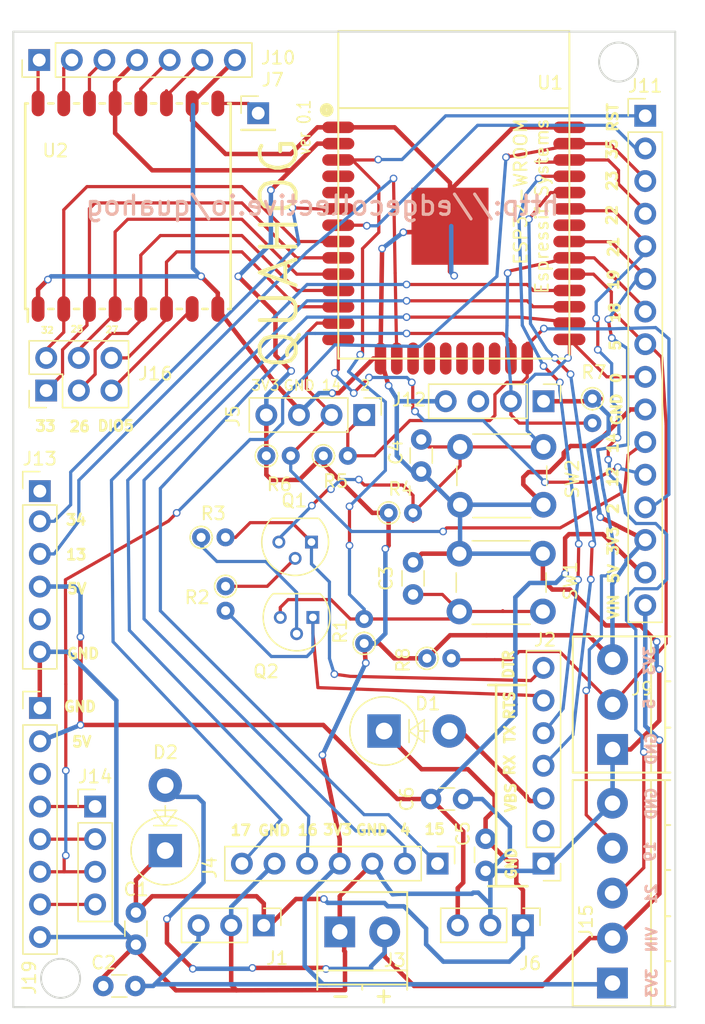
<source format=kicad_pcb>
(kicad_pcb (version 20171130) (host pcbnew 5.0.0-fee4fd1~65~ubuntu17.10.1)

  (general
    (thickness 1.6)
    (drawings 88)
    (tracks 816)
    (zones 0)
    (modules 38)
    (nets 46)
  )

  (page A4)
  (layers
    (0 F.Cu signal)
    (31 B.Cu signal)
    (32 B.Adhes user)
    (33 F.Adhes user)
    (34 B.Paste user)
    (35 F.Paste user)
    (36 B.SilkS user)
    (37 F.SilkS user)
    (38 B.Mask user)
    (39 F.Mask user)
    (40 Dwgs.User user)
    (41 Cmts.User user)
    (42 Eco1.User user)
    (43 Eco2.User user)
    (44 Edge.Cuts user)
    (45 Margin user)
    (46 B.CrtYd user)
    (47 F.CrtYd user)
    (48 B.Fab user)
    (49 F.Fab user)
  )

  (setup
    (last_trace_width 0.25)
    (trace_clearance 0.2)
    (zone_clearance 0.508)
    (zone_45_only no)
    (trace_min 0.2)
    (segment_width 0.2)
    (edge_width 0.15)
    (via_size 0.6)
    (via_drill 0.4)
    (via_min_size 0.4)
    (via_min_drill 0.3)
    (uvia_size 0.3)
    (uvia_drill 0.1)
    (uvias_allowed no)
    (uvia_min_size 0.2)
    (uvia_min_drill 0.1)
    (pcb_text_width 0.3)
    (pcb_text_size 1.5 1.5)
    (mod_edge_width 0.15)
    (mod_text_size 1 1)
    (mod_text_width 0.15)
    (pad_size 4.064 4.064)
    (pad_drill 0)
    (pad_to_mask_clearance 0.2)
    (aux_axis_origin 0 0)
    (visible_elements FFFEFF7F)
    (pcbplotparams
      (layerselection 0x01030_ffffffff)
      (usegerberextensions false)
      (usegerberattributes false)
      (usegerberadvancedattributes false)
      (creategerberjobfile false)
      (excludeedgelayer true)
      (linewidth 0.100000)
      (plotframeref false)
      (viasonmask false)
      (mode 1)
      (useauxorigin false)
      (hpglpennumber 1)
      (hpglpenspeed 20)
      (hpglpendiameter 15.000000)
      (psnegative false)
      (psa4output false)
      (plotreference true)
      (plotvalue true)
      (plotinvisibletext false)
      (padsonsilk false)
      (subtractmaskfromsilk false)
      (outputformat 5)
      (mirror false)
      (drillshape 0)
      (scaleselection 1)
      (outputdirectory "hog32a_svg"))
  )

  (net 0 "")
  (net 1 VIN)
  (net 2 RESET)
  (net 3 GND)
  (net 4 0)
  (net 5 +5V)
  (net 6 RTS)
  (net 7 DTR)
  (net 8 "Net-(J7-Pad1)")
  (net 9 25)
  (net 10 SAT_RING_INDICATOR)
  (net 11 SAT_NETWORK_AVAIL)
  (net 12 SAT_LION)
  (net 13 26)
  (net 14 "Net-(Q1-Pad2)")
  (net 15 "Net-(Q2-Pad2)")
  (net 16 +3V3)
  (net 17 32)
  (net 18 33)
  (net 19 27)
  (net 20 DIO2)
  (net 21 DIO1)
  (net 22 DIO0)
  (net 23 DIO4)
  (net 24 DIO3)
  (net 25 DIO5)
  (net 26 17)
  (net 27 16)
  (net 28 4)
  (net 29 15)
  (net 30 13)
  (net 31 34)
  (net 32 35)
  (net 33 RX0)
  (net 34 TX0)
  (net 35 22)
  (net 36 21)
  (net 37 19)
  (net 38 "Net-(C1-Pad1)")
  (net 39 VBUS)
  (net 40 12)
  (net 41 5:onewire)
  (net 42 18:DHT22)
  (net 43 23:SAT_SLEEP)
  (net 44 14:SCL)
  (net 45 2:SDA)

  (net_class Default "This is the default net class."
    (clearance 0.2)
    (trace_width 0.25)
    (via_dia 0.6)
    (via_drill 0.4)
    (uvia_dia 0.3)
    (uvia_drill 0.1)
    (add_net 0)
    (add_net 12)
    (add_net 13)
    (add_net 14:SCL)
    (add_net 15)
    (add_net 16)
    (add_net 17)
    (add_net 18:DHT22)
    (add_net 19)
    (add_net 21)
    (add_net 22)
    (add_net 23:SAT_SLEEP)
    (add_net 25)
    (add_net 26)
    (add_net 27)
    (add_net 2:SDA)
    (add_net 32)
    (add_net 33)
    (add_net 34)
    (add_net 35)
    (add_net 4)
    (add_net 5:onewire)
    (add_net DIO0)
    (add_net DIO1)
    (add_net DIO2)
    (add_net DIO3)
    (add_net DIO4)
    (add_net DIO5)
    (add_net DTR)
    (add_net "Net-(J7-Pad1)")
    (add_net "Net-(Q1-Pad2)")
    (add_net "Net-(Q2-Pad2)")
    (add_net RESET)
    (add_net RTS)
    (add_net RX0)
    (add_net SAT_LION)
    (add_net SAT_NETWORK_AVAIL)
    (add_net SAT_RING_INDICATOR)
    (add_net TX0)
  )

  (net_class power ""
    (clearance 0.2)
    (trace_width 0.35)
    (via_dia 0.6)
    (via_drill 0.4)
    (uvia_dia 0.3)
    (uvia_drill 0.1)
    (add_net +3V3)
    (add_net +5V)
    (add_net GND)
    (add_net "Net-(C1-Pad1)")
    (add_net VBUS)
    (add_net VIN)
  )

  (module TO_SOT_Packages_THT:TO-92_Molded_Narrow placed (layer F.Cu) (tedit 5BABA2E1) (tstamp 5B8AEA6B)
    (at 96.33712 76.08316 180)
    (descr "TO-92 leads molded, narrow, drill 0.6mm (see NXP sot054_po.pdf)")
    (tags "to-92 sc-43 sc-43a sot54 PA33 transistor")
    (path /5BABD59D)
    (fp_text reference Q2 (at 3.65252 -4.20624 180) (layer F.SilkS)
      (effects (font (size 1 1) (thickness 0.15)))
    )
    (fp_text value Q_NPN_EBC (at 1.27 2.79 180) (layer F.Fab)
      (effects (font (size 1 1) (thickness 0.15)))
    )
    (fp_text user %R (at 3.6322 -4.20624 180) (layer F.Fab)
      (effects (font (size 1 1) (thickness 0.15)))
    )
    (fp_line (start -0.53 1.85) (end 3.07 1.85) (layer F.SilkS) (width 0.12))
    (fp_line (start -0.5 1.75) (end 3 1.75) (layer F.Fab) (width 0.1))
    (fp_line (start -1.46 -2.73) (end 4 -2.73) (layer F.CrtYd) (width 0.05))
    (fp_line (start -1.46 -2.73) (end -1.46 2.01) (layer F.CrtYd) (width 0.05))
    (fp_line (start 4 2.01) (end 4 -2.73) (layer F.CrtYd) (width 0.05))
    (fp_line (start 4 2.01) (end -1.46 2.01) (layer F.CrtYd) (width 0.05))
    (fp_arc (start 1.27 0) (end 1.27 -2.48) (angle 135) (layer F.Fab) (width 0.1))
    (fp_arc (start 1.27 0) (end 1.27 -2.6) (angle -135) (layer F.SilkS) (width 0.12))
    (fp_arc (start 1.27 0) (end 1.27 -2.48) (angle -135) (layer F.Fab) (width 0.1))
    (fp_arc (start 1.27 0) (end 1.27 -2.6) (angle 135) (layer F.SilkS) (width 0.12))
    (pad 2 thru_hole circle (at 1.27 -1.27 270) (size 1 1) (drill 0.6) (layers *.Cu *.Mask)
      (net 15 "Net-(Q2-Pad2)"))
    (pad 3 thru_hole circle (at 2.54 0 270) (size 1 1) (drill 0.6) (layers *.Cu *.Mask)
      (net 2 RESET))
    (pad 1 thru_hole rect (at 0 0 270) (size 1 1) (drill 0.6) (layers *.Cu *.Mask)
      (net 6 RTS))
    (model ${KISYS3DMOD}/TO_SOT_Packages_THT.3dshapes/TO-92_Molded_Narrow.wrl
      (offset (xyz 1.269999980926514 0 0))
      (scale (xyz 1 1 1))
      (rotate (xyz 0 0 -90))
    )
  )

  (module zom:ESP32-WROOM placed (layer F.Cu) (tedit 5BABA324) (tstamp 5B886E02)
    (at 107.315 43.18 180)
    (path /5B886D85)
    (fp_text reference U1 (at -7.493 8.71728 180) (layer F.SilkS)
      (effects (font (size 1 1) (thickness 0.15)))
    )
    (fp_text value ESP32-WROOM (at 5.715 14.224 180) (layer F.Fab)
      (effects (font (size 1 1) (thickness 0.15)))
    )
    (fp_text user "Espressif Systems" (at -6.858 -0.889 270) (layer F.SilkS)
      (effects (font (size 1 1) (thickness 0.15)))
    )
    (fp_circle (center 9.906 6.604) (end 10.033 6.858) (layer F.SilkS) (width 0.5))
    (fp_text user ESP32-WROOM (at -5.207 0.254 270) (layer F.SilkS)
      (effects (font (size 1 1) (thickness 0.15)))
    )
    (fp_line (start -9 6.75) (end 9 6.75) (layer F.SilkS) (width 0.15))
    (fp_line (start 9 12.75) (end 9 -12.75) (layer F.SilkS) (width 0.15))
    (fp_line (start -9 12.75) (end -9 -12.75) (layer F.SilkS) (width 0.15))
    (fp_line (start -9 -12.75) (end 9 -12.75) (layer F.SilkS) (width 0.15))
    (fp_line (start -9 12.75) (end 9 12.75) (layer F.SilkS) (width 0.15))
    (pad 38 smd oval (at -9 5.25 180) (size 2.5 0.9) (layers F.Cu F.Paste F.Mask)
      (net 3 GND))
    (pad 37 smd oval (at -9 3.98 180) (size 2.5 0.9) (layers F.Cu F.Paste F.Mask)
      (net 43 23:SAT_SLEEP))
    (pad 36 smd oval (at -9 2.71 180) (size 2.5 0.9) (layers F.Cu F.Paste F.Mask)
      (net 35 22))
    (pad 35 smd oval (at -9 1.44 180) (size 2.5 0.9) (layers F.Cu F.Paste F.Mask)
      (net 34 TX0))
    (pad 34 smd oval (at -9 0.17 180) (size 2.5 0.9) (layers F.Cu F.Paste F.Mask)
      (net 33 RX0))
    (pad 33 smd oval (at -9 -1.1 180) (size 2.5 0.9) (layers F.Cu F.Paste F.Mask)
      (net 36 21))
    (pad 32 smd oval (at -9 -2.37 180) (size 2.5 0.9) (layers F.Cu F.Paste F.Mask))
    (pad 31 smd oval (at -9 -3.64 180) (size 2.5 0.9) (layers F.Cu F.Paste F.Mask)
      (net 37 19))
    (pad 30 smd oval (at -9 -4.91 180) (size 2.5 0.9) (layers F.Cu F.Paste F.Mask)
      (net 42 18:DHT22))
    (pad 29 smd oval (at -9 -6.18 180) (size 2.5 0.9) (layers F.Cu F.Paste F.Mask)
      (net 41 5:onewire))
    (pad 28 smd oval (at -9 -7.45 180) (size 2.5 0.9) (layers F.Cu F.Paste F.Mask)
      (net 26 17))
    (pad 27 smd oval (at -9 -8.72 180) (size 2.5 0.9) (layers F.Cu F.Paste F.Mask)
      (net 27 16))
    (pad 26 smd oval (at -9 -9.99 180) (size 2.5 0.9) (layers F.Cu F.Paste F.Mask)
      (net 28 4))
    (pad 25 smd oval (at -9 -11.26 180) (size 2.5 0.9) (layers F.Cu F.Paste F.Mask)
      (net 4 0))
    (pad 24 smd oval (at -5.715 -12.75 180) (size 0.9 2.5) (layers F.Cu F.Paste F.Mask)
      (net 45 2:SDA))
    (pad 23 smd oval (at -4.445 -12.75 180) (size 0.9 2.5) (layers F.Cu F.Paste F.Mask)
      (net 29 15))
    (pad 22 smd oval (at -3.175 -12.75 180) (size 0.9 2.5) (layers F.Cu F.Paste F.Mask))
    (pad 21 smd oval (at -1.905 -12.75 180) (size 0.9 2.5) (layers F.Cu F.Paste F.Mask))
    (pad 20 smd oval (at -0.635 -12.75 180) (size 0.9 2.5) (layers F.Cu F.Paste F.Mask))
    (pad 19 smd oval (at 0.635 -12.75 180) (size 0.9 2.5) (layers F.Cu F.Paste F.Mask))
    (pad 18 smd oval (at 1.905 -12.75 180) (size 0.9 2.5) (layers F.Cu F.Paste F.Mask))
    (pad 17 smd oval (at 3.175 -12.75 180) (size 0.9 2.5) (layers F.Cu F.Paste F.Mask))
    (pad 16 smd oval (at 4.445 -12.75 180) (size 0.9 2.5) (layers F.Cu F.Paste F.Mask)
      (net 30 13))
    (pad 15 smd oval (at 5.715 -12.75 180) (size 0.9 2.5) (layers F.Cu F.Paste F.Mask)
      (net 3 GND))
    (pad 14 smd oval (at 9 -11.26 180) (size 2.5 0.9) (layers F.Cu F.Paste F.Mask)
      (net 40 12))
    (pad 13 smd oval (at 9 -9.99 180) (size 2.5 0.9) (layers F.Cu F.Paste F.Mask)
      (net 44 14:SCL))
    (pad 12 smd oval (at 9 -8.72 180) (size 2.5 0.9) (layers F.Cu F.Paste F.Mask)
      (net 19 27))
    (pad 11 smd oval (at 9 -7.45 180) (size 2.5 0.9) (layers F.Cu F.Paste F.Mask)
      (net 13 26))
    (pad 10 smd oval (at 9 -6.18 180) (size 2.5 0.9) (layers F.Cu F.Paste F.Mask)
      (net 9 25))
    (pad 9 smd oval (at 9 -4.91 180) (size 2.5 0.9) (layers F.Cu F.Paste F.Mask)
      (net 18 33))
    (pad 8 smd oval (at 9 -3.64 180) (size 2.5 0.9) (layers F.Cu F.Paste F.Mask)
      (net 17 32))
    (pad 7 smd oval (at 9 -2.37 180) (size 2.5 0.9) (layers F.Cu F.Paste F.Mask)
      (net 32 35))
    (pad 6 smd oval (at 9 -1.1 180) (size 2.5 0.9) (layers F.Cu F.Paste F.Mask)
      (net 31 34))
    (pad 5 smd oval (at 9 0.17 180) (size 2.5 0.9) (layers F.Cu F.Paste F.Mask))
    (pad 4 smd oval (at 9 1.44 180) (size 2.5 0.9) (layers F.Cu F.Paste F.Mask))
    (pad 3 smd oval (at 9 2.71 180) (size 2.5 0.9) (layers F.Cu F.Paste F.Mask)
      (net 2 RESET))
    (pad 2 smd oval (at 9 3.98 180) (size 2.5 0.9) (layers F.Cu F.Paste F.Mask)
      (net 16 +3V3))
    (pad 1 smd oval (at 9 5.25 180) (size 2.5 0.9) (layers F.Cu F.Paste F.Mask)
      (net 3 GND))
    (pad 39 smd rect (at 0.3 -2.45 180) (size 6 6) (layers F.Cu F.Paste F.Mask)
      (net 3 GND))
  )

  (module Resistors_THT:R_Axial_DIN0204_L3.6mm_D1.6mm_P1.90mm_Vertical (layer F.Cu) (tedit 5BABA820) (tstamp 5B8AEDC5)
    (at 118.11 59.055 270)
    (descr "Resistor, Axial_DIN0204 series, Axial, Vertical, pin pitch=1.9mm, 0.16666666666666666W = 1/6W, length*diameter=3.6*1.6mm^2, http://cdn-reichelt.de/documents/datenblatt/B400/1_4W%23YAG.pdf")
    (tags "Resistor Axial_DIN0204 series Axial Vertical pin pitch 1.9mm 0.16666666666666666W = 1/6W length 3.6mm diameter 1.6mm")
    (path /5B88F0C7)
    (fp_text reference R7 (at -2.0574 -0.11684) (layer F.SilkS)
      (effects (font (size 1 1) (thickness 0.15)))
    )
    (fp_text value 4.7K (at 0.95 1.86 270) (layer F.Fab)
      (effects (font (size 1 1) (thickness 0.15)))
    )
    (fp_circle (center 0 0) (end 0.8 0) (layer F.Fab) (width 0.1))
    (fp_circle (center 0 0) (end 0.86 0) (layer F.SilkS) (width 0.12))
    (fp_line (start 0 0) (end 1.9 0) (layer F.Fab) (width 0.1))
    (fp_line (start 0.86 0) (end 0.9 0) (layer F.SilkS) (width 0.12))
    (fp_line (start -1.15 -1.15) (end -1.15 1.15) (layer F.CrtYd) (width 0.05))
    (fp_line (start -1.15 1.15) (end 2.95 1.15) (layer F.CrtYd) (width 0.05))
    (fp_line (start 2.95 1.15) (end 2.95 -1.15) (layer F.CrtYd) (width 0.05))
    (fp_line (start 2.95 -1.15) (end -1.15 -1.15) (layer F.CrtYd) (width 0.05))
    (pad 1 thru_hole circle (at 0 0 270) (size 1.4 1.4) (drill 0.7) (layers *.Cu *.Mask)
      (net 16 +3V3))
    (pad 2 thru_hole oval (at 1.9 0 270) (size 1.4 1.4) (drill 0.7) (layers *.Cu *.Mask)
      (net 42 18:DHT22))
    (model ${KISYS3DMOD}/Resistors_THT.3dshapes/R_Axial_DIN0204_L3.6mm_D1.6mm_P1.90mm_Vertical.wrl
      (at (xyz 0 0 0))
      (scale (xyz 0.393701 0.393701 0.393701))
      (rotate (xyz 0 0 0))
    )
  )

  (module zom:RFM95 placed (layer F.Cu) (tedit 5BABA340) (tstamp 5B886E16)
    (at 74.93 52.07 90)
    (path /5B886D30)
    (fp_text reference U2 (at 12.32916 1.3462 180) (layer F.SilkS)
      (effects (font (size 1 1) (thickness 0.15)))
    )
    (fp_text value RFM95HW (at 13.5 -1.8 90) (layer F.Fab)
      (effects (font (size 1 1) (thickness 0.15)))
    )
    (fp_line (start 0 15) (end 0 14.8) (layer F.SilkS) (width 0.2))
    (fp_line (start 16 15) (end 0 15) (layer F.SilkS) (width 0.2))
    (fp_line (start 16 14.8) (end 16 15) (layer F.SilkS) (width 0.2))
    (fp_line (start 16 12.8) (end 16 13.2) (layer F.SilkS) (width 0.2))
    (fp_line (start 16 10.8) (end 16 11.2) (layer F.SilkS) (width 0.2))
    (fp_line (start 16 8.8) (end 16 9.2) (layer F.SilkS) (width 0.2))
    (fp_line (start 16 6.8) (end 16 7.2) (layer F.SilkS) (width 0.2))
    (fp_line (start 16 4.8) (end 16 5.2) (layer F.SilkS) (width 0.2))
    (fp_line (start 16 2.8) (end 16 3.2) (layer F.SilkS) (width 0.2))
    (fp_line (start 16 0.8) (end 16 1.2) (layer F.SilkS) (width 0.2))
    (fp_line (start 16 -1) (end 16 -0.8) (layer F.SilkS) (width 0.2))
    (fp_line (start 0 12.8) (end 0 13.2) (layer F.SilkS) (width 0.2))
    (fp_line (start 0 -0.8) (end 0 -1) (layer F.SilkS) (width 0.2))
    (fp_line (start -1 -0.8) (end 0 -0.8) (layer F.SilkS) (width 0.2))
    (fp_line (start 0 1.2) (end 0 0.8) (layer F.SilkS) (width 0.2))
    (fp_line (start 0 3.2) (end 0 2.8) (layer F.SilkS) (width 0.2))
    (fp_line (start 0 4.8) (end 0 5.2) (layer F.SilkS) (width 0.2))
    (fp_line (start 0 6.8) (end 0 7.2) (layer F.SilkS) (width 0.2))
    (fp_line (start 0 8.8) (end 0 9.2) (layer F.SilkS) (width 0.2))
    (fp_line (start 0 10.8) (end 0 11.2) (layer F.SilkS) (width 0.2))
    (fp_line (start 0 -1) (end 16 -1) (layer F.SilkS) (width 0.2))
    (pad 1 smd oval (at 0 0 90) (size 2 1) (layers F.Cu F.Paste F.Mask)
      (net 3 GND))
    (pad 2 smd oval (at 0 2 90) (size 2 1) (layers F.Cu F.Paste F.Mask)
      (net 17 32))
    (pad 3 smd oval (at 0 4 90) (size 2 1) (layers F.Cu F.Paste F.Mask)
      (net 18 33))
    (pad 4 smd oval (at 0 6 90) (size 2 1) (layers F.Cu F.Paste F.Mask)
      (net 9 25))
    (pad 5 smd oval (at 0 8 90) (size 2 1) (layers F.Cu F.Paste F.Mask)
      (net 13 26))
    (pad 6 smd oval (at 0 10 90) (size 2 1) (layers F.Cu F.Paste F.Mask)
      (net 19 27))
    (pad 7 smd oval (at 0 12 90) (size 2 1) (layers F.Cu F.Paste F.Mask)
      (net 25 DIO5))
    (pad 8 smd oval (at 0 14 90) (size 2 1) (layers F.Cu F.Paste F.Mask)
      (net 3 GND))
    (pad 9 smd oval (at 16 14 90) (size 2 1) (layers F.Cu F.Paste F.Mask)
      (net 8 "Net-(J7-Pad1)"))
    (pad 10 smd oval (at 16 12 90) (size 2 1) (layers F.Cu F.Paste F.Mask)
      (net 3 GND))
    (pad 11 smd oval (at 16 10 90) (size 2 1) (layers F.Cu F.Paste F.Mask)
      (net 24 DIO3))
    (pad 12 smd oval (at 16 8 90) (size 2 1) (layers F.Cu F.Paste F.Mask)
      (net 23 DIO4))
    (pad 13 smd oval (at 16 6 90) (size 2 1) (layers F.Cu F.Paste F.Mask)
      (net 16 +3V3))
    (pad 14 smd oval (at 16 4 90) (size 2 1) (layers F.Cu F.Paste F.Mask)
      (net 22 DIO0))
    (pad 15 smd oval (at 16 2 90) (size 2 1) (layers F.Cu F.Paste F.Mask)
      (net 21 DIO1))
    (pad 16 smd oval (at 16 0 90) (size 2 1) (layers F.Cu F.Paste F.Mask)
      (net 20 DIO2))
  )

  (module Pin_Headers:Pin_Header_Straight_1x07_Pitch2.54mm placed (layer F.Cu) (tedit 5BABA3A1) (tstamp 5B8AE9E9)
    (at 114.3 95.25 180)
    (descr "Through hole straight pin header, 1x07, 2.54mm pitch, single row")
    (tags "Through hole pin header THT 1x07 2.54mm single row")
    (path /5B88969E)
    (fp_text reference J2 (at -0.12192 17.4244 180) (layer F.SilkS)
      (effects (font (size 1 1) (thickness 0.15)))
    )
    (fp_text value prog (at 0 17.57 180) (layer F.Fab)
      (effects (font (size 1 1) (thickness 0.15)))
    )
    (fp_line (start -0.635 -1.27) (end 1.27 -1.27) (layer F.Fab) (width 0.1))
    (fp_line (start 1.27 -1.27) (end 1.27 16.51) (layer F.Fab) (width 0.1))
    (fp_line (start 1.27 16.51) (end -1.27 16.51) (layer F.Fab) (width 0.1))
    (fp_line (start -1.27 16.51) (end -1.27 -0.635) (layer F.Fab) (width 0.1))
    (fp_line (start -1.27 -0.635) (end -0.635 -1.27) (layer F.Fab) (width 0.1))
    (fp_line (start -1.33 16.57) (end 1.33 16.57) (layer F.SilkS) (width 0.12))
    (fp_line (start -1.33 1.27) (end -1.33 16.57) (layer F.SilkS) (width 0.12))
    (fp_line (start 1.33 1.27) (end 1.33 16.57) (layer F.SilkS) (width 0.12))
    (fp_line (start -1.33 1.27) (end 1.33 1.27) (layer F.SilkS) (width 0.12))
    (fp_line (start -1.33 0) (end -1.33 -1.33) (layer F.SilkS) (width 0.12))
    (fp_line (start -1.33 -1.33) (end 0 -1.33) (layer F.SilkS) (width 0.12))
    (fp_line (start -1.8 -1.8) (end -1.8 17.05) (layer F.CrtYd) (width 0.05))
    (fp_line (start -1.8 17.05) (end 1.8 17.05) (layer F.CrtYd) (width 0.05))
    (fp_line (start 1.8 17.05) (end 1.8 -1.8) (layer F.CrtYd) (width 0.05))
    (fp_line (start 1.8 -1.8) (end -1.8 -1.8) (layer F.CrtYd) (width 0.05))
    (fp_text user %R (at 0 7.62 270) (layer F.Fab)
      (effects (font (size 1 1) (thickness 0.15)))
    )
    (pad 1 thru_hole rect (at 0 0 180) (size 1.7 1.7) (drill 1) (layers *.Cu *.Mask)
      (net 3 GND))
    (pad 2 thru_hole oval (at 0 2.54 180) (size 1.7 1.7) (drill 1) (layers *.Cu *.Mask))
    (pad 3 thru_hole oval (at 0 5.08 180) (size 1.7 1.7) (drill 1) (layers *.Cu *.Mask)
      (net 39 VBUS))
    (pad 4 thru_hole oval (at 0 7.62 180) (size 1.7 1.7) (drill 1) (layers *.Cu *.Mask)
      (net 33 RX0))
    (pad 5 thru_hole oval (at 0 10.16 180) (size 1.7 1.7) (drill 1) (layers *.Cu *.Mask)
      (net 34 TX0))
    (pad 6 thru_hole oval (at 0 12.7 180) (size 1.7 1.7) (drill 1) (layers *.Cu *.Mask)
      (net 6 RTS))
    (pad 7 thru_hole oval (at 0 15.24 180) (size 1.7 1.7) (drill 1) (layers *.Cu *.Mask)
      (net 7 DTR))
    (model ${KISYS3DMOD}/Pin_Headers.3dshapes/Pin_Header_Straight_1x07_Pitch2.54mm.wrl
      (at (xyz 0 0 0))
      (scale (xyz 1 1 1))
      (rotate (xyz 0 0 0))
    )
  )

  (module Pin_Headers:Pin_Header_Straight_1x07_Pitch2.54mm placed (layer F.Cu) (tedit 5BABD818) (tstamp 5B8AE9F9)
    (at 106.045 95.25 270)
    (descr "Through hole straight pin header, 1x07, 2.54mm pitch, single row")
    (tags "Through hole pin header THT 1x07 2.54mm single row")
    (path /5B88BD82)
    (fp_text reference J4 (at 0.3048 17.7292 90) (layer F.SilkS)
      (effects (font (size 1 1) (thickness 0.15)))
    )
    (fp_text value sdcard (at 0 17.57 270) (layer F.Fab)
      (effects (font (size 1 1) (thickness 0.15)))
    )
    (fp_line (start -0.635 -1.27) (end 1.27 -1.27) (layer F.Fab) (width 0.1))
    (fp_line (start 1.27 -1.27) (end 1.27 16.51) (layer F.Fab) (width 0.1))
    (fp_line (start 1.27 16.51) (end -1.27 16.51) (layer F.Fab) (width 0.1))
    (fp_line (start -1.27 16.51) (end -1.27 -0.635) (layer F.Fab) (width 0.1))
    (fp_line (start -1.27 -0.635) (end -0.635 -1.27) (layer F.Fab) (width 0.1))
    (fp_line (start -1.33 16.57) (end 1.33 16.57) (layer F.SilkS) (width 0.12))
    (fp_line (start -1.33 1.27) (end -1.33 16.57) (layer F.SilkS) (width 0.12))
    (fp_line (start 1.33 1.27) (end 1.33 16.57) (layer F.SilkS) (width 0.12))
    (fp_line (start -1.33 1.27) (end 1.33 1.27) (layer F.SilkS) (width 0.12))
    (fp_line (start -1.33 0) (end -1.33 -1.33) (layer F.SilkS) (width 0.12))
    (fp_line (start -1.33 -1.33) (end 0 -1.33) (layer F.SilkS) (width 0.12))
    (fp_line (start -1.8 -1.8) (end -1.8 17.05) (layer F.CrtYd) (width 0.05))
    (fp_line (start -1.8 17.05) (end 1.8 17.05) (layer F.CrtYd) (width 0.05))
    (fp_line (start 1.8 17.05) (end 1.8 -1.8) (layer F.CrtYd) (width 0.05))
    (fp_line (start 1.8 -1.8) (end -1.8 -1.8) (layer F.CrtYd) (width 0.05))
    (fp_text user %R (at 0 7.62) (layer F.Fab)
      (effects (font (size 1 1) (thickness 0.15)))
    )
    (pad 1 thru_hole rect (at 0 0 270) (size 1.7 1.7) (drill 1) (layers *.Cu *.Mask)
      (net 29 15))
    (pad 2 thru_hole oval (at 0 2.54 270) (size 1.7 1.7) (drill 1) (layers *.Cu *.Mask)
      (net 28 4))
    (pad 3 thru_hole oval (at 0 5.08 270) (size 1.7 1.7) (drill 1) (layers *.Cu *.Mask)
      (net 3 GND))
    (pad 4 thru_hole oval (at 0 7.62 270) (size 1.7 1.7) (drill 1) (layers *.Cu *.Mask)
      (net 16 +3V3))
    (pad 5 thru_hole oval (at 0 10.16 270) (size 1.7 1.7) (drill 1) (layers *.Cu *.Mask)
      (net 27 16))
    (pad 6 thru_hole oval (at 0 12.7 270) (size 1.7 1.7) (drill 1) (layers *.Cu *.Mask)
      (net 3 GND))
    (pad 7 thru_hole oval (at 0 15.24 270) (size 1.7 1.7) (drill 1) (layers *.Cu *.Mask)
      (net 26 17))
    (model ${KISYS3DMOD}/Pin_Headers.3dshapes/Pin_Header_Straight_1x07_Pitch2.54mm.wrl
      (at (xyz 0 0 0))
      (scale (xyz 1 1 1))
      (rotate (xyz 0 0 0))
    )
  )

  (module Pin_Headers:Pin_Header_Straight_1x04_Pitch2.54mm placed (layer F.Cu) (tedit 5BABA80D) (tstamp 5B8AEA01)
    (at 100.33 60.325 270)
    (descr "Through hole straight pin header, 1x04, 2.54mm pitch, single row")
    (tags "Through hole pin header THT 1x04 2.54mm single row")
    (path /5B88CA10)
    (fp_text reference J5 (at 0.1016 10.22096 270) (layer F.SilkS)
      (effects (font (size 1 1) (thickness 0.15)))
    )
    (fp_text value i2c-a (at 0 9.95 270) (layer F.Fab)
      (effects (font (size 1 1) (thickness 0.15)))
    )
    (fp_line (start -0.635 -1.27) (end 1.27 -1.27) (layer F.Fab) (width 0.1))
    (fp_line (start 1.27 -1.27) (end 1.27 8.89) (layer F.Fab) (width 0.1))
    (fp_line (start 1.27 8.89) (end -1.27 8.89) (layer F.Fab) (width 0.1))
    (fp_line (start -1.27 8.89) (end -1.27 -0.635) (layer F.Fab) (width 0.1))
    (fp_line (start -1.27 -0.635) (end -0.635 -1.27) (layer F.Fab) (width 0.1))
    (fp_line (start -1.33 8.95) (end 1.33 8.95) (layer F.SilkS) (width 0.12))
    (fp_line (start -1.33 1.27) (end -1.33 8.95) (layer F.SilkS) (width 0.12))
    (fp_line (start 1.33 1.27) (end 1.33 8.95) (layer F.SilkS) (width 0.12))
    (fp_line (start -1.33 1.27) (end 1.33 1.27) (layer F.SilkS) (width 0.12))
    (fp_line (start -1.33 0) (end -1.33 -1.33) (layer F.SilkS) (width 0.12))
    (fp_line (start -1.33 -1.33) (end 0 -1.33) (layer F.SilkS) (width 0.12))
    (fp_line (start -1.8 -1.8) (end -1.8 9.4) (layer F.CrtYd) (width 0.05))
    (fp_line (start -1.8 9.4) (end 1.8 9.4) (layer F.CrtYd) (width 0.05))
    (fp_line (start 1.8 9.4) (end 1.8 -1.8) (layer F.CrtYd) (width 0.05))
    (fp_line (start 1.8 -1.8) (end -1.8 -1.8) (layer F.CrtYd) (width 0.05))
    (fp_text user %R (at 0 3.81) (layer F.Fab)
      (effects (font (size 1 1) (thickness 0.15)))
    )
    (pad 1 thru_hole rect (at 0 0 270) (size 1.7 1.7) (drill 1) (layers *.Cu *.Mask)
      (net 45 2:SDA))
    (pad 2 thru_hole oval (at 0 2.54 270) (size 1.7 1.7) (drill 1) (layers *.Cu *.Mask)
      (net 44 14:SCL))
    (pad 3 thru_hole oval (at 0 5.08 270) (size 1.7 1.7) (drill 1) (layers *.Cu *.Mask)
      (net 3 GND))
    (pad 4 thru_hole oval (at 0 7.62 270) (size 1.7 1.7) (drill 1) (layers *.Cu *.Mask)
      (net 16 +3V3))
    (model ${KISYS3DMOD}/Pin_Headers.3dshapes/Pin_Header_Straight_1x04_Pitch2.54mm.wrl
      (at (xyz 0 0 0))
      (scale (xyz 1 1 1))
      (rotate (xyz 0 0 0))
    )
  )

  (module Pin_Headers:Pin_Header_Straight_1x03_Pitch2.54mm placed (layer F.Cu) (tedit 5BABA373) (tstamp 5B8AEA08)
    (at 112.6998 100.0506 270)
    (descr "Through hole straight pin header, 1x03, 2.54mm pitch, single row")
    (tags "Through hole pin header THT 1x03 2.54mm single row")
    (path /5B895E52)
    (fp_text reference J6 (at 2.96672 -0.56896) (layer F.SilkS)
      (effects (font (size 1 1) (thickness 0.15)))
    )
    (fp_text value REG:5V (at 0 7.41 270) (layer F.Fab)
      (effects (font (size 1 1) (thickness 0.15)))
    )
    (fp_line (start -0.635 -1.27) (end 1.27 -1.27) (layer F.Fab) (width 0.1))
    (fp_line (start 1.27 -1.27) (end 1.27 6.35) (layer F.Fab) (width 0.1))
    (fp_line (start 1.27 6.35) (end -1.27 6.35) (layer F.Fab) (width 0.1))
    (fp_line (start -1.27 6.35) (end -1.27 -0.635) (layer F.Fab) (width 0.1))
    (fp_line (start -1.27 -0.635) (end -0.635 -1.27) (layer F.Fab) (width 0.1))
    (fp_line (start -1.33 6.41) (end 1.33 6.41) (layer F.SilkS) (width 0.12))
    (fp_line (start -1.33 1.27) (end -1.33 6.41) (layer F.SilkS) (width 0.12))
    (fp_line (start 1.33 1.27) (end 1.33 6.41) (layer F.SilkS) (width 0.12))
    (fp_line (start -1.33 1.27) (end 1.33 1.27) (layer F.SilkS) (width 0.12))
    (fp_line (start -1.33 0) (end -1.33 -1.33) (layer F.SilkS) (width 0.12))
    (fp_line (start -1.33 -1.33) (end 0 -1.33) (layer F.SilkS) (width 0.12))
    (fp_line (start -1.8 -1.8) (end -1.8 6.85) (layer F.CrtYd) (width 0.05))
    (fp_line (start -1.8 6.85) (end 1.8 6.85) (layer F.CrtYd) (width 0.05))
    (fp_line (start 1.8 6.85) (end 1.8 -1.8) (layer F.CrtYd) (width 0.05))
    (fp_line (start 1.8 -1.8) (end -1.8 -1.8) (layer F.CrtYd) (width 0.05))
    (fp_text user %R (at 0 2.54) (layer F.Fab)
      (effects (font (size 1 1) (thickness 0.15)))
    )
    (pad 1 thru_hole rect (at 0 0 270) (size 1.7 1.7) (drill 1) (layers *.Cu *.Mask)
      (net 38 "Net-(C1-Pad1)"))
    (pad 2 thru_hole oval (at 0 2.54 270) (size 1.7 1.7) (drill 1) (layers *.Cu *.Mask)
      (net 3 GND))
    (pad 3 thru_hole oval (at 0 5.08 270) (size 1.7 1.7) (drill 1) (layers *.Cu *.Mask)
      (net 5 +5V))
    (model ${KISYS3DMOD}/Pin_Headers.3dshapes/Pin_Header_Straight_1x03_Pitch2.54mm.wrl
      (at (xyz 0 0 0))
      (scale (xyz 1 1 1))
      (rotate (xyz 0 0 0))
    )
  )

  (module Pin_Headers:Pin_Header_Straight_1x01_Pitch2.54mm placed (layer F.Cu) (tedit 5BABD2CC) (tstamp 5B8AEA0D)
    (at 92.075 36.83)
    (descr "Through hole straight pin header, 1x01, 2.54mm pitch, single row")
    (tags "Through hole pin header THT 1x01 2.54mm single row")
    (path /5B88DC11)
    (fp_text reference J7 (at 1.13284 -2.60096) (layer F.SilkS)
      (effects (font (size 1 1) (thickness 0.15)))
    )
    (fp_text value ANT (at 0 2.33) (layer F.Fab)
      (effects (font (size 1 1) (thickness 0.15)))
    )
    (fp_line (start -0.635 -1.27) (end 1.27 -1.27) (layer F.Fab) (width 0.1))
    (fp_line (start 1.27 -1.27) (end 1.27 1.27) (layer F.Fab) (width 0.1))
    (fp_line (start 1.27 1.27) (end -1.27 1.27) (layer F.Fab) (width 0.1))
    (fp_line (start -1.27 1.27) (end -1.27 -0.635) (layer F.Fab) (width 0.1))
    (fp_line (start -1.27 -0.635) (end -0.635 -1.27) (layer F.Fab) (width 0.1))
    (fp_line (start -1.33 1.33) (end 1.33 1.33) (layer F.SilkS) (width 0.12))
    (fp_line (start -1.33 1.27) (end -1.33 1.33) (layer F.SilkS) (width 0.12))
    (fp_line (start 1.33 1.27) (end 1.33 1.33) (layer F.SilkS) (width 0.12))
    (fp_line (start -1.33 1.27) (end 1.33 1.27) (layer F.SilkS) (width 0.12))
    (fp_line (start -1.33 0) (end -1.33 -1.33) (layer F.SilkS) (width 0.12))
    (fp_line (start -1.33 -1.33) (end 0 -1.33) (layer F.SilkS) (width 0.12))
    (fp_line (start -1.8 -1.8) (end -1.8 1.8) (layer F.CrtYd) (width 0.05))
    (fp_line (start -1.8 1.8) (end 1.8 1.8) (layer F.CrtYd) (width 0.05))
    (fp_line (start 1.8 1.8) (end 1.8 -1.8) (layer F.CrtYd) (width 0.05))
    (fp_line (start 1.8 -1.8) (end -1.8 -1.8) (layer F.CrtYd) (width 0.05))
    (fp_text user %R (at 0 0 90) (layer F.Fab)
      (effects (font (size 1 1) (thickness 0.15)))
    )
    (pad 1 thru_hole rect (at 0 0) (size 1.7 1.7) (drill 1) (layers *.Cu *.Mask)
      (net 8 "Net-(J7-Pad1)"))
    (model ${KISYS3DMOD}/Pin_Headers.3dshapes/Pin_Header_Straight_1x01_Pitch2.54mm.wrl
      (at (xyz 0 0 0))
      (scale (xyz 1 1 1))
      (rotate (xyz 0 0 0))
    )
  )

  (module Pin_Headers:Pin_Header_Straight_1x04_Pitch2.54mm placed (layer F.Cu) (tedit 5BABA816) (tstamp 5B8AEA36)
    (at 114.3 59.255 270)
    (descr "Through hole straight pin header, 1x04, 2.54mm pitch, single row")
    (tags "Through hole pin header THT 1x04 2.54mm single row")
    (path /5B88ED29)
    (fp_text reference J12 (at -0.1238 10.47496) (layer F.SilkS)
      (effects (font (size 1 1) (thickness 0.15)))
    )
    (fp_text value dht22 (at 0 9.95 270) (layer F.Fab)
      (effects (font (size 1 1) (thickness 0.15)))
    )
    (fp_line (start -0.635 -1.27) (end 1.27 -1.27) (layer F.Fab) (width 0.1))
    (fp_line (start 1.27 -1.27) (end 1.27 8.89) (layer F.Fab) (width 0.1))
    (fp_line (start 1.27 8.89) (end -1.27 8.89) (layer F.Fab) (width 0.1))
    (fp_line (start -1.27 8.89) (end -1.27 -0.635) (layer F.Fab) (width 0.1))
    (fp_line (start -1.27 -0.635) (end -0.635 -1.27) (layer F.Fab) (width 0.1))
    (fp_line (start -1.33 8.95) (end 1.33 8.95) (layer F.SilkS) (width 0.12))
    (fp_line (start -1.33 1.27) (end -1.33 8.95) (layer F.SilkS) (width 0.12))
    (fp_line (start 1.33 1.27) (end 1.33 8.95) (layer F.SilkS) (width 0.12))
    (fp_line (start -1.33 1.27) (end 1.33 1.27) (layer F.SilkS) (width 0.12))
    (fp_line (start -1.33 0) (end -1.33 -1.33) (layer F.SilkS) (width 0.12))
    (fp_line (start -1.33 -1.33) (end 0 -1.33) (layer F.SilkS) (width 0.12))
    (fp_line (start -1.8 -1.8) (end -1.8 9.4) (layer F.CrtYd) (width 0.05))
    (fp_line (start -1.8 9.4) (end 1.8 9.4) (layer F.CrtYd) (width 0.05))
    (fp_line (start 1.8 9.4) (end 1.8 -1.8) (layer F.CrtYd) (width 0.05))
    (fp_line (start 1.8 -1.8) (end -1.8 -1.8) (layer F.CrtYd) (width 0.05))
    (fp_text user %R (at 0 3.81) (layer F.Fab)
      (effects (font (size 1 1) (thickness 0.15)))
    )
    (pad 1 thru_hole rect (at 0 0 270) (size 1.7 1.7) (drill 1) (layers *.Cu *.Mask)
      (net 16 +3V3))
    (pad 2 thru_hole oval (at 0 2.54 270) (size 1.7 1.7) (drill 1) (layers *.Cu *.Mask)
      (net 42 18:DHT22))
    (pad 3 thru_hole oval (at 0 5.08 270) (size 1.7 1.7) (drill 1) (layers *.Cu *.Mask))
    (pad 4 thru_hole oval (at 0 7.62 270) (size 1.7 1.7) (drill 1) (layers *.Cu *.Mask)
      (net 3 GND))
    (model ${KISYS3DMOD}/Pin_Headers.3dshapes/Pin_Header_Straight_1x04_Pitch2.54mm.wrl
      (at (xyz 0 0 0))
      (scale (xyz 1 1 1))
      (rotate (xyz 0 0 0))
    )
  )

  (module Pin_Headers:Pin_Header_Straight_1x04_Pitch2.54mm placed (layer F.Cu) (tedit 59650532) (tstamp 5B8AEA51)
    (at 79.375 90.805)
    (descr "Through hole straight pin header, 1x04, 2.54mm pitch, single row")
    (tags "Through hole pin header THT 1x04 2.54mm single row")
    (path /5B8A0535)
    (fp_text reference J14 (at 0 -2.33) (layer F.SilkS)
      (effects (font (size 1 1) (thickness 0.15)))
    )
    (fp_text value satx (at 0 9.95) (layer F.Fab)
      (effects (font (size 1 1) (thickness 0.15)))
    )
    (fp_line (start -0.635 -1.27) (end 1.27 -1.27) (layer F.Fab) (width 0.1))
    (fp_line (start 1.27 -1.27) (end 1.27 8.89) (layer F.Fab) (width 0.1))
    (fp_line (start 1.27 8.89) (end -1.27 8.89) (layer F.Fab) (width 0.1))
    (fp_line (start -1.27 8.89) (end -1.27 -0.635) (layer F.Fab) (width 0.1))
    (fp_line (start -1.27 -0.635) (end -0.635 -1.27) (layer F.Fab) (width 0.1))
    (fp_line (start -1.33 8.95) (end 1.33 8.95) (layer F.SilkS) (width 0.12))
    (fp_line (start -1.33 1.27) (end -1.33 8.95) (layer F.SilkS) (width 0.12))
    (fp_line (start 1.33 1.27) (end 1.33 8.95) (layer F.SilkS) (width 0.12))
    (fp_line (start -1.33 1.27) (end 1.33 1.27) (layer F.SilkS) (width 0.12))
    (fp_line (start -1.33 0) (end -1.33 -1.33) (layer F.SilkS) (width 0.12))
    (fp_line (start -1.33 -1.33) (end 0 -1.33) (layer F.SilkS) (width 0.12))
    (fp_line (start -1.8 -1.8) (end -1.8 9.4) (layer F.CrtYd) (width 0.05))
    (fp_line (start -1.8 9.4) (end 1.8 9.4) (layer F.CrtYd) (width 0.05))
    (fp_line (start 1.8 9.4) (end 1.8 -1.8) (layer F.CrtYd) (width 0.05))
    (fp_line (start 1.8 -1.8) (end -1.8 -1.8) (layer F.CrtYd) (width 0.05))
    (fp_text user %R (at 0 3.81 90) (layer F.Fab)
      (effects (font (size 1 1) (thickness 0.15)))
    )
    (pad 1 thru_hole rect (at 0 0) (size 1.7 1.7) (drill 1) (layers *.Cu *.Mask)
      (net 10 SAT_RING_INDICATOR))
    (pad 2 thru_hole oval (at 0 2.54) (size 1.7 1.7) (drill 1) (layers *.Cu *.Mask)
      (net 11 SAT_NETWORK_AVAIL))
    (pad 3 thru_hole oval (at 0 5.08) (size 1.7 1.7) (drill 1) (layers *.Cu *.Mask)
      (net 43 23:SAT_SLEEP))
    (pad 4 thru_hole oval (at 0 7.62) (size 1.7 1.7) (drill 1) (layers *.Cu *.Mask)
      (net 12 SAT_LION))
    (model ${KISYS3DMOD}/Pin_Headers.3dshapes/Pin_Header_Straight_1x04_Pitch2.54mm.wrl
      (at (xyz 0 0 0))
      (scale (xyz 1 1 1))
      (rotate (xyz 0 0 0))
    )
  )

  (module TO_SOT_Packages_THT:TO-92_Molded_Narrow placed (layer F.Cu) (tedit 5BABA2D6) (tstamp 5B8AEA64)
    (at 96.22536 70.21576 180)
    (descr "TO-92 leads molded, narrow, drill 0.6mm (see NXP sot054_po.pdf)")
    (tags "to-92 sc-43 sc-43a sot54 PA33 transistor")
    (path /5BABD1AE)
    (fp_text reference Q1 (at 1.3462 3.2258 180) (layer F.SilkS)
      (effects (font (size 1 1) (thickness 0.15)))
    )
    (fp_text value Q_NPN_EBC (at 1.27 2.79 180) (layer F.Fab)
      (effects (font (size 1 1) (thickness 0.15)))
    )
    (fp_text user %R (at 1.3462 3.1496 180) (layer F.Fab)
      (effects (font (size 1 1) (thickness 0.15)))
    )
    (fp_line (start -0.53 1.85) (end 3.07 1.85) (layer F.SilkS) (width 0.12))
    (fp_line (start -0.5 1.75) (end 3 1.75) (layer F.Fab) (width 0.1))
    (fp_line (start -1.46 -2.73) (end 4 -2.73) (layer F.CrtYd) (width 0.05))
    (fp_line (start -1.46 -2.73) (end -1.46 2.01) (layer F.CrtYd) (width 0.05))
    (fp_line (start 4 2.01) (end 4 -2.73) (layer F.CrtYd) (width 0.05))
    (fp_line (start 4 2.01) (end -1.46 2.01) (layer F.CrtYd) (width 0.05))
    (fp_arc (start 1.27 0) (end 1.27 -2.48) (angle 135) (layer F.Fab) (width 0.1))
    (fp_arc (start 1.27 0) (end 1.27 -2.6) (angle -135) (layer F.SilkS) (width 0.12))
    (fp_arc (start 1.27 0) (end 1.27 -2.48) (angle -135) (layer F.Fab) (width 0.1))
    (fp_arc (start 1.27 0) (end 1.27 -2.6) (angle 135) (layer F.SilkS) (width 0.12))
    (pad 2 thru_hole circle (at 1.27 -1.27 270) (size 1 1) (drill 0.6) (layers *.Cu *.Mask)
      (net 14 "Net-(Q1-Pad2)"))
    (pad 3 thru_hole circle (at 2.54 0 270) (size 1 1) (drill 0.6) (layers *.Cu *.Mask)
      (net 4 0))
    (pad 1 thru_hole rect (at 0 0 270) (size 1 1) (drill 0.6) (layers *.Cu *.Mask)
      (net 7 DTR))
    (model ${KISYS3DMOD}/TO_SOT_Packages_THT.3dshapes/TO-92_Molded_Narrow.wrl
      (offset (xyz 1.269999980926514 0 0))
      (scale (xyz 1 1 1))
      (rotate (xyz 0 0 -90))
    )
  )

  (module Buttons_Switches_THT:SW_PUSH_6mm placed (layer F.Cu) (tedit 5BABA838) (tstamp 5B8AEA9D)
    (at 107.75 71.12)
    (descr https://www.omron.com/ecb/products/pdf/en-b3f.pdf)
    (tags "tact sw push 6mm")
    (path /5B88A03B)
    (fp_text reference SW1 (at 8.64804 2.11328 90) (layer F.SilkS)
      (effects (font (size 1 1) (thickness 0.15)))
    )
    (fp_text value SW_Push (at 3.75 6.7) (layer F.Fab)
      (effects (font (size 1 1) (thickness 0.15)))
    )
    (fp_text user %R (at 3.25 2.25) (layer F.Fab)
      (effects (font (size 1 1) (thickness 0.15)))
    )
    (fp_line (start 3.25 -0.75) (end 6.25 -0.75) (layer F.Fab) (width 0.1))
    (fp_line (start 6.25 -0.75) (end 6.25 5.25) (layer F.Fab) (width 0.1))
    (fp_line (start 6.25 5.25) (end 0.25 5.25) (layer F.Fab) (width 0.1))
    (fp_line (start 0.25 5.25) (end 0.25 -0.75) (layer F.Fab) (width 0.1))
    (fp_line (start 0.25 -0.75) (end 3.25 -0.75) (layer F.Fab) (width 0.1))
    (fp_line (start 7.75 6) (end 8 6) (layer F.CrtYd) (width 0.05))
    (fp_line (start 8 6) (end 8 5.75) (layer F.CrtYd) (width 0.05))
    (fp_line (start 7.75 -1.5) (end 8 -1.5) (layer F.CrtYd) (width 0.05))
    (fp_line (start 8 -1.5) (end 8 -1.25) (layer F.CrtYd) (width 0.05))
    (fp_line (start -1.5 -1.25) (end -1.5 -1.5) (layer F.CrtYd) (width 0.05))
    (fp_line (start -1.5 -1.5) (end -1.25 -1.5) (layer F.CrtYd) (width 0.05))
    (fp_line (start -1.5 5.75) (end -1.5 6) (layer F.CrtYd) (width 0.05))
    (fp_line (start -1.5 6) (end -1.25 6) (layer F.CrtYd) (width 0.05))
    (fp_line (start -1.25 -1.5) (end 7.75 -1.5) (layer F.CrtYd) (width 0.05))
    (fp_line (start -1.5 5.75) (end -1.5 -1.25) (layer F.CrtYd) (width 0.05))
    (fp_line (start 7.75 6) (end -1.25 6) (layer F.CrtYd) (width 0.05))
    (fp_line (start 8 -1.25) (end 8 5.75) (layer F.CrtYd) (width 0.05))
    (fp_line (start 1 5.5) (end 5.5 5.5) (layer F.SilkS) (width 0.12))
    (fp_line (start -0.25 1.5) (end -0.25 3) (layer F.SilkS) (width 0.12))
    (fp_line (start 5.5 -1) (end 1 -1) (layer F.SilkS) (width 0.12))
    (fp_line (start 6.75 3) (end 6.75 1.5) (layer F.SilkS) (width 0.12))
    (fp_circle (center 3.25 2.25) (end 1.25 2.5) (layer F.Fab) (width 0.1))
    (pad 2 thru_hole circle (at 0 4.5 90) (size 2 2) (drill 1.1) (layers *.Cu *.Mask)
      (net 2 RESET))
    (pad 1 thru_hole circle (at 0 0 90) (size 2 2) (drill 1.1) (layers *.Cu *.Mask)
      (net 3 GND))
    (pad 2 thru_hole circle (at 6.5 4.5 90) (size 2 2) (drill 1.1) (layers *.Cu *.Mask)
      (net 2 RESET))
    (pad 1 thru_hole circle (at 6.5 0 90) (size 2 2) (drill 1.1) (layers *.Cu *.Mask)
      (net 3 GND))
    (model ${KISYS3DMOD}/Buttons_Switches_THT.3dshapes/SW_PUSH_6mm.wrl
      (offset (xyz 0.1269999980926514 0 0))
      (scale (xyz 0.3937 0.3937 0.3937))
      (rotate (xyz 0 0 0))
    )
  )

  (module Buttons_Switches_THT:SW_PUSH_6mm placed (layer F.Cu) (tedit 5BABA83C) (tstamp 5B8AEAA5)
    (at 114.3 67.31 180)
    (descr https://www.omron.com/ecb/products/pdf/en-b3f.pdf)
    (tags "tact sw push 6mm")
    (path /5B88B2E6)
    (fp_text reference SW2 (at -2.25044 2.0066 270) (layer F.SilkS)
      (effects (font (size 1 1) (thickness 0.15)))
    )
    (fp_text value SW_Push (at 3.75 6.7 180) (layer F.Fab)
      (effects (font (size 1 1) (thickness 0.15)))
    )
    (fp_text user %R (at 3.25 2.25 180) (layer F.Fab)
      (effects (font (size 1 1) (thickness 0.15)))
    )
    (fp_line (start 3.25 -0.75) (end 6.25 -0.75) (layer F.Fab) (width 0.1))
    (fp_line (start 6.25 -0.75) (end 6.25 5.25) (layer F.Fab) (width 0.1))
    (fp_line (start 6.25 5.25) (end 0.25 5.25) (layer F.Fab) (width 0.1))
    (fp_line (start 0.25 5.25) (end 0.25 -0.75) (layer F.Fab) (width 0.1))
    (fp_line (start 0.25 -0.75) (end 3.25 -0.75) (layer F.Fab) (width 0.1))
    (fp_line (start 7.75 6) (end 8 6) (layer F.CrtYd) (width 0.05))
    (fp_line (start 8 6) (end 8 5.75) (layer F.CrtYd) (width 0.05))
    (fp_line (start 7.75 -1.5) (end 8 -1.5) (layer F.CrtYd) (width 0.05))
    (fp_line (start 8 -1.5) (end 8 -1.25) (layer F.CrtYd) (width 0.05))
    (fp_line (start -1.5 -1.25) (end -1.5 -1.5) (layer F.CrtYd) (width 0.05))
    (fp_line (start -1.5 -1.5) (end -1.25 -1.5) (layer F.CrtYd) (width 0.05))
    (fp_line (start -1.5 5.75) (end -1.5 6) (layer F.CrtYd) (width 0.05))
    (fp_line (start -1.5 6) (end -1.25 6) (layer F.CrtYd) (width 0.05))
    (fp_line (start -1.25 -1.5) (end 7.75 -1.5) (layer F.CrtYd) (width 0.05))
    (fp_line (start -1.5 5.75) (end -1.5 -1.25) (layer F.CrtYd) (width 0.05))
    (fp_line (start 7.75 6) (end -1.25 6) (layer F.CrtYd) (width 0.05))
    (fp_line (start 8 -1.25) (end 8 5.75) (layer F.CrtYd) (width 0.05))
    (fp_line (start 1 5.5) (end 5.5 5.5) (layer F.SilkS) (width 0.12))
    (fp_line (start -0.25 1.5) (end -0.25 3) (layer F.SilkS) (width 0.12))
    (fp_line (start 5.5 -1) (end 1 -1) (layer F.SilkS) (width 0.12))
    (fp_line (start 6.75 3) (end 6.75 1.5) (layer F.SilkS) (width 0.12))
    (fp_circle (center 3.25 2.25) (end 1.25 2.5) (layer F.Fab) (width 0.1))
    (pad 2 thru_hole circle (at 0 4.5 270) (size 2 2) (drill 1.1) (layers *.Cu *.Mask)
      (net 4 0))
    (pad 1 thru_hole circle (at 0 0 270) (size 2 2) (drill 1.1) (layers *.Cu *.Mask)
      (net 3 GND))
    (pad 2 thru_hole circle (at 6.5 4.5 270) (size 2 2) (drill 1.1) (layers *.Cu *.Mask)
      (net 4 0))
    (pad 1 thru_hole circle (at 6.5 0 270) (size 2 2) (drill 1.1) (layers *.Cu *.Mask)
      (net 3 GND))
    (model ${KISYS3DMOD}/Buttons_Switches_THT.3dshapes/SW_PUSH_6mm.wrl
      (offset (xyz 0.1269999980926514 0 0))
      (scale (xyz 0.3937 0.3937 0.3937))
      (rotate (xyz 0 0 0))
    )
  )

  (module Capacitors_THT:C_Disc_D3.0mm_W1.6mm_P2.50mm (layer F.Cu) (tedit 597BC7C2) (tstamp 5B8AEBFA)
    (at 104.14 74.295 90)
    (descr "C, Disc series, Radial, pin pitch=2.50mm, , diameter*width=3.0*1.6mm^2, Capacitor, http://www.vishay.com/docs/45233/krseries.pdf")
    (tags "C Disc series Radial pin pitch 2.50mm  diameter 3.0mm width 1.6mm Capacitor")
    (path /5B88A9A8)
    (fp_text reference C3 (at 1.25 -2.11 90) (layer F.SilkS)
      (effects (font (size 1 1) (thickness 0.15)))
    )
    (fp_text value 1uF (at 1.25 2.11 90) (layer F.Fab)
      (effects (font (size 1 1) (thickness 0.15)))
    )
    (fp_line (start -0.25 -0.8) (end -0.25 0.8) (layer F.Fab) (width 0.1))
    (fp_line (start -0.25 0.8) (end 2.75 0.8) (layer F.Fab) (width 0.1))
    (fp_line (start 2.75 0.8) (end 2.75 -0.8) (layer F.Fab) (width 0.1))
    (fp_line (start 2.75 -0.8) (end -0.25 -0.8) (layer F.Fab) (width 0.1))
    (fp_line (start 0.663 -0.861) (end 1.837 -0.861) (layer F.SilkS) (width 0.12))
    (fp_line (start 0.663 0.861) (end 1.837 0.861) (layer F.SilkS) (width 0.12))
    (fp_line (start -1.05 -1.15) (end -1.05 1.15) (layer F.CrtYd) (width 0.05))
    (fp_line (start -1.05 1.15) (end 3.55 1.15) (layer F.CrtYd) (width 0.05))
    (fp_line (start 3.55 1.15) (end 3.55 -1.15) (layer F.CrtYd) (width 0.05))
    (fp_line (start 3.55 -1.15) (end -1.05 -1.15) (layer F.CrtYd) (width 0.05))
    (fp_text user %R (at 1.25 0 90) (layer F.Fab)
      (effects (font (size 1 1) (thickness 0.15)))
    )
    (pad 1 thru_hole circle (at 0 0 90) (size 1.6 1.6) (drill 0.8) (layers *.Cu *.Mask)
      (net 2 RESET))
    (pad 2 thru_hole circle (at 2.5 0 90) (size 1.6 1.6) (drill 0.8) (layers *.Cu *.Mask)
      (net 3 GND))
    (model ${KISYS3DMOD}/Capacitors_THT.3dshapes/C_Disc_D3.0mm_W1.6mm_P2.50mm.wrl
      (at (xyz 0 0 0))
      (scale (xyz 1 1 1))
      (rotate (xyz 0 0 0))
    )
  )

  (module Capacitors_THT:C_Disc_D3.0mm_W1.6mm_P2.50mm (layer F.Cu) (tedit 5BABA2A7) (tstamp 5B8AEBFF)
    (at 104.775 62.23 270)
    (descr "C, Disc series, Radial, pin pitch=2.50mm, , diameter*width=3.0*1.6mm^2, Capacitor, http://www.vishay.com/docs/45233/krseries.pdf")
    (tags "C Disc series Radial pin pitch 2.50mm  diameter 3.0mm width 1.6mm Capacitor")
    (path /5B88B303)
    (fp_text reference C4 (at 1.00584 1.97612 270) (layer F.SilkS)
      (effects (font (size 1 1) (thickness 0.15)))
    )
    (fp_text value 1uF (at 1.25 2.11 270) (layer F.Fab)
      (effects (font (size 1 1) (thickness 0.15)))
    )
    (fp_line (start -0.25 -0.8) (end -0.25 0.8) (layer F.Fab) (width 0.1))
    (fp_line (start -0.25 0.8) (end 2.75 0.8) (layer F.Fab) (width 0.1))
    (fp_line (start 2.75 0.8) (end 2.75 -0.8) (layer F.Fab) (width 0.1))
    (fp_line (start 2.75 -0.8) (end -0.25 -0.8) (layer F.Fab) (width 0.1))
    (fp_line (start 0.663 -0.861) (end 1.837 -0.861) (layer F.SilkS) (width 0.12))
    (fp_line (start 0.663 0.861) (end 1.837 0.861) (layer F.SilkS) (width 0.12))
    (fp_line (start -1.05 -1.15) (end -1.05 1.15) (layer F.CrtYd) (width 0.05))
    (fp_line (start -1.05 1.15) (end 3.55 1.15) (layer F.CrtYd) (width 0.05))
    (fp_line (start 3.55 1.15) (end 3.55 -1.15) (layer F.CrtYd) (width 0.05))
    (fp_line (start 3.55 -1.15) (end -1.05 -1.15) (layer F.CrtYd) (width 0.05))
    (fp_text user %R (at 1.25 0 270) (layer F.Fab)
      (effects (font (size 1 1) (thickness 0.15)))
    )
    (pad 1 thru_hole circle (at 0 0 270) (size 1.6 1.6) (drill 0.8) (layers *.Cu *.Mask)
      (net 4 0))
    (pad 2 thru_hole circle (at 2.5 0 270) (size 1.6 1.6) (drill 0.8) (layers *.Cu *.Mask)
      (net 3 GND))
    (model ${KISYS3DMOD}/Capacitors_THT.3dshapes/C_Disc_D3.0mm_W1.6mm_P2.50mm.wrl
      (at (xyz 0 0 0))
      (scale (xyz 1 1 1))
      (rotate (xyz 0 0 0))
    )
  )

  (module Capacitors_THT:C_Disc_D3.0mm_W1.6mm_P2.50mm (layer F.Cu) (tedit 5BABD812) (tstamp 5B8AEC04)
    (at 109.78896 93.31452 270)
    (descr "C, Disc series, Radial, pin pitch=2.50mm, , diameter*width=3.0*1.6mm^2, Capacitor, http://www.vishay.com/docs/45233/krseries.pdf")
    (tags "C Disc series Radial pin pitch 2.50mm  diameter 3.0mm width 1.6mm Capacitor")
    (path /5B895E66)
    (fp_text reference C5 (at -0.39116 1.76784 270) (layer F.SilkS)
      (effects (font (size 1 1) (thickness 0.15)))
    )
    (fp_text value "10 uF" (at 1.25 2.11 270) (layer F.Fab)
      (effects (font (size 1 1) (thickness 0.15)))
    )
    (fp_line (start -0.25 -0.8) (end -0.25 0.8) (layer F.Fab) (width 0.1))
    (fp_line (start -0.25 0.8) (end 2.75 0.8) (layer F.Fab) (width 0.1))
    (fp_line (start 2.75 0.8) (end 2.75 -0.8) (layer F.Fab) (width 0.1))
    (fp_line (start 2.75 -0.8) (end -0.25 -0.8) (layer F.Fab) (width 0.1))
    (fp_line (start 0.663 -0.861) (end 1.837 -0.861) (layer F.SilkS) (width 0.12))
    (fp_line (start 0.663 0.861) (end 1.837 0.861) (layer F.SilkS) (width 0.12))
    (fp_line (start -1.05 -1.15) (end -1.05 1.15) (layer F.CrtYd) (width 0.05))
    (fp_line (start -1.05 1.15) (end 3.55 1.15) (layer F.CrtYd) (width 0.05))
    (fp_line (start 3.55 1.15) (end 3.55 -1.15) (layer F.CrtYd) (width 0.05))
    (fp_line (start 3.55 -1.15) (end -1.05 -1.15) (layer F.CrtYd) (width 0.05))
    (fp_text user %R (at 1.25 0 270) (layer F.Fab)
      (effects (font (size 1 1) (thickness 0.15)))
    )
    (pad 1 thru_hole circle (at 0 0 270) (size 1.6 1.6) (drill 0.8) (layers *.Cu *.Mask)
      (net 38 "Net-(C1-Pad1)"))
    (pad 2 thru_hole circle (at 2.5 0 270) (size 1.6 1.6) (drill 0.8) (layers *.Cu *.Mask)
      (net 3 GND))
    (model ${KISYS3DMOD}/Capacitors_THT.3dshapes/C_Disc_D3.0mm_W1.6mm_P2.50mm.wrl
      (at (xyz 0 0 0))
      (scale (xyz 1 1 1))
      (rotate (xyz 0 0 0))
    )
  )

  (module Capacitors_THT:C_Disc_D3.0mm_W1.6mm_P2.50mm (layer F.Cu) (tedit 5BABD804) (tstamp 5B8AEC09)
    (at 108.03636 90.2208 180)
    (descr "C, Disc series, Radial, pin pitch=2.50mm, , diameter*width=3.0*1.6mm^2, Capacitor, http://www.vishay.com/docs/45233/krseries.pdf")
    (tags "C Disc series Radial pin pitch 2.50mm  diameter 3.0mm width 1.6mm Capacitor")
    (path /5B895E6C)
    (fp_text reference C6 (at 4.37896 0.00508 90) (layer F.SilkS)
      (effects (font (size 1 1) (thickness 0.15)))
    )
    (fp_text value "22 uF" (at 1.25 2.11 180) (layer F.Fab)
      (effects (font (size 1 1) (thickness 0.15)))
    )
    (fp_line (start -0.25 -0.8) (end -0.25 0.8) (layer F.Fab) (width 0.1))
    (fp_line (start -0.25 0.8) (end 2.75 0.8) (layer F.Fab) (width 0.1))
    (fp_line (start 2.75 0.8) (end 2.75 -0.8) (layer F.Fab) (width 0.1))
    (fp_line (start 2.75 -0.8) (end -0.25 -0.8) (layer F.Fab) (width 0.1))
    (fp_line (start 0.663 -0.861) (end 1.837 -0.861) (layer F.SilkS) (width 0.12))
    (fp_line (start 0.663 0.861) (end 1.837 0.861) (layer F.SilkS) (width 0.12))
    (fp_line (start -1.05 -1.15) (end -1.05 1.15) (layer F.CrtYd) (width 0.05))
    (fp_line (start -1.05 1.15) (end 3.55 1.15) (layer F.CrtYd) (width 0.05))
    (fp_line (start 3.55 1.15) (end 3.55 -1.15) (layer F.CrtYd) (width 0.05))
    (fp_line (start 3.55 -1.15) (end -1.05 -1.15) (layer F.CrtYd) (width 0.05))
    (fp_text user %R (at 1.25 0 180) (layer F.Fab)
      (effects (font (size 1 1) (thickness 0.15)))
    )
    (pad 1 thru_hole circle (at 0 0 180) (size 1.6 1.6) (drill 0.8) (layers *.Cu *.Mask)
      (net 3 GND))
    (pad 2 thru_hole circle (at 2.5 0 180) (size 1.6 1.6) (drill 0.8) (layers *.Cu *.Mask)
      (net 5 +5V))
    (model ${KISYS3DMOD}/Capacitors_THT.3dshapes/C_Disc_D3.0mm_W1.6mm_P2.50mm.wrl
      (at (xyz 0 0 0))
      (scale (xyz 1 1 1))
      (rotate (xyz 0 0 0))
    )
  )

  (module Capacitors_THT:C_Disc_D3.0mm_W1.6mm_P2.50mm (layer F.Cu) (tedit 5BABE0E7) (tstamp 5B8AEC64)
    (at 82.55 99.06 270)
    (descr "C, Disc series, Radial, pin pitch=2.50mm, , diameter*width=3.0*1.6mm^2, Capacitor, http://www.vishay.com/docs/45233/krseries.pdf")
    (tags "C Disc series Radial pin pitch 2.50mm  diameter 3.0mm width 1.6mm Capacitor")
    (path /5B8877C4)
    (fp_text reference C1 (at -1.79832 -0.01524) (layer F.SilkS)
      (effects (font (size 1 1) (thickness 0.15)))
    )
    (fp_text value "10 uF" (at 1.25 2.11 270) (layer F.Fab)
      (effects (font (size 1 1) (thickness 0.15)))
    )
    (fp_line (start -0.25 -0.8) (end -0.25 0.8) (layer F.Fab) (width 0.1))
    (fp_line (start -0.25 0.8) (end 2.75 0.8) (layer F.Fab) (width 0.1))
    (fp_line (start 2.75 0.8) (end 2.75 -0.8) (layer F.Fab) (width 0.1))
    (fp_line (start 2.75 -0.8) (end -0.25 -0.8) (layer F.Fab) (width 0.1))
    (fp_line (start 0.663 -0.861) (end 1.837 -0.861) (layer F.SilkS) (width 0.12))
    (fp_line (start 0.663 0.861) (end 1.837 0.861) (layer F.SilkS) (width 0.12))
    (fp_line (start -1.05 -1.15) (end -1.05 1.15) (layer F.CrtYd) (width 0.05))
    (fp_line (start -1.05 1.15) (end 3.55 1.15) (layer F.CrtYd) (width 0.05))
    (fp_line (start 3.55 1.15) (end 3.55 -1.15) (layer F.CrtYd) (width 0.05))
    (fp_line (start 3.55 -1.15) (end -1.05 -1.15) (layer F.CrtYd) (width 0.05))
    (fp_text user %R (at 1.25 0 270) (layer F.Fab)
      (effects (font (size 1 1) (thickness 0.15)))
    )
    (pad 1 thru_hole circle (at 0 0 270) (size 1.6 1.6) (drill 0.8) (layers *.Cu *.Mask)
      (net 38 "Net-(C1-Pad1)"))
    (pad 2 thru_hole circle (at 2.5 0 270) (size 1.6 1.6) (drill 0.8) (layers *.Cu *.Mask)
      (net 3 GND))
    (model ${KISYS3DMOD}/Capacitors_THT.3dshapes/C_Disc_D3.0mm_W1.6mm_P2.50mm.wrl
      (at (xyz 0 0 0))
      (scale (xyz 1 1 1))
      (rotate (xyz 0 0 0))
    )
  )

  (module Capacitors_THT:C_Disc_D3.0mm_W1.6mm_P2.50mm (layer F.Cu) (tedit 5BABE0DA) (tstamp 5B8AEC69)
    (at 80.01 104.775)
    (descr "C, Disc series, Radial, pin pitch=2.50mm, , diameter*width=3.0*1.6mm^2, Capacitor, http://www.vishay.com/docs/45233/krseries.pdf")
    (tags "C Disc series Radial pin pitch 2.50mm  diameter 3.0mm width 1.6mm Capacitor")
    (path /5B88787B)
    (fp_text reference C2 (at 0.03048 -1.81356) (layer F.SilkS)
      (effects (font (size 1 1) (thickness 0.15)))
    )
    (fp_text value "22 uF" (at 1.25 2.11) (layer F.Fab)
      (effects (font (size 1 1) (thickness 0.15)))
    )
    (fp_line (start -0.25 -0.8) (end -0.25 0.8) (layer F.Fab) (width 0.1))
    (fp_line (start -0.25 0.8) (end 2.75 0.8) (layer F.Fab) (width 0.1))
    (fp_line (start 2.75 0.8) (end 2.75 -0.8) (layer F.Fab) (width 0.1))
    (fp_line (start 2.75 -0.8) (end -0.25 -0.8) (layer F.Fab) (width 0.1))
    (fp_line (start 0.663 -0.861) (end 1.837 -0.861) (layer F.SilkS) (width 0.12))
    (fp_line (start 0.663 0.861) (end 1.837 0.861) (layer F.SilkS) (width 0.12))
    (fp_line (start -1.05 -1.15) (end -1.05 1.15) (layer F.CrtYd) (width 0.05))
    (fp_line (start -1.05 1.15) (end 3.55 1.15) (layer F.CrtYd) (width 0.05))
    (fp_line (start 3.55 1.15) (end 3.55 -1.15) (layer F.CrtYd) (width 0.05))
    (fp_line (start 3.55 -1.15) (end -1.05 -1.15) (layer F.CrtYd) (width 0.05))
    (fp_text user %R (at 1.25 0) (layer F.Fab)
      (effects (font (size 1 1) (thickness 0.15)))
    )
    (pad 1 thru_hole circle (at 0 0) (size 1.6 1.6) (drill 0.8) (layers *.Cu *.Mask)
      (net 3 GND))
    (pad 2 thru_hole circle (at 2.5 0) (size 1.6 1.6) (drill 0.8) (layers *.Cu *.Mask)
      (net 16 +3V3))
    (model ${KISYS3DMOD}/Capacitors_THT.3dshapes/C_Disc_D3.0mm_W1.6mm_P2.50mm.wrl
      (at (xyz 0 0 0))
      (scale (xyz 1 1 1))
      (rotate (xyz 0 0 0))
    )
  )

  (module Resistors_THT:R_Axial_DIN0204_L3.6mm_D1.6mm_P1.90mm_Vertical (layer F.Cu) (tedit 5874F706) (tstamp 5B8AEDA7)
    (at 100.33 78.105 90)
    (descr "Resistor, Axial_DIN0204 series, Axial, Vertical, pin pitch=1.9mm, 0.16666666666666666W = 1/6W, length*diameter=3.6*1.6mm^2, http://cdn-reichelt.de/documents/datenblatt/B400/1_4W%23YAG.pdf")
    (tags "Resistor Axial_DIN0204 series Axial Vertical pin pitch 1.9mm 0.16666666666666666W = 1/6W length 3.6mm diameter 1.6mm")
    (path /5B88A2DD)
    (fp_text reference R1 (at 0.95 -1.86 90) (layer F.SilkS)
      (effects (font (size 1 1) (thickness 0.15)))
    )
    (fp_text value 10K (at 0.95 1.86 90) (layer F.Fab)
      (effects (font (size 1 1) (thickness 0.15)))
    )
    (fp_circle (center 0 0) (end 0.8 0) (layer F.Fab) (width 0.1))
    (fp_circle (center 0 0) (end 0.86 0) (layer F.SilkS) (width 0.12))
    (fp_line (start 0 0) (end 1.9 0) (layer F.Fab) (width 0.1))
    (fp_line (start 0.86 0) (end 0.9 0) (layer F.SilkS) (width 0.12))
    (fp_line (start -1.15 -1.15) (end -1.15 1.15) (layer F.CrtYd) (width 0.05))
    (fp_line (start -1.15 1.15) (end 2.95 1.15) (layer F.CrtYd) (width 0.05))
    (fp_line (start 2.95 1.15) (end 2.95 -1.15) (layer F.CrtYd) (width 0.05))
    (fp_line (start 2.95 -1.15) (end -1.15 -1.15) (layer F.CrtYd) (width 0.05))
    (pad 1 thru_hole circle (at 0 0 90) (size 1.4 1.4) (drill 0.7) (layers *.Cu *.Mask)
      (net 16 +3V3))
    (pad 2 thru_hole oval (at 1.9 0 90) (size 1.4 1.4) (drill 0.7) (layers *.Cu *.Mask)
      (net 2 RESET))
    (model ${KISYS3DMOD}/Resistors_THT.3dshapes/R_Axial_DIN0204_L3.6mm_D1.6mm_P1.90mm_Vertical.wrl
      (at (xyz 0 0 0))
      (scale (xyz 0.393701 0.393701 0.393701))
      (rotate (xyz 0 0 0))
    )
  )

  (module Resistors_THT:R_Axial_DIN0204_L3.6mm_D1.6mm_P1.90mm_Vertical (layer F.Cu) (tedit 5BABA2EF) (tstamp 5B8AEDAC)
    (at 89.535 73.66 270)
    (descr "Resistor, Axial_DIN0204 series, Axial, Vertical, pin pitch=1.9mm, 0.16666666666666666W = 1/6W, length*diameter=3.6*1.6mm^2, http://cdn-reichelt.de/documents/datenblatt/B400/1_4W%23YAG.pdf")
    (tags "Resistor Axial_DIN0204 series Axial Vertical pin pitch 1.9mm 0.16666666666666666W = 1/6W length 3.6mm diameter 1.6mm")
    (path /5B888A13)
    (fp_text reference R2 (at 0.8636 2.2098) (layer F.SilkS)
      (effects (font (size 1 1) (thickness 0.15)))
    )
    (fp_text value 10K (at 0.95 1.86 270) (layer F.Fab)
      (effects (font (size 1 1) (thickness 0.15)))
    )
    (fp_circle (center 0 0) (end 0.8 0) (layer F.Fab) (width 0.1))
    (fp_circle (center 0 0) (end 0.86 0) (layer F.SilkS) (width 0.12))
    (fp_line (start 0 0) (end 1.9 0) (layer F.Fab) (width 0.1))
    (fp_line (start 0.86 0) (end 0.9 0) (layer F.SilkS) (width 0.12))
    (fp_line (start -1.15 -1.15) (end -1.15 1.15) (layer F.CrtYd) (width 0.05))
    (fp_line (start -1.15 1.15) (end 2.95 1.15) (layer F.CrtYd) (width 0.05))
    (fp_line (start 2.95 1.15) (end 2.95 -1.15) (layer F.CrtYd) (width 0.05))
    (fp_line (start 2.95 -1.15) (end -1.15 -1.15) (layer F.CrtYd) (width 0.05))
    (pad 1 thru_hole circle (at 0 0 270) (size 1.4 1.4) (drill 0.7) (layers *.Cu *.Mask)
      (net 14 "Net-(Q1-Pad2)"))
    (pad 2 thru_hole oval (at 1.9 0 270) (size 1.4 1.4) (drill 0.7) (layers *.Cu *.Mask)
      (net 6 RTS))
    (model ${KISYS3DMOD}/Resistors_THT.3dshapes/R_Axial_DIN0204_L3.6mm_D1.6mm_P1.90mm_Vertical.wrl
      (at (xyz 0 0 0))
      (scale (xyz 0.393701 0.393701 0.393701))
      (rotate (xyz 0 0 0))
    )
  )

  (module Resistors_THT:R_Axial_DIN0204_L3.6mm_D1.6mm_P1.90mm_Vertical (layer F.Cu) (tedit 5874F706) (tstamp 5B8AEDB1)
    (at 87.63 69.85)
    (descr "Resistor, Axial_DIN0204 series, Axial, Vertical, pin pitch=1.9mm, 0.16666666666666666W = 1/6W, length*diameter=3.6*1.6mm^2, http://cdn-reichelt.de/documents/datenblatt/B400/1_4W%23YAG.pdf")
    (tags "Resistor Axial_DIN0204 series Axial Vertical pin pitch 1.9mm 0.16666666666666666W = 1/6W length 3.6mm diameter 1.6mm")
    (path /5B888B07)
    (fp_text reference R3 (at 0.95 -1.86) (layer F.SilkS)
      (effects (font (size 1 1) (thickness 0.15)))
    )
    (fp_text value 10K (at 0.95 1.86) (layer F.Fab)
      (effects (font (size 1 1) (thickness 0.15)))
    )
    (fp_circle (center 0 0) (end 0.8 0) (layer F.Fab) (width 0.1))
    (fp_circle (center 0 0) (end 0.86 0) (layer F.SilkS) (width 0.12))
    (fp_line (start 0 0) (end 1.9 0) (layer F.Fab) (width 0.1))
    (fp_line (start 0.86 0) (end 0.9 0) (layer F.SilkS) (width 0.12))
    (fp_line (start -1.15 -1.15) (end -1.15 1.15) (layer F.CrtYd) (width 0.05))
    (fp_line (start -1.15 1.15) (end 2.95 1.15) (layer F.CrtYd) (width 0.05))
    (fp_line (start 2.95 1.15) (end 2.95 -1.15) (layer F.CrtYd) (width 0.05))
    (fp_line (start 2.95 -1.15) (end -1.15 -1.15) (layer F.CrtYd) (width 0.05))
    (pad 1 thru_hole circle (at 0 0) (size 1.4 1.4) (drill 0.7) (layers *.Cu *.Mask)
      (net 15 "Net-(Q2-Pad2)"))
    (pad 2 thru_hole oval (at 1.9 0) (size 1.4 1.4) (drill 0.7) (layers *.Cu *.Mask)
      (net 7 DTR))
    (model ${KISYS3DMOD}/Resistors_THT.3dshapes/R_Axial_DIN0204_L3.6mm_D1.6mm_P1.90mm_Vertical.wrl
      (at (xyz 0 0 0))
      (scale (xyz 0.393701 0.393701 0.393701))
      (rotate (xyz 0 0 0))
    )
  )

  (module Resistors_THT:R_Axial_DIN0204_L3.6mm_D1.6mm_P1.90mm_Vertical (layer F.Cu) (tedit 5874F706) (tstamp 5B8AEDB6)
    (at 102.235 67.945)
    (descr "Resistor, Axial_DIN0204 series, Axial, Vertical, pin pitch=1.9mm, 0.16666666666666666W = 1/6W, length*diameter=3.6*1.6mm^2, http://cdn-reichelt.de/documents/datenblatt/B400/1_4W%23YAG.pdf")
    (tags "Resistor Axial_DIN0204 series Axial Vertical pin pitch 1.9mm 0.16666666666666666W = 1/6W length 3.6mm diameter 1.6mm")
    (path /5B88B2F3)
    (fp_text reference R4 (at 0.95 -1.86) (layer F.SilkS)
      (effects (font (size 1 1) (thickness 0.15)))
    )
    (fp_text value 10K (at 0.95 1.86) (layer F.Fab)
      (effects (font (size 1 1) (thickness 0.15)))
    )
    (fp_circle (center 0 0) (end 0.8 0) (layer F.Fab) (width 0.1))
    (fp_circle (center 0 0) (end 0.86 0) (layer F.SilkS) (width 0.12))
    (fp_line (start 0 0) (end 1.9 0) (layer F.Fab) (width 0.1))
    (fp_line (start 0.86 0) (end 0.9 0) (layer F.SilkS) (width 0.12))
    (fp_line (start -1.15 -1.15) (end -1.15 1.15) (layer F.CrtYd) (width 0.05))
    (fp_line (start -1.15 1.15) (end 2.95 1.15) (layer F.CrtYd) (width 0.05))
    (fp_line (start 2.95 1.15) (end 2.95 -1.15) (layer F.CrtYd) (width 0.05))
    (fp_line (start 2.95 -1.15) (end -1.15 -1.15) (layer F.CrtYd) (width 0.05))
    (pad 1 thru_hole circle (at 0 0) (size 1.4 1.4) (drill 0.7) (layers *.Cu *.Mask)
      (net 16 +3V3))
    (pad 2 thru_hole oval (at 1.9 0) (size 1.4 1.4) (drill 0.7) (layers *.Cu *.Mask)
      (net 4 0))
    (model ${KISYS3DMOD}/Resistors_THT.3dshapes/R_Axial_DIN0204_L3.6mm_D1.6mm_P1.90mm_Vertical.wrl
      (at (xyz 0 0 0))
      (scale (xyz 0.393701 0.393701 0.393701))
      (rotate (xyz 0 0 0))
    )
  )

  (module Resistors_THT:R_Axial_DIN0204_L3.6mm_D1.6mm_P1.90mm_Vertical (layer F.Cu) (tedit 5BABA2B9) (tstamp 5B8AEDBB)
    (at 97.155 63.5)
    (descr "Resistor, Axial_DIN0204 series, Axial, Vertical, pin pitch=1.9mm, 0.16666666666666666W = 1/6W, length*diameter=3.6*1.6mm^2, http://cdn-reichelt.de/documents/datenblatt/B400/1_4W%23YAG.pdf")
    (tags "Resistor Axial_DIN0204 series Axial Vertical pin pitch 1.9mm 0.16666666666666666W = 1/6W length 3.6mm diameter 1.6mm")
    (path /5B892D85)
    (fp_text reference R5 (at 0.94996 1.97104) (layer F.SilkS)
      (effects (font (size 1 1) (thickness 0.15)))
    )
    (fp_text value 4.7K (at 0.95 1.86) (layer F.Fab)
      (effects (font (size 1 1) (thickness 0.15)))
    )
    (fp_circle (center 0 0) (end 0.8 0) (layer F.Fab) (width 0.1))
    (fp_circle (center 0 0) (end 0.86 0) (layer F.SilkS) (width 0.12))
    (fp_line (start 0 0) (end 1.9 0) (layer F.Fab) (width 0.1))
    (fp_line (start 0.86 0) (end 0.9 0) (layer F.SilkS) (width 0.12))
    (fp_line (start -1.15 -1.15) (end -1.15 1.15) (layer F.CrtYd) (width 0.05))
    (fp_line (start -1.15 1.15) (end 2.95 1.15) (layer F.CrtYd) (width 0.05))
    (fp_line (start 2.95 1.15) (end 2.95 -1.15) (layer F.CrtYd) (width 0.05))
    (fp_line (start 2.95 -1.15) (end -1.15 -1.15) (layer F.CrtYd) (width 0.05))
    (pad 1 thru_hole circle (at 0 0) (size 1.4 1.4) (drill 0.7) (layers *.Cu *.Mask)
      (net 16 +3V3))
    (pad 2 thru_hole oval (at 1.9 0) (size 1.4 1.4) (drill 0.7) (layers *.Cu *.Mask)
      (net 45 2:SDA))
    (model ${KISYS3DMOD}/Resistors_THT.3dshapes/R_Axial_DIN0204_L3.6mm_D1.6mm_P1.90mm_Vertical.wrl
      (at (xyz 0 0 0))
      (scale (xyz 0.393701 0.393701 0.393701))
      (rotate (xyz 0 0 0))
    )
  )

  (module Resistors_THT:R_Axial_DIN0204_L3.6mm_D1.6mm_P1.90mm_Vertical (layer F.Cu) (tedit 5BABA2B0) (tstamp 5B8AEDC0)
    (at 92.71 63.5)
    (descr "Resistor, Axial_DIN0204 series, Axial, Vertical, pin pitch=1.9mm, 0.16666666666666666W = 1/6W, length*diameter=3.6*1.6mm^2, http://cdn-reichelt.de/documents/datenblatt/B400/1_4W%23YAG.pdf")
    (tags "Resistor Axial_DIN0204 series Axial Vertical pin pitch 1.9mm 0.16666666666666666W = 1/6W length 3.6mm diameter 1.6mm")
    (path /5B892F21)
    (fp_text reference R6 (at 1.016 2.23012) (layer F.SilkS)
      (effects (font (size 1 1) (thickness 0.15)))
    )
    (fp_text value 4.7K (at 0.95 1.86) (layer F.Fab)
      (effects (font (size 1 1) (thickness 0.15)))
    )
    (fp_circle (center 0 0) (end 0.8 0) (layer F.Fab) (width 0.1))
    (fp_circle (center 0 0) (end 0.86 0) (layer F.SilkS) (width 0.12))
    (fp_line (start 0 0) (end 1.9 0) (layer F.Fab) (width 0.1))
    (fp_line (start 0.86 0) (end 0.9 0) (layer F.SilkS) (width 0.12))
    (fp_line (start -1.15 -1.15) (end -1.15 1.15) (layer F.CrtYd) (width 0.05))
    (fp_line (start -1.15 1.15) (end 2.95 1.15) (layer F.CrtYd) (width 0.05))
    (fp_line (start 2.95 1.15) (end 2.95 -1.15) (layer F.CrtYd) (width 0.05))
    (fp_line (start 2.95 -1.15) (end -1.15 -1.15) (layer F.CrtYd) (width 0.05))
    (pad 1 thru_hole circle (at 0 0) (size 1.4 1.4) (drill 0.7) (layers *.Cu *.Mask)
      (net 16 +3V3))
    (pad 2 thru_hole oval (at 1.9 0) (size 1.4 1.4) (drill 0.7) (layers *.Cu *.Mask)
      (net 44 14:SCL))
    (model ${KISYS3DMOD}/Resistors_THT.3dshapes/R_Axial_DIN0204_L3.6mm_D1.6mm_P1.90mm_Vertical.wrl
      (at (xyz 0 0 0))
      (scale (xyz 0.393701 0.393701 0.393701))
      (rotate (xyz 0 0 0))
    )
  )

  (module Socket_Strips:Socket_Strip_Straight_1x03_Pitch2.54mm (layer F.Cu) (tedit 5BABA38A) (tstamp 5B8AEE79)
    (at 92.51188 100.05568 270)
    (descr "Through hole straight socket strip, 1x03, 2.54mm pitch, single row")
    (tags "Through hole socket strip THT 1x03 2.54mm single row")
    (path /5B887399)
    (fp_text reference J1 (at 2.56032 -1.0414) (layer F.SilkS)
      (effects (font (size 1 1) (thickness 0.15)))
    )
    (fp_text value REG:3V3 (at 0 7.41 270) (layer F.Fab)
      (effects (font (size 1 1) (thickness 0.15)))
    )
    (fp_line (start -1.27 -1.27) (end -1.27 6.35) (layer F.Fab) (width 0.1))
    (fp_line (start -1.27 6.35) (end 1.27 6.35) (layer F.Fab) (width 0.1))
    (fp_line (start 1.27 6.35) (end 1.27 -1.27) (layer F.Fab) (width 0.1))
    (fp_line (start 1.27 -1.27) (end -1.27 -1.27) (layer F.Fab) (width 0.1))
    (fp_line (start -1.33 1.27) (end -1.33 6.41) (layer F.SilkS) (width 0.12))
    (fp_line (start -1.33 6.41) (end 1.33 6.41) (layer F.SilkS) (width 0.12))
    (fp_line (start 1.33 6.41) (end 1.33 1.27) (layer F.SilkS) (width 0.12))
    (fp_line (start 1.33 1.27) (end -1.33 1.27) (layer F.SilkS) (width 0.12))
    (fp_line (start -1.33 0) (end -1.33 -1.33) (layer F.SilkS) (width 0.12))
    (fp_line (start -1.33 -1.33) (end 0 -1.33) (layer F.SilkS) (width 0.12))
    (fp_line (start -1.8 -1.8) (end -1.8 6.85) (layer F.CrtYd) (width 0.05))
    (fp_line (start -1.8 6.85) (end 1.8 6.85) (layer F.CrtYd) (width 0.05))
    (fp_line (start 1.8 6.85) (end 1.8 -1.8) (layer F.CrtYd) (width 0.05))
    (fp_line (start 1.8 -1.8) (end -1.8 -1.8) (layer F.CrtYd) (width 0.05))
    (fp_text user %R (at 2.56032 -1.02108) (layer F.Fab)
      (effects (font (size 1 1) (thickness 0.15)))
    )
    (pad 1 thru_hole rect (at 0 0 270) (size 1.7 1.7) (drill 1) (layers *.Cu *.Mask)
      (net 38 "Net-(C1-Pad1)"))
    (pad 2 thru_hole oval (at 0 2.54 270) (size 1.7 1.7) (drill 1) (layers *.Cu *.Mask)
      (net 3 GND))
    (pad 3 thru_hole oval (at 0 5.08 270) (size 1.7 1.7) (drill 1) (layers *.Cu *.Mask)
      (net 16 +3V3))
    (model ${KISYS3DMOD}/Socket_Strips.3dshapes/Socket_Strip_Straight_1x03_Pitch2.54mm.wrl
      (offset (xyz 0 -2.539999961853027 0))
      (scale (xyz 1 1 1))
      (rotate (xyz 0 0 270))
    )
  )

  (module TerminalBlocks_Phoenix:TerminalBlock_Phoenix_PT-3.5mm_2pol (layer F.Cu) (tedit 5BABA37B) (tstamp 5B8AF649)
    (at 98.43008 100.56368)
    (descr "2-way 3.5mm pitch terminal block, Phoenix PT series")
    (path /5B89258D)
    (fp_text reference J3 (at 4.2926 2.2098) (layer F.SilkS)
      (effects (font (size 1 1) (thickness 0.15)))
    )
    (fp_text value VINS (at 1.75 6) (layer F.Fab)
      (effects (font (size 1 1) (thickness 0.15)))
    )
    (fp_text user %R (at 1.75 0) (layer F.Fab)
      (effects (font (size 1 1) (thickness 0.15)))
    )
    (fp_line (start -1.9 -3.3) (end 5.4 -3.3) (layer F.CrtYd) (width 0.05))
    (fp_line (start -1.9 4.7) (end -1.9 -3.3) (layer F.CrtYd) (width 0.05))
    (fp_line (start 5.4 4.7) (end -1.9 4.7) (layer F.CrtYd) (width 0.05))
    (fp_line (start 5.4 -3.3) (end 5.4 4.7) (layer F.CrtYd) (width 0.05))
    (fp_line (start 1.75 4.1) (end 1.75 4.5) (layer F.SilkS) (width 0.15))
    (fp_line (start -1.75 3) (end 5.25 3) (layer F.SilkS) (width 0.15))
    (fp_line (start -1.75 4.1) (end 5.25 4.1) (layer F.SilkS) (width 0.15))
    (fp_line (start -1.75 -3.1) (end -1.75 4.5) (layer F.SilkS) (width 0.15))
    (fp_line (start 5.25 4.5) (end 5.25 -3.1) (layer F.SilkS) (width 0.15))
    (fp_line (start 5.25 -3.1) (end -1.75 -3.1) (layer F.SilkS) (width 0.15))
    (pad 2 thru_hole circle (at 3.5 0) (size 2.4 2.4) (drill 1.2) (layers *.Cu *.Mask)
      (net 1 VIN))
    (pad 1 thru_hole rect (at 0 0) (size 2.4 2.4) (drill 1.2) (layers *.Cu *.Mask)
      (net 3 GND))
    (model ${KISYS3DMOD}/TerminalBlock_Phoenix.3dshapes/TerminalBlock_Phoenix_PT-3.5mm_2pol.wrl
      (at (xyz 0 0 0))
      (scale (xyz 1 1 1))
      (rotate (xyz 0 0 0))
    )
  )

  (module TerminalBlocks_Phoenix:TerminalBlock_Phoenix_PT-3.5mm_3pol (layer F.Cu) (tedit 5BABA36B) (tstamp 5B8AF655)
    (at 119.68 86.36 90)
    (descr "3-way 3.5mm pitch terminal block, Phoenix PT series")
    (path /5B88E413)
    (fp_text reference J9 (at 4.71932 2.30604 180) (layer F.SilkS)
      (effects (font (size 1 1) (thickness 0.15)))
    )
    (fp_text value 1wire (at 3.5 6 90) (layer F.Fab)
      (effects (font (size 1 1) (thickness 0.15)))
    )
    (fp_text user %R (at 3.5 0 90) (layer F.Fab)
      (effects (font (size 1 1) (thickness 0.15)))
    )
    (fp_line (start -2 -3.3) (end 9 -3.3) (layer F.CrtYd) (width 0.05))
    (fp_line (start -2 4.7) (end -2 -3.3) (layer F.CrtYd) (width 0.05))
    (fp_line (start 9 4.7) (end -2 4.7) (layer F.CrtYd) (width 0.05))
    (fp_line (start 9 -3.3) (end 9 4.7) (layer F.CrtYd) (width 0.05))
    (fp_line (start 1.7 4.1) (end 1.7 4.5) (layer F.SilkS) (width 0.15))
    (fp_line (start 5.3 4.1) (end 5.3 4.5) (layer F.SilkS) (width 0.15))
    (fp_line (start -1.8 3) (end 8.8 3) (layer F.SilkS) (width 0.15))
    (fp_line (start -1.8 4.1) (end 8.8 4.1) (layer F.SilkS) (width 0.15))
    (fp_line (start -1.8 -3.1) (end -1.8 4.5) (layer F.SilkS) (width 0.15))
    (fp_line (start 8.8 4.5) (end 8.8 -3.1) (layer F.SilkS) (width 0.15))
    (fp_line (start 8.8 -3.1) (end -1.8 -3.1) (layer F.SilkS) (width 0.15))
    (pad 2 thru_hole circle (at 3.5 0 90) (size 2.4 2.4) (drill 1.2) (layers *.Cu *.Mask)
      (net 41 5:onewire))
    (pad 3 thru_hole circle (at 7 0 90) (size 2.4 2.4) (drill 1.2) (layers *.Cu *.Mask)
      (net 16 +3V3))
    (pad 1 thru_hole rect (at 0 0 90) (size 2.4 2.4) (drill 1.2) (layers *.Cu *.Mask)
      (net 3 GND))
    (model ${KISYS3DMOD}/TerminalBlock_Phoenix.3dshapes/TerminalBlock_Phoenix_PT-3.5mm_3pol.wrl
      (at (xyz 0 0 0))
      (scale (xyz 1 1 1))
      (rotate (xyz 0 0 0))
    )
  )

  (module Pin_Headers:Pin_Header_Straight_1x06_Pitch2.54mm (layer F.Cu) (tedit 59650532) (tstamp 5B900C49)
    (at 75.065 66.06)
    (descr "Through hole straight pin header, 1x06, 2.54mm pitch, single row")
    (tags "Through hole pin header THT 1x06 2.54mm single row")
    (path /5B9046D0)
    (fp_text reference J13 (at 0 -2.33) (layer F.SilkS)
      (effects (font (size 1 1) (thickness 0.15)))
    )
    (fp_text value 9602-a (at 0 15.03) (layer F.Fab)
      (effects (font (size 1 1) (thickness 0.15)))
    )
    (fp_line (start -0.635 -1.27) (end 1.27 -1.27) (layer F.Fab) (width 0.1))
    (fp_line (start 1.27 -1.27) (end 1.27 13.97) (layer F.Fab) (width 0.1))
    (fp_line (start 1.27 13.97) (end -1.27 13.97) (layer F.Fab) (width 0.1))
    (fp_line (start -1.27 13.97) (end -1.27 -0.635) (layer F.Fab) (width 0.1))
    (fp_line (start -1.27 -0.635) (end -0.635 -1.27) (layer F.Fab) (width 0.1))
    (fp_line (start -1.33 14.03) (end 1.33 14.03) (layer F.SilkS) (width 0.12))
    (fp_line (start -1.33 1.27) (end -1.33 14.03) (layer F.SilkS) (width 0.12))
    (fp_line (start 1.33 1.27) (end 1.33 14.03) (layer F.SilkS) (width 0.12))
    (fp_line (start -1.33 1.27) (end 1.33 1.27) (layer F.SilkS) (width 0.12))
    (fp_line (start -1.33 0) (end -1.33 -1.33) (layer F.SilkS) (width 0.12))
    (fp_line (start -1.33 -1.33) (end 0 -1.33) (layer F.SilkS) (width 0.12))
    (fp_line (start -1.8 -1.8) (end -1.8 14.5) (layer F.CrtYd) (width 0.05))
    (fp_line (start -1.8 14.5) (end 1.8 14.5) (layer F.CrtYd) (width 0.05))
    (fp_line (start 1.8 14.5) (end 1.8 -1.8) (layer F.CrtYd) (width 0.05))
    (fp_line (start 1.8 -1.8) (end -1.8 -1.8) (layer F.CrtYd) (width 0.05))
    (fp_text user %R (at 0 6.35 90) (layer F.Fab)
      (effects (font (size 1 1) (thickness 0.15)))
    )
    (pad 1 thru_hole rect (at 0 0.19) (size 1.7 1.7) (drill 1) (layers *.Cu *.Mask))
    (pad 2 thru_hole oval (at 0 2.54) (size 1.7 1.7) (drill 1) (layers *.Cu *.Mask)
      (net 31 34))
    (pad 3 thru_hole oval (at 0 5.08) (size 1.7 1.7) (drill 1) (layers *.Cu *.Mask)
      (net 30 13))
    (pad 4 thru_hole oval (at 0 7.62) (size 1.7 1.7) (drill 1) (layers *.Cu *.Mask)
      (net 5 +5V))
    (pad 5 thru_hole oval (at 0 10.16) (size 1.7 1.7) (drill 1) (layers *.Cu *.Mask))
    (pad 6 thru_hole oval (at 0 12.7) (size 1.7 1.7) (drill 1) (layers *.Cu *.Mask)
      (net 3 GND))
    (model ${KISYS3DMOD}/Pin_Headers.3dshapes/Pin_Header_Straight_1x06_Pitch2.54mm.wrl
      (at (xyz 0 0 0))
      (scale (xyz 1 1 1))
      (rotate (xyz 0 0 0))
    )
  )

  (module Pin_Headers:Pin_Header_Straight_1x08_Pitch2.54mm (layer F.Cu) (tedit 5BABE0F1) (tstamp 5B900C55)
    (at 75.08 83.185)
    (descr "Through hole straight pin header, 1x08, 2.54mm pitch, single row")
    (tags "Through hole pin header THT 1x08 2.54mm single row")
    (path /5B90464D)
    (fp_text reference J19 (at -0.83072 20.9296 270) (layer F.SilkS)
      (effects (font (size 1 1) (thickness 0.15)))
    )
    (fp_text value 9602-b (at 0 20.11) (layer F.Fab)
      (effects (font (size 1 1) (thickness 0.15)))
    )
    (fp_line (start -0.635 -1.27) (end 1.27 -1.27) (layer F.Fab) (width 0.1))
    (fp_line (start 1.27 -1.27) (end 1.27 19.05) (layer F.Fab) (width 0.1))
    (fp_line (start 1.27 19.05) (end -1.27 19.05) (layer F.Fab) (width 0.1))
    (fp_line (start -1.27 19.05) (end -1.27 -0.635) (layer F.Fab) (width 0.1))
    (fp_line (start -1.27 -0.635) (end -0.635 -1.27) (layer F.Fab) (width 0.1))
    (fp_line (start -1.33 19.11) (end 1.33 19.11) (layer F.SilkS) (width 0.12))
    (fp_line (start -1.33 1.27) (end -1.33 19.11) (layer F.SilkS) (width 0.12))
    (fp_line (start 1.33 1.27) (end 1.33 19.11) (layer F.SilkS) (width 0.12))
    (fp_line (start -1.33 1.27) (end 1.33 1.27) (layer F.SilkS) (width 0.12))
    (fp_line (start -1.33 0) (end -1.33 -1.33) (layer F.SilkS) (width 0.12))
    (fp_line (start -1.33 -1.33) (end 0 -1.33) (layer F.SilkS) (width 0.12))
    (fp_line (start -1.8 -1.8) (end -1.8 19.55) (layer F.CrtYd) (width 0.05))
    (fp_line (start -1.8 19.55) (end 1.8 19.55) (layer F.CrtYd) (width 0.05))
    (fp_line (start 1.8 19.55) (end 1.8 -1.8) (layer F.CrtYd) (width 0.05))
    (fp_line (start 1.8 -1.8) (end -1.8 -1.8) (layer F.CrtYd) (width 0.05))
    (fp_text user %R (at 0 8.89 90) (layer F.Fab)
      (effects (font (size 1 1) (thickness 0.15)))
    )
    (pad 1 thru_hole rect (at 0 -0.05) (size 1.7 1.7) (drill 1) (layers *.Cu *.Mask)
      (net 3 GND))
    (pad 2 thru_hole oval (at 0 2.54) (size 1.7 1.7) (drill 1) (layers *.Cu *.Mask)
      (net 5 +5V))
    (pad 3 thru_hole oval (at 0 5.08) (size 1.7 1.7) (drill 1) (layers *.Cu *.Mask))
    (pad 4 thru_hole oval (at 0 7.62) (size 1.7 1.7) (drill 1) (layers *.Cu *.Mask)
      (net 10 SAT_RING_INDICATOR))
    (pad 5 thru_hole oval (at 0 10.16) (size 1.7 1.7) (drill 1) (layers *.Cu *.Mask)
      (net 11 SAT_NETWORK_AVAIL))
    (pad 6 thru_hole oval (at 0 12.7) (size 1.7 1.7) (drill 1) (layers *.Cu *.Mask)
      (net 43 23:SAT_SLEEP))
    (pad 7 thru_hole oval (at 0 15.24) (size 1.7 1.7) (drill 1) (layers *.Cu *.Mask)
      (net 12 SAT_LION))
    (pad 8 thru_hole oval (at 0 17.78) (size 1.7 1.7) (drill 1) (layers *.Cu *.Mask)
      (net 3 GND))
    (model ${KISYS3DMOD}/Pin_Headers.3dshapes/Pin_Header_Straight_1x08_Pitch2.54mm.wrl
      (at (xyz 0 0 0))
      (scale (xyz 1 1 1))
      (rotate (xyz 0 0 0))
    )
  )

  (module Resistors_THT:R_Axial_DIN0204_L3.6mm_D1.6mm_P1.90mm_Vertical (layer F.Cu) (tedit 5BABD74F) (tstamp 5B9162BB)
    (at 105.22204 79.26832)
    (descr "Resistor, Axial_DIN0204 series, Axial, Vertical, pin pitch=1.9mm, 0.16666666666666666W = 1/6W, length*diameter=3.6*1.6mm^2, http://cdn-reichelt.de/documents/datenblatt/B400/1_4W%23YAG.pdf")
    (tags "Resistor Axial_DIN0204 series Axial Vertical pin pitch 1.9mm 0.16666666666666666W = 1/6W length 3.6mm diameter 1.6mm")
    (path /5B916E8E)
    (fp_text reference R8 (at -1.86436 0.13208 90) (layer F.SilkS)
      (effects (font (size 1 1) (thickness 0.15)))
    )
    (fp_text value R (at 0.95 1.86) (layer F.Fab)
      (effects (font (size 1 1) (thickness 0.15)))
    )
    (fp_circle (center 0 0) (end 0.8 0) (layer F.Fab) (width 0.1))
    (fp_circle (center 0 0) (end 0.86 0) (layer F.SilkS) (width 0.12))
    (fp_line (start 0 0) (end 1.9 0) (layer F.Fab) (width 0.1))
    (fp_line (start 0.86 0) (end 0.9 0) (layer F.SilkS) (width 0.12))
    (fp_line (start -1.15 -1.15) (end -1.15 1.15) (layer F.CrtYd) (width 0.05))
    (fp_line (start -1.15 1.15) (end 2.95 1.15) (layer F.CrtYd) (width 0.05))
    (fp_line (start 2.95 1.15) (end 2.95 -1.15) (layer F.CrtYd) (width 0.05))
    (fp_line (start 2.95 -1.15) (end -1.15 -1.15) (layer F.CrtYd) (width 0.05))
    (pad 1 thru_hole circle (at 0 0) (size 1.4 1.4) (drill 0.7) (layers *.Cu *.Mask)
      (net 16 +3V3))
    (pad 2 thru_hole oval (at 1.9 0) (size 1.4 1.4) (drill 0.7) (layers *.Cu *.Mask)
      (net 41 5:onewire))
    (model ${KISYS3DMOD}/Resistors_THT.3dshapes/R_Axial_DIN0204_L3.6mm_D1.6mm_P1.90mm_Vertical.wrl
      (at (xyz 0 0 0))
      (scale (xyz 0.393701 0.393701 0.393701))
      (rotate (xyz 0 0 0))
    )
  )

  (module Pin_Headers:Pin_Header_Straight_2x03_Pitch2.54mm (layer F.Cu) (tedit 5BABA33A) (tstamp 5B916445)
    (at 75.565 58.42 90)
    (descr "Through hole straight pin header, 2x03, 2.54mm pitch, double rows")
    (tags "Through hole pin header THT 2x03 2.54mm double row")
    (path /5B91ABB9)
    (fp_text reference J16 (at 1.31064 8.509 180) (layer F.SilkS)
      (effects (font (size 1 1) (thickness 0.15)))
    )
    (fp_text value LBO (at 1.27 7.41 90) (layer F.Fab)
      (effects (font (size 1 1) (thickness 0.15)))
    )
    (fp_line (start 0 -1.27) (end 3.81 -1.27) (layer F.Fab) (width 0.1))
    (fp_line (start 3.81 -1.27) (end 3.81 6.35) (layer F.Fab) (width 0.1))
    (fp_line (start 3.81 6.35) (end -1.27 6.35) (layer F.Fab) (width 0.1))
    (fp_line (start -1.27 6.35) (end -1.27 0) (layer F.Fab) (width 0.1))
    (fp_line (start -1.27 0) (end 0 -1.27) (layer F.Fab) (width 0.1))
    (fp_line (start -1.33 6.41) (end 3.87 6.41) (layer F.SilkS) (width 0.12))
    (fp_line (start -1.33 1.27) (end -1.33 6.41) (layer F.SilkS) (width 0.12))
    (fp_line (start 3.87 -1.33) (end 3.87 6.41) (layer F.SilkS) (width 0.12))
    (fp_line (start -1.33 1.27) (end 1.27 1.27) (layer F.SilkS) (width 0.12))
    (fp_line (start 1.27 1.27) (end 1.27 -1.33) (layer F.SilkS) (width 0.12))
    (fp_line (start 1.27 -1.33) (end 3.87 -1.33) (layer F.SilkS) (width 0.12))
    (fp_line (start -1.33 0) (end -1.33 -1.33) (layer F.SilkS) (width 0.12))
    (fp_line (start -1.33 -1.33) (end 0 -1.33) (layer F.SilkS) (width 0.12))
    (fp_line (start -1.8 -1.8) (end -1.8 6.85) (layer F.CrtYd) (width 0.05))
    (fp_line (start -1.8 6.85) (end 4.35 6.85) (layer F.CrtYd) (width 0.05))
    (fp_line (start 4.35 6.85) (end 4.35 -1.8) (layer F.CrtYd) (width 0.05))
    (fp_line (start 4.35 -1.8) (end -1.8 -1.8) (layer F.CrtYd) (width 0.05))
    (fp_text user %R (at 1.27 2.54 180) (layer F.Fab)
      (effects (font (size 1 1) (thickness 0.15)))
    )
    (pad 1 thru_hole rect (at 0 0 90) (size 1.7 1.7) (drill 1) (layers *.Cu *.Mask)
      (net 18 33))
    (pad 2 thru_hole oval (at 2.54 0 90) (size 1.7 1.7) (drill 1) (layers *.Cu *.Mask)
      (net 17 32))
    (pad 3 thru_hole oval (at 0 2.54 90) (size 1.7 1.7) (drill 1) (layers *.Cu *.Mask)
      (net 13 26))
    (pad 4 thru_hole oval (at 2.54 2.54 90) (size 1.7 1.7) (drill 1) (layers *.Cu *.Mask)
      (net 9 25))
    (pad 5 thru_hole oval (at 0 5.08 90) (size 1.7 1.7) (drill 1) (layers *.Cu *.Mask)
      (net 25 DIO5))
    (pad 6 thru_hole oval (at 2.54 5.08 90) (size 1.7 1.7) (drill 1) (layers *.Cu *.Mask)
      (net 19 27))
    (model ${KISYS3DMOD}/Pin_Headers.3dshapes/Pin_Header_Straight_2x03_Pitch2.54mm.wrl
      (at (xyz 0 0 0))
      (scale (xyz 1 1 1))
      (rotate (xyz 0 0 0))
    )
  )

  (module Diodes_THT:D_DO-201_P5.08mm_Vertical_AnodeUp (layer F.Cu) (tedit 5BABA2F8) (tstamp 5B919EBA)
    (at 101.8794 84.92744)
    (descr "D, DO-201 series, Axial, Vertical, pin pitch=5.08mm, , length*diameter=9.53*5.21mm^2, , http://www.diodes.com/_files/packages/DO-201.pdf")
    (tags "D DO-201 series Axial Vertical pin pitch 5.08mm  length 9.53mm diameter 5.21mm")
    (path /5B91BD42)
    (fp_text reference D1 (at 3.4036 -2.1336) (layer F.SilkS)
      (effects (font (size 1 1) (thickness 0.15)))
    )
    (fp_text value D (at 2.54 3.665) (layer F.Fab)
      (effects (font (size 1 1) (thickness 0.15)))
    )
    (fp_text user K (at -3.365 0) (layer F.Fab)
      (effects (font (size 1 1) (thickness 0.15)))
    )
    (fp_text user %R (at 2.54 0) (layer F.Fab)
      (effects (font (size 1 1) (thickness 0.15)))
    )
    (fp_line (start 0 0) (end 5.08 0) (layer F.Fab) (width 0.1))
    (fp_line (start 2.665 0) (end 3.48 0) (layer F.SilkS) (width 0.12))
    (fp_line (start 1.947333 -0.889) (end 1.947333 0.889) (layer F.SilkS) (width 0.12))
    (fp_line (start 1.947333 0) (end 3.132667 -0.889) (layer F.SilkS) (width 0.12))
    (fp_line (start 3.132667 -0.889) (end 3.132667 0.889) (layer F.SilkS) (width 0.12))
    (fp_line (start 3.132667 0.889) (end 1.947333 0) (layer F.SilkS) (width 0.12))
    (fp_line (start -2.95 -2.95) (end -2.95 2.95) (layer F.CrtYd) (width 0.05))
    (fp_line (start -2.95 2.95) (end 6.7 2.95) (layer F.CrtYd) (width 0.05))
    (fp_line (start 6.7 2.95) (end 6.7 -2.95) (layer F.CrtYd) (width 0.05))
    (fp_line (start 6.7 -2.95) (end -2.95 -2.95) (layer F.CrtYd) (width 0.05))
    (fp_circle (center 0 0) (end 2.605 0) (layer F.Fab) (width 0.1))
    (fp_circle (center 0 0) (end 2.665 0) (layer F.SilkS) (width 0.12))
    (pad 1 thru_hole rect (at 0 0) (size 2.6 2.6) (drill 1.3) (layers *.Cu *.Mask)
      (net 38 "Net-(C1-Pad1)"))
    (pad 2 thru_hole oval (at 5.08 0) (size 2.6 2.6) (drill 1.3) (layers *.Cu *.Mask)
      (net 39 VBUS))
    (model ${KISYS3DMOD}/Diodes_THT.3dshapes/D_DO-201_P5.08mm_Vertical_AnodeUp.wrl
      (at (xyz 0 0 0))
      (scale (xyz 0.393701 0.393701 0.393701))
      (rotate (xyz 0 0 0))
    )
  )

  (module Diodes_THT:D_DO-201_P5.08mm_Vertical_AnodeUp (layer F.Cu) (tedit 5BABA31A) (tstamp 5B919EC0)
    (at 84.836 94.234 90)
    (descr "D, DO-201 series, Axial, Vertical, pin pitch=5.08mm, , length*diameter=9.53*5.21mm^2, , http://www.diodes.com/_files/packages/DO-201.pdf")
    (tags "D DO-201 series Axial Vertical pin pitch 5.08mm  length 9.53mm diameter 5.21mm")
    (path /5B91BFA9)
    (fp_text reference D2 (at 7.6454 0.02032 180) (layer F.SilkS)
      (effects (font (size 1 1) (thickness 0.15)))
    )
    (fp_text value D (at 2.54 3.665 90) (layer F.Fab)
      (effects (font (size 1 1) (thickness 0.15)))
    )
    (fp_text user K (at -3.365 0 90) (layer F.Fab)
      (effects (font (size 1 1) (thickness 0.15)))
    )
    (fp_text user %R (at 2.54 0 90) (layer F.Fab)
      (effects (font (size 1 1) (thickness 0.15)))
    )
    (fp_line (start 0 0) (end 5.08 0) (layer F.Fab) (width 0.1))
    (fp_line (start 2.665 0) (end 3.48 0) (layer F.SilkS) (width 0.12))
    (fp_line (start 1.947333 -0.889) (end 1.947333 0.889) (layer F.SilkS) (width 0.12))
    (fp_line (start 1.947333 0) (end 3.132667 -0.889) (layer F.SilkS) (width 0.12))
    (fp_line (start 3.132667 -0.889) (end 3.132667 0.889) (layer F.SilkS) (width 0.12))
    (fp_line (start 3.132667 0.889) (end 1.947333 0) (layer F.SilkS) (width 0.12))
    (fp_line (start -2.95 -2.95) (end -2.95 2.95) (layer F.CrtYd) (width 0.05))
    (fp_line (start -2.95 2.95) (end 6.7 2.95) (layer F.CrtYd) (width 0.05))
    (fp_line (start 6.7 2.95) (end 6.7 -2.95) (layer F.CrtYd) (width 0.05))
    (fp_line (start 6.7 -2.95) (end -2.95 -2.95) (layer F.CrtYd) (width 0.05))
    (fp_circle (center 0 0) (end 2.605 0) (layer F.Fab) (width 0.1))
    (fp_circle (center 0 0) (end 2.665 0) (layer F.SilkS) (width 0.12))
    (pad 1 thru_hole rect (at 0 0 90) (size 2.6 2.6) (drill 1.3) (layers *.Cu *.Mask)
      (net 38 "Net-(C1-Pad1)"))
    (pad 2 thru_hole oval (at 5.08 0 90) (size 2.6 2.6) (drill 1.3) (layers *.Cu *.Mask)
      (net 1 VIN))
    (model ${KISYS3DMOD}/Diodes_THT.3dshapes/D_DO-201_P5.08mm_Vertical_AnodeUp.wrl
      (at (xyz 0 0 0))
      (scale (xyz 0.393701 0.393701 0.393701))
      (rotate (xyz 0 0 0))
    )
  )

  (module Pin_Headers:Pin_Header_Straight_1x07_Pitch2.54mm (layer F.Cu) (tedit 5BABA333) (tstamp 5BAAEFE0)
    (at 75.0189 32.6898 90)
    (descr "Through hole straight pin header, 1x07, 2.54mm pitch, single row")
    (tags "Through hole pin header THT 1x07 2.54mm single row")
    (path /5BAB795C)
    (fp_text reference J10 (at 0.1778 18.61566 180) (layer F.SilkS)
      (effects (font (size 1 1) (thickness 0.15)))
    )
    (fp_text value Conn_01x07 (at 0 17.57 90) (layer F.Fab)
      (effects (font (size 1 1) (thickness 0.15)))
    )
    (fp_line (start -0.635 -1.27) (end 1.27 -1.27) (layer F.Fab) (width 0.1))
    (fp_line (start 1.27 -1.27) (end 1.27 16.51) (layer F.Fab) (width 0.1))
    (fp_line (start 1.27 16.51) (end -1.27 16.51) (layer F.Fab) (width 0.1))
    (fp_line (start -1.27 16.51) (end -1.27 -0.635) (layer F.Fab) (width 0.1))
    (fp_line (start -1.27 -0.635) (end -0.635 -1.27) (layer F.Fab) (width 0.1))
    (fp_line (start -1.33 16.57) (end 1.33 16.57) (layer F.SilkS) (width 0.12))
    (fp_line (start -1.33 1.27) (end -1.33 16.57) (layer F.SilkS) (width 0.12))
    (fp_line (start 1.33 1.27) (end 1.33 16.57) (layer F.SilkS) (width 0.12))
    (fp_line (start -1.33 1.27) (end 1.33 1.27) (layer F.SilkS) (width 0.12))
    (fp_line (start -1.33 0) (end -1.33 -1.33) (layer F.SilkS) (width 0.12))
    (fp_line (start -1.33 -1.33) (end 0 -1.33) (layer F.SilkS) (width 0.12))
    (fp_line (start -1.8 -1.8) (end -1.8 17.05) (layer F.CrtYd) (width 0.05))
    (fp_line (start -1.8 17.05) (end 1.8 17.05) (layer F.CrtYd) (width 0.05))
    (fp_line (start 1.8 17.05) (end 1.8 -1.8) (layer F.CrtYd) (width 0.05))
    (fp_line (start 1.8 -1.8) (end -1.8 -1.8) (layer F.CrtYd) (width 0.05))
    (fp_text user %R (at 0 7.62 180) (layer F.Fab)
      (effects (font (size 1 1) (thickness 0.15)))
    )
    (pad 1 thru_hole rect (at 0 0 90) (size 1.7 1.7) (drill 1) (layers *.Cu *.Mask)
      (net 20 DIO2))
    (pad 2 thru_hole oval (at 0 2.54 90) (size 1.7 1.7) (drill 1) (layers *.Cu *.Mask)
      (net 21 DIO1))
    (pad 3 thru_hole oval (at 0 5.08 90) (size 1.7 1.7) (drill 1) (layers *.Cu *.Mask)
      (net 22 DIO0))
    (pad 4 thru_hole oval (at 0 7.62 90) (size 1.7 1.7) (drill 1) (layers *.Cu *.Mask)
      (net 16 +3V3))
    (pad 5 thru_hole oval (at 0 10.16 90) (size 1.7 1.7) (drill 1) (layers *.Cu *.Mask)
      (net 23 DIO4))
    (pad 6 thru_hole oval (at 0 12.7 90) (size 1.7 1.7) (drill 1) (layers *.Cu *.Mask)
      (net 24 DIO3))
    (pad 7 thru_hole oval (at 0 15.24 90) (size 1.7 1.7) (drill 1) (layers *.Cu *.Mask)
      (net 3 GND))
    (model ${KISYS3DMOD}/Pin_Headers.3dshapes/Pin_Header_Straight_1x07_Pitch2.54mm.wrl
      (at (xyz 0 0 0))
      (scale (xyz 1 1 1))
      (rotate (xyz 0 0 0))
    )
  )

  (module Pin_Headers:Pin_Header_Straight_1x16_Pitch2.54mm (layer F.Cu) (tedit 59650532) (tstamp 5BAAF370)
    (at 122.2248 37.0332)
    (descr "Through hole straight pin header, 1x16, 2.54mm pitch, single row")
    (tags "Through hole pin header THT 1x16 2.54mm single row")
    (path /5BAB9B83)
    (fp_text reference J11 (at 0 -2.33) (layer F.SilkS)
      (effects (font (size 1 1) (thickness 0.15)))
    )
    (fp_text value Conn_01x16 (at 0 40.43) (layer F.Fab)
      (effects (font (size 1 1) (thickness 0.15)))
    )
    (fp_line (start -0.635 -1.27) (end 1.27 -1.27) (layer F.Fab) (width 0.1))
    (fp_line (start 1.27 -1.27) (end 1.27 39.37) (layer F.Fab) (width 0.1))
    (fp_line (start 1.27 39.37) (end -1.27 39.37) (layer F.Fab) (width 0.1))
    (fp_line (start -1.27 39.37) (end -1.27 -0.635) (layer F.Fab) (width 0.1))
    (fp_line (start -1.27 -0.635) (end -0.635 -1.27) (layer F.Fab) (width 0.1))
    (fp_line (start -1.33 39.43) (end 1.33 39.43) (layer F.SilkS) (width 0.12))
    (fp_line (start -1.33 1.27) (end -1.33 39.43) (layer F.SilkS) (width 0.12))
    (fp_line (start 1.33 1.27) (end 1.33 39.43) (layer F.SilkS) (width 0.12))
    (fp_line (start -1.33 1.27) (end 1.33 1.27) (layer F.SilkS) (width 0.12))
    (fp_line (start -1.33 0) (end -1.33 -1.33) (layer F.SilkS) (width 0.12))
    (fp_line (start -1.33 -1.33) (end 0 -1.33) (layer F.SilkS) (width 0.12))
    (fp_line (start -1.8 -1.8) (end -1.8 39.9) (layer F.CrtYd) (width 0.05))
    (fp_line (start -1.8 39.9) (end 1.8 39.9) (layer F.CrtYd) (width 0.05))
    (fp_line (start 1.8 39.9) (end 1.8 -1.8) (layer F.CrtYd) (width 0.05))
    (fp_line (start 1.8 -1.8) (end -1.8 -1.8) (layer F.CrtYd) (width 0.05))
    (fp_text user %R (at 0 19.05 90) (layer F.Fab)
      (effects (font (size 1 1) (thickness 0.15)))
    )
    (pad 1 thru_hole rect (at 0 0) (size 1.7 1.7) (drill 1) (layers *.Cu *.Mask)
      (net 2 RESET))
    (pad 2 thru_hole oval (at 0 2.54) (size 1.7 1.7) (drill 1) (layers *.Cu *.Mask)
      (net 32 35))
    (pad 3 thru_hole oval (at 0 5.08) (size 1.7 1.7) (drill 1) (layers *.Cu *.Mask)
      (net 43 23:SAT_SLEEP))
    (pad 4 thru_hole oval (at 0 7.62) (size 1.7 1.7) (drill 1) (layers *.Cu *.Mask)
      (net 35 22))
    (pad 5 thru_hole oval (at 0 10.16) (size 1.7 1.7) (drill 1) (layers *.Cu *.Mask)
      (net 36 21))
    (pad 6 thru_hole oval (at 0 12.7) (size 1.7 1.7) (drill 1) (layers *.Cu *.Mask)
      (net 37 19))
    (pad 7 thru_hole oval (at 0 15.24) (size 1.7 1.7) (drill 1) (layers *.Cu *.Mask)
      (net 42 18:DHT22))
    (pad 8 thru_hole oval (at 0 17.78) (size 1.7 1.7) (drill 1) (layers *.Cu *.Mask)
      (net 41 5:onewire))
    (pad 9 thru_hole oval (at 0 20.32) (size 1.7 1.7) (drill 1) (layers *.Cu *.Mask)
      (net 4 0))
    (pad 10 thru_hole oval (at 0 22.86) (size 1.7 1.7) (drill 1) (layers *.Cu *.Mask)
      (net 3 GND))
    (pad 11 thru_hole oval (at 0 25.4) (size 1.7 1.7) (drill 1) (layers *.Cu *.Mask)
      (net 44 14:SCL))
    (pad 12 thru_hole oval (at 0 27.94) (size 1.7 1.7) (drill 1) (layers *.Cu *.Mask)
      (net 40 12))
    (pad 13 thru_hole oval (at 0 30.48) (size 1.7 1.7) (drill 1) (layers *.Cu *.Mask)
      (net 45 2:SDA))
    (pad 14 thru_hole oval (at 0 33.02) (size 1.7 1.7) (drill 1) (layers *.Cu *.Mask)
      (net 16 +3V3))
    (pad 15 thru_hole oval (at 0 35.56) (size 1.7 1.7) (drill 1) (layers *.Cu *.Mask)
      (net 5 +5V))
    (pad 16 thru_hole oval (at 0 38.1) (size 1.7 1.7) (drill 1) (layers *.Cu *.Mask)
      (net 1 VIN))
    (model ${KISYS3DMOD}/Pin_Headers.3dshapes/Pin_Header_Straight_1x16_Pitch2.54mm.wrl
      (at (xyz 0 0 0))
      (scale (xyz 1 1 1))
      (rotate (xyz 0 0 0))
    )
  )

  (module TerminalBlocks_Phoenix:TerminalBlock_Phoenix_PT-3.5mm_5pol (layer F.Cu) (tedit 5BABA397) (tstamp 5BAAFE11)
    (at 119.6721 104.5464 90)
    (descr "5-way 3.5mm pitch terminal block, Phoenix PT series")
    (path /5BABADF6)
    (fp_text reference J15 (at 4.8006 -2.05486 270) (layer F.SilkS)
      (effects (font (size 1 1) (thickness 0.15)))
    )
    (fp_text value Conn_01x05 (at 7 6 90) (layer F.Fab)
      (effects (font (size 1 1) (thickness 0.15)))
    )
    (fp_text user %R (at 7 0 90) (layer F.Fab)
      (effects (font (size 1 1) (thickness 0.15)))
    )
    (fp_line (start -2 -3.3) (end 16 -3.3) (layer F.CrtYd) (width 0.05))
    (fp_line (start -2 4.7) (end -2 -3.3) (layer F.CrtYd) (width 0.05))
    (fp_line (start 16 4.7) (end -2 4.7) (layer F.CrtYd) (width 0.05))
    (fp_line (start 16 -3.3) (end 16 4.7) (layer F.CrtYd) (width 0.05))
    (fp_line (start 12.3 4.1) (end 12.3 4.5) (layer F.SilkS) (width 0.15))
    (fp_line (start 8.8 4.1) (end 8.8 4.5) (layer F.SilkS) (width 0.15))
    (fp_line (start 1.7 4.1) (end 1.7 4.5) (layer F.SilkS) (width 0.15))
    (fp_line (start 5.2 4.1) (end 5.2 4.5) (layer F.SilkS) (width 0.15))
    (fp_line (start -1.8 3) (end 15.8 3) (layer F.SilkS) (width 0.15))
    (fp_line (start -1.8 4.1) (end 15.8 4.1) (layer F.SilkS) (width 0.15))
    (fp_line (start -1.8 -3.1) (end -1.8 4.5) (layer F.SilkS) (width 0.15))
    (fp_line (start 15.8 4.5) (end 15.8 -3.1) (layer F.SilkS) (width 0.15))
    (fp_line (start 15.8 -3.1) (end -1.8 -3.1) (layer F.SilkS) (width 0.15))
    (pad 2 thru_hole circle (at 3.5 0 90) (size 2.4 2.4) (drill 1.2) (layers *.Cu *.Mask)
      (net 1 VIN))
    (pad 1 thru_hole rect (at 0 0 90) (size 2.4 2.4) (drill 1.2) (layers *.Cu *.Mask)
      (net 16 +3V3))
    (pad 3 thru_hole circle (at 7 0 90) (size 2.4 2.4) (drill 1.2) (layers *.Cu *.Mask)
      (net 36 21))
    (pad 4 thru_hole circle (at 10.5 0 90) (size 2.4 2.4) (drill 1.2) (layers *.Cu *.Mask)
      (net 37 19))
    (pad 5 thru_hole circle (at 14 0 90) (size 2.4 2.4) (drill 1.2) (layers *.Cu *.Mask)
      (net 3 GND))
    (model ${KISYS3DMOD}/TerminalBlock_Phoenix.3dshapes/TerminalBlock_Phoenix_PT-3.5mm_5pol.wrl
      (at (xyz 0 0 0))
      (scale (xyz 1 1 1))
      (rotate (xyz 0 0 0))
    )
  )

  (gr_text 2 (at 100.41128 58.00852) (layer F.SilkS)
    (effects (font (size 0.8 0.8) (thickness 0.125)))
  )
  (gr_text 14 (at 97.78492 57.99836) (layer F.SilkS)
    (effects (font (size 0.8 0.8) (thickness 0.125)))
  )
  (gr_text GND (at 95.26524 58.02884) (layer F.SilkS)
    (effects (font (size 0.8 0.8) (thickness 0.125)))
  )
  (gr_text 3V3 (at 92.63888 58.01868) (layer F.SilkS)
    (effects (font (size 0.8 0.8) (thickness 0.125)))
  )
  (gr_line (start 113.04524 97.00768) (end 113.04524 97.0026) (angle 90) (layer F.SilkS) (width 0.2))
  (gr_line (start 109.99724 97.00768) (end 113.04524 97.00768) (angle 90) (layer F.SilkS) (width 0.2))
  (gr_line (start 110.60684 81.32572) (end 110.60684 96.98736) (angle 90) (layer F.SilkS) (width 0.2))
  (gr_line (start 112.81664 81.34604) (end 109.99724 81.34604) (angle 90) (layer F.SilkS) (width 0.2))
  (gr_circle (center 120.14708 32.84728) (end 121.39676 33.71596) (layer Edge.Cuts) (width 0.15) (tstamp 5BABDF09))
  (gr_circle (center 76.6826 104.18064) (end 77.93228 105.04932) (layer Edge.Cuts) (width 0.15))
  (gr_text 27 (at 80.68564 53.68544) (layer F.SilkS)
    (effects (font (size 0.5 0.5) (thickness 0.125)))
  )
  (gr_text 25 (at 77.96276 53.63972) (layer F.SilkS)
    (effects (font (size 0.5 0.5) (thickness 0.125)))
  )
  (gr_text 32 (at 75.65644 53.721) (layer F.SilkS)
    (effects (font (size 0.5 0.5) (thickness 0.125)))
  )
  (gr_text DIO5 (at 80.98536 61.17336) (layer F.SilkS)
    (effects (font (size 0.8 0.8) (thickness 0.2)))
  )
  (gr_text 26 (at 78.17104 61.22416) (layer F.SilkS)
    (effects (font (size 0.8 0.8) (thickness 0.2)))
  )
  (gr_text 33 (at 75.5142 61.1886) (layer F.SilkS)
    (effects (font (size 0.8 0.8) (thickness 0.2)))
  )
  (gr_text 3V3 (at 122.54992 79.4512 90) (layer B.SilkS)
    (effects (font (size 0.8 0.8) (thickness 0.2)) (justify mirror))
  )
  (gr_text 5 (at 122.54484 82.81416 90) (layer B.SilkS)
    (effects (font (size 0.8 0.8) (thickness 0.2)) (justify mirror))
  )
  (gr_text GND (at 122.682 86.31936 90) (layer B.SilkS)
    (effects (font (size 0.8 0.8) (thickness 0.2)) (justify mirror))
  )
  (gr_text GND (at 122.682 90.58656 90) (layer B.SilkS)
    (effects (font (size 0.8 0.8) (thickness 0.2)) (justify mirror))
  )
  (gr_text 19 (at 122.6058 94.30512 90) (layer B.SilkS)
    (effects (font (size 0.8 0.8) (thickness 0.2)) (justify mirror))
  )
  (gr_text 21 (at 122.69724 97.59696 90) (layer B.SilkS)
    (effects (font (size 0.8 0.8) (thickness 0.2)) (justify mirror))
  )
  (gr_text VIN (at 122.72264 101.17328 90) (layer B.SilkS)
    (effects (font (size 0.8 0.8) (thickness 0.2)) (justify mirror))
  )
  (gr_text 3V3 (at 122.72772 104.56164 90) (layer B.SilkS)
    (effects (font (size 0.8 0.8) (thickness 0.2)) (justify mirror))
  )
  (gr_text 34 (at 77.89164 68.48856) (layer F.SilkS)
    (effects (font (size 0.8 0.8) (thickness 0.2)))
  )
  (gr_text 13 (at 77.90688 71.20128) (layer F.SilkS)
    (effects (font (size 0.8 0.8) (thickness 0.2)))
  )
  (gr_text 5V (at 77.9526 73.84796) (layer F.SilkS)
    (effects (font (size 0.8 0.8) (thickness 0.2)))
  )
  (gr_text GND (at 78.4352 78.90256) (layer F.SilkS)
    (effects (font (size 0.8 0.8) (thickness 0.2)))
  )
  (gr_text GND (at 78.19644 83.02752) (layer F.SilkS)
    (effects (font (size 0.8 0.8) (thickness 0.2)))
  )
  (gr_text 5V (at 78.3336 85.77072) (layer F.SilkS)
    (effects (font (size 0.8 0.8) (thickness 0.2)))
  )
  (gr_text + (at 101.85908 105.50144) (layer F.SilkS)
    (effects (font (size 1.2 1.2) (thickness 0.2)))
  )
  (gr_text - (at 98.49104 105.51668) (layer F.SilkS)
    (effects (font (size 1.2 1.2) (thickness 0.2)))
  )
  (gr_text 15 (at 105.82148 92.57284) (layer F.SilkS)
    (effects (font (size 0.8 0.8) (thickness 0.2)))
  )
  (gr_text 4 (at 103.53548 92.61856) (layer F.SilkS)
    (effects (font (size 0.8 0.8) (thickness 0.2)))
  )
  (gr_text GND (at 100.93452 92.62872) (layer F.SilkS)
    (effects (font (size 0.8 0.8) (thickness 0.2)))
  )
  (gr_text 3V3 (at 98.26752 92.61348) (layer F.SilkS)
    (effects (font (size 0.8 0.8) (thickness 0.2)))
  )
  (gr_text 16 (at 95.9358 92.64396) (layer F.SilkS)
    (effects (font (size 0.8 0.8) (thickness 0.2)))
  )
  (gr_text GND (at 93.32468 92.66428) (layer F.SilkS)
    (effects (font (size 0.8 0.8) (thickness 0.2)))
  )
  (gr_text 17 (at 90.72372 92.6592) (layer F.SilkS)
    (effects (font (size 0.8 0.8) (thickness 0.2)))
  )
  (gr_text DTR (at 111.57712 79.73568 90) (layer F.SilkS)
    (effects (font (size 0.8 0.8) (thickness 0.2)))
  )
  (gr_text RTS (at 111.64824 82.92592 90) (layer F.SilkS)
    (effects (font (size 0.8 0.8) (thickness 0.2)))
  )
  (gr_text TX (at 111.67872 85.1916 90) (layer F.SilkS)
    (effects (font (size 0.8 0.8) (thickness 0.2)))
  )
  (gr_text VBS (at 111.75492 90.11412 90) (layer F.SilkS)
    (effects (font (size 0.8 0.8) (thickness 0.2)))
  )
  (gr_text GND (at 111.79556 95.24492 90) (layer F.SilkS)
    (effects (font (size 0.8 0.8) (thickness 0.2)))
  )
  (gr_text RX (at 111.66348 87.58428 90) (layer F.SilkS)
    (effects (font (size 0.8 0.8) (thickness 0.2)))
  )
  (gr_text RST (at 119.68988 37.16528 90) (layer F.SilkS)
    (effects (font (size 0.8 0.8) (thickness 0.2)))
  )
  (gr_text 35 (at 119.63908 39.61892 90) (layer F.SilkS)
    (effects (font (size 0.8 0.8) (thickness 0.2)))
  )
  (gr_text 23 (at 119.64924 42.0878 90) (layer F.SilkS)
    (effects (font (size 0.8 0.8) (thickness 0.2)))
  )
  (gr_text 22 (at 119.634 44.75988 90) (layer F.SilkS)
    (effects (font (size 0.8 0.8) (thickness 0.2)))
  )
  (gr_text 21 (at 119.75592 47.22876 90) (layer F.SilkS)
    (effects (font (size 0.8 0.8) (thickness 0.2)))
  )
  (gr_text 19 (at 119.75592 49.78908 90) (layer F.SilkS)
    (effects (font (size 0.8 0.8) (thickness 0.2)))
  )
  (gr_text 18 (at 119.84736 52.3494 90) (layer F.SilkS)
    (effects (font (size 0.8 0.8) (thickness 0.2)))
  )
  (gr_text 5 (at 119.90324 54.89956 90) (layer F.SilkS)
    (effects (font (size 0.8 0.8) (thickness 0.2)))
  )
  (gr_text 0 (at 119.96928 57.43956 90) (layer F.SilkS)
    (effects (font (size 0.8 0.8) (thickness 0.2)))
  )
  (gr_text GND (at 119.99468 59.8932 90) (layer F.SilkS)
    (effects (font (size 0.8 0.8) (thickness 0.2)))
  )
  (gr_text 14 (at 119.70512 62.50432 90) (layer F.SilkS)
    (effects (font (size 0.8 0.8) (thickness 0.2)))
  )
  (gr_text 12 (at 119.6848 65.1256 90) (layer F.SilkS)
    (effects (font (size 0.8 0.8) (thickness 0.2)))
  )
  (gr_text 2 (at 119.72544 67.60464 90) (layer F.SilkS)
    (effects (font (size 0.8 0.8) (thickness 0.2)))
  )
  (gr_text 3V3 (at 119.72544 70.12432 90) (layer F.SilkS)
    (effects (font (size 0.8 0.8) (thickness 0.2)))
  )
  (gr_text 5V (at 119.77116 72.67956 90) (layer F.SilkS)
    (effects (font (size 0.8 0.8) (thickness 0.2)))
  )
  (gr_text VIN (at 119.75084 75.27036 90) (layer F.SilkS)
    (effects (font (size 0.8 0.8) (thickness 0.2)))
  )
  (gr_text "ver 0.1" (at 95.64624 37.93236 90) (layer F.SilkS)
    (effects (font (size 1 0.8) (thickness 0.125)))
  )
  (gr_text http://edgecollective.io/quahog (at 97.0788 44.0182) (layer B.SilkS)
    (effects (font (size 1.5 1.5) (thickness 0.25)) (justify mirror))
  )
  (gr_text QUAHOG (at 93.71076 47.72152 90) (layer F.SilkS)
    (effects (font (size 2.8 3) (thickness 0.3)))
  )
  (gr_line (start 92.5576 100.0252) (end 106.0196 100.0252) (angle 90) (layer Dwgs.User) (width 0.2))
  (gr_line (start 73.0504 106.426) (end 124.5616 106.426) (angle 90) (layer Edge.Cuts) (width 0.15))
  (gr_line (start 72.9996 106.426) (end 73.914 106.426) (angle 90) (layer Edge.Cuts) (width 0.15))
  (gr_line (start 72.9996 30.48) (end 72.9996 106.426) (angle 90) (layer Edge.Cuts) (width 0.15))
  (gr_line (start 124.5616 30.48) (end 72.9996 30.48) (angle 90) (layer Edge.Cuts) (width 0.15))
  (gr_line (start 124.5616 106.426) (end 124.5616 30.48) (angle 90) (layer Edge.Cuts) (width 0.15))
  (gr_line (start 72.9996 30.7848) (end 73.0504 30.7848) (angle 90) (layer Dwgs.User) (width 0.2))
  (gr_line (start 72.9996 30.48) (end 72.9996 30.7848) (angle 90) (layer Dwgs.User) (width 0.2))
  (gr_line (start 73.406 30.48) (end 72.9996 30.48) (angle 90) (layer Dwgs.User) (width 0.2))
  (gr_line (start 124.5616 30.7848) (end 124.5108 30.7848) (angle 90) (layer Dwgs.User) (width 0.2))
  (gr_line (start 124.5616 30.48) (end 124.5616 30.7848) (angle 90) (layer Dwgs.User) (width 0.2))
  (gr_line (start 124.2568 30.48) (end 124.5616 30.48) (angle 90) (layer Dwgs.User) (width 0.2))
  (gr_line (start 124.5235 106.4895) (end 124.5235 106.2355) (angle 90) (layer Dwgs.User) (width 0.2))
  (gr_line (start 124.2695 106.4895) (end 124.5235 106.4895) (angle 90) (layer Dwgs.User) (width 0.2))
  (gr_line (start 76.2 81.915) (end 76.2 84.455) (angle 90) (layer Dwgs.User) (width 0.2))
  (gr_line (start 76.2 80.01) (end 76.2 81.915) (angle 90) (layer Dwgs.User) (width 0.2))
  (gr_line (start 76.2 83.1) (end 74.93 83.1) (angle 90) (layer Dwgs.User) (width 0.2))
  (gr_line (start 77.47 66.23) (end 72.39 66.23) (angle 90) (layer Dwgs.User) (width 0.2))
  (gr_line (start 104.775 105.41) (end 104.775 97.79) (angle 90) (layer Dwgs.User) (width 0.2))
  (gr_line (start 115.57 97.79) (end 115.57 105.41) (angle 90) (layer Dwgs.User) (width 0.2))
  (gr_line (start 104.775 97.79) (end 115.57 97.79) (angle 90) (layer Dwgs.User) (width 0.2))
  (gr_line (start 84.455 106.045) (end 84.455 97.79) (angle 90) (layer Dwgs.User) (width 0.2))
  (gr_line (start 95.25 97.79) (end 95.25 106.045) (angle 90) (layer Dwgs.User) (width 0.2))
  (gr_line (start 84.455 97.79) (end 95.25 97.79) (angle 90) (layer Dwgs.User) (width 0.2))

  (segment (start 100.86848 103.44912) (end 100.86848 103.23576) (width 0.35) (layer B.Cu) (net 1))
  (segment (start 87.81796 90.53068) (end 87.34044 90.05316) (width 0.35) (layer B.Cu) (net 1) (tstamp 5BABA17C))
  (segment (start 87.81796 96.70288) (end 87.81796 90.53068) (width 0.35) (layer B.Cu) (net 1) (tstamp 5BABA178))
  (segment (start 84.96808 99.55276) (end 87.81796 96.70288) (width 0.35) (layer B.Cu) (net 1) (tstamp 5BABA177))
  (via (at 84.96808 99.55276) (size 0.6) (drill 0.4) (layers F.Cu B.Cu) (net 1))
  (segment (start 84.96808 101.4222) (end 84.96808 99.55276) (width 0.35) (layer F.Cu) (net 1) (tstamp 5BABA172))
  (segment (start 86.97976 103.43388) (end 84.96808 101.4222) (width 0.35) (layer F.Cu) (net 1) (tstamp 5BABA171))
  (via (at 86.97976 103.43388) (size 0.6) (drill 0.4) (layers F.Cu B.Cu) (net 1))
  (segment (start 91.55684 103.43388) (end 86.97976 103.43388) (width 0.35) (layer B.Cu) (net 1) (tstamp 5BABA16D))
  (segment (start 91.62288 103.36784) (end 91.55684 103.43388) (width 0.35) (layer B.Cu) (net 1) (tstamp 5BABA16C))
  (via (at 91.62288 103.36784) (size 0.6) (drill 0.4) (layers F.Cu B.Cu) (net 1))
  (segment (start 97.27184 103.36784) (end 91.62288 103.36784) (width 0.35) (layer F.Cu) (net 1) (tstamp 5BABA167))
  (segment (start 97.35312 103.44912) (end 97.27184 103.36784) (width 0.35) (layer F.Cu) (net 1) (tstamp 5BABA166))
  (via (at 97.35312 103.44912) (size 0.6) (drill 0.4) (layers F.Cu B.Cu) (net 1))
  (segment (start 100.86848 103.44912) (end 97.35312 103.44912) (width 0.35) (layer B.Cu) (net 1) (tstamp 5BABA162))
  (segment (start 85.73516 90.05316) (end 87.34044 90.05316) (width 0.35) (layer B.Cu) (net 1))
  (segment (start 101.93008 102.17416) (end 101.93008 100.56368) (width 0.35) (layer B.Cu) (net 1) (tstamp 5BABD902))
  (segment (start 100.86848 103.23576) (end 101.93008 102.17416) (width 0.35) (layer B.Cu) (net 1) (tstamp 5BABD900))
  (segment (start 101.925 102.45852) (end 101.925 100.56876) (width 0.35) (layer F.Cu) (net 1))
  (segment (start 101.925 100.56876) (end 101.93008 100.56368) (width 0.35) (layer F.Cu) (net 1) (tstamp 5BABD8EF))
  (segment (start 85.73516 90.05316) (end 84.836 89.154) (width 0.35) (layer B.Cu) (net 1) (tstamp 5BABA183))
  (segment (start 101.925 100.965) (end 101.925 101.3154) (width 0.35) (layer B.Cu) (net 1))
  (segment (start 101.925 100.965) (end 101.925 102.45852) (width 0.35) (layer F.Cu) (net 1))
  (segment (start 101.925 102.45852) (end 101.925 102.4838) (width 0.35) (layer F.Cu) (net 1) (tstamp 5BABD8ED))
  (segment (start 101.925 102.4838) (end 104.2162 104.775) (width 0.35) (layer F.Cu) (net 1) (tstamp 5BABA02A))
  (segment (start 104.2162 104.775) (end 114.19332 104.775) (width 0.35) (layer F.Cu) (net 1) (tstamp 5BABA02D))
  (segment (start 114.19332 104.775) (end 117.92192 101.0464) (width 0.35) (layer F.Cu) (net 1) (tstamp 5BABA02F))
  (segment (start 117.92192 101.0464) (end 119.6721 101.0464) (width 0.35) (layer F.Cu) (net 1) (tstamp 5BABA032))
  (segment (start 119.6721 101.0464) (end 119.8701 101.0464) (width 0.35) (layer F.Cu) (net 1))
  (segment (start 119.8701 101.0464) (end 123.3297 97.5868) (width 0.35) (layer F.Cu) (net 1) (tstamp 5BAAFE77))
  (segment (start 122.2248 84.5312) (end 122.2248 75.1332) (width 0.35) (layer B.Cu) (net 1) (tstamp 5BAAFE7C))
  (segment (start 123.3297 85.6361) (end 122.2248 84.5312) (width 0.35) (layer B.Cu) (net 1) (tstamp 5BAAFE7B))
  (via (at 123.3297 85.6361) (size 0.6) (drill 0.4) (layers F.Cu B.Cu) (net 1))
  (segment (start 123.3297 97.5868) (end 123.3297 85.6361) (width 0.35) (layer F.Cu) (net 1) (tstamp 5BAAFE78))
  (segment (start 93.79712 76.08316) (end 93.79712 75.30592) (width 0.25) (layer F.Cu) (net 2))
  (segment (start 99.24788 76.205) (end 100.33 76.205) (width 0.25) (layer F.Cu) (net 2) (tstamp 5BABD1C2))
  (segment (start 97.7392 74.69632) (end 99.24788 76.205) (width 0.25) (layer F.Cu) (net 2) (tstamp 5BABD1C0))
  (segment (start 94.40672 74.69632) (end 97.7392 74.69632) (width 0.25) (layer F.Cu) (net 2) (tstamp 5BABD1BF))
  (segment (start 93.79712 75.30592) (end 94.40672 74.69632) (width 0.25) (layer F.Cu) (net 2) (tstamp 5BABD1BE))
  (segment (start 122.2248 37.0332) (end 106.68 37.0332) (width 0.25) (layer B.Cu) (net 2))
  (segment (start 101.389 40.47) (end 98.315 40.47) (width 0.25) (layer F.Cu) (net 2) (tstamp 5BAAF4BF))
  (segment (start 101.4222 40.4368) (end 101.389 40.47) (width 0.25) (layer F.Cu) (net 2) (tstamp 5BAAF4BE))
  (via (at 101.4222 40.4368) (size 0.6) (drill 0.4) (layers F.Cu B.Cu) (net 2))
  (segment (start 103.2764 40.4368) (end 101.4222 40.4368) (width 0.25) (layer B.Cu) (net 2) (tstamp 5BAAF4BB))
  (segment (start 106.68 37.0332) (end 103.2764 40.4368) (width 0.25) (layer B.Cu) (net 2) (tstamp 5BAAF4B9))
  (via (at 99.187 67.437) (size 0.6) (drill 0.4) (layers F.Cu B.Cu) (net 2))
  (segment (start 101.981 64.643) (end 99.314 67.31) (width 0.25) (layer B.Cu) (net 2) (tstamp 5B91933C))
  (segment (start 99.314 67.31) (end 99.187 67.437) (width 0.25) (layer B.Cu) (net 2) (tstamp 5B919348))
  (segment (start 100.203 55.499) (end 100.0252 55.626) (width 0.25) (layer F.Cu) (net 2))
  (segment (start 101.473 42.545) (end 101.473 46.101) (width 0.25) (layer F.Cu) (net 2) (tstamp 5B919303))
  (segment (start 101.473 46.101) (end 100.203 47.371) (width 0.25) (layer F.Cu) (net 2) (tstamp 5B919305))
  (segment (start 100.203 47.371) (end 100.203 55.499) (width 0.25) (layer F.Cu) (net 2) (tstamp 5B919306))
  (segment (start 99.398 40.47) (end 101.473 42.545) (width 0.25) (layer F.Cu) (net 2) (tstamp 5B919300))
  (segment (start 99.1108 56.9468) (end 101.981 59.309) (width 0.25) (layer B.Cu) (net 2) (tstamp 5B919325))
  (segment (start 100.0252 55.626) (end 99.1108 56.9468) (width 0.25) (layer B.Cu) (net 2) (tstamp 5B919324))
  (segment (start 100.0252 55.626) (end 100.0252 55.626) (width 0.25) (layer B.Cu) (net 2) (tstamp 5B919323))
  (via (at 100.0252 55.626) (size 0.6) (drill 0.4) (layers F.Cu B.Cu) (net 2))
  (segment (start 101.981 59.309) (end 101.981 64.643) (width 0.25) (layer B.Cu) (net 2))
  (segment (start 100.33 75.438) (end 100.33 76.205) (width 0.25) (layer B.Cu) (net 2) (tstamp 5B919397))
  (segment (start 99.187 74.295) (end 100.33 75.438) (width 0.25) (layer B.Cu) (net 2) (tstamp 5B919392))
  (segment (start 99.187 70.485) (end 99.187 74.295) (width 0.25) (layer B.Cu) (net 2) (tstamp 5B919391))
  (via (at 99.187 70.485) (size 0.6) (drill 0.4) (layers F.Cu B.Cu) (net 2))
  (segment (start 99.187 67.437) (end 99.187 70.485) (width 0.25) (layer F.Cu) (net 2) (tstamp 5B91938D))
  (segment (start 98.315 40.47) (end 99.398 40.47) (width 0.25) (layer F.Cu) (net 2))
  (segment (start 111.125 75.62) (end 111.125 75.565) (width 0.25) (layer F.Cu) (net 2) (tstamp 5B9180BD))
  (segment (start 111.125 75.565) (end 111.125 75.62) (width 0.25) (layer F.Cu) (net 2) (tstamp 5B9180C2))
  (segment (start 107.75 75.62) (end 111.125 75.62) (width 0.25) (layer F.Cu) (net 2))
  (segment (start 111.125 75.62) (end 114.25 75.62) (width 0.25) (layer F.Cu) (net 2) (tstamp 5B9180C3))
  (segment (start 104.14 74.295) (end 106.425 74.295) (width 0.25) (layer F.Cu) (net 2))
  (segment (start 106.425 74.295) (end 107.75 75.62) (width 0.25) (layer F.Cu) (net 2) (tstamp 5B91743D))
  (segment (start 100.33 76.205) (end 107.165 76.205) (width 0.25) (layer F.Cu) (net 2))
  (segment (start 107.165 76.205) (end 107.75 75.62) (width 0.25) (layer F.Cu) (net 2) (tstamp 5B917418))
  (segment (start 98.43008 100.56368) (end 98.43008 97.78492) (width 0.35) (layer F.Cu) (net 3))
  (segment (start 98.43008 97.78492) (end 100.965 95.25) (width 0.35) (layer F.Cu) (net 3) (tstamp 5BABD8E3))
  (segment (start 98.77552 100.90912) (end 98.77552 102.02672) (width 0.35) (layer F.Cu) (net 3))
  (segment (start 98.83648 102.108) (end 98.77552 102.04704) (width 0.35) (layer F.Cu) (net 3) (tstamp 5BABD8D4))
  (segment (start 98.77552 102.04704) (end 98.77552 102.02672) (width 0.35) (layer F.Cu) (net 3) (tstamp 5BABD8D8))
  (segment (start 98.83648 105.09504) (end 90.38336 105.11028) (width 0.35) (layer F.Cu) (net 3) (tstamp 5BABA08B))
  (segment (start 98.83648 105.09504) (end 98.83648 102.108) (width 0.35) (layer F.Cu) (net 3))
  (segment (start 98.77552 100.90912) (end 98.43008 100.56368) (width 0.35) (layer F.Cu) (net 3) (tstamp 5BABD8DD))
  (segment (start 109.78896 95.81452) (end 110.09312 95.81452) (width 0.35) (layer B.Cu) (net 3))
  (segment (start 110.09312 95.81452) (end 111.67872 94.22892) (width 0.35) (layer B.Cu) (net 3) (tstamp 5BABD7C9))
  (segment (start 109.52988 90.2208) (end 108.03636 90.2208) (width 0.35) (layer B.Cu) (net 3) (tstamp 5BABD7CF))
  (segment (start 111.67872 92.36964) (end 109.52988 90.2208) (width 0.35) (layer B.Cu) (net 3) (tstamp 5BABD7CD))
  (segment (start 111.67872 94.22892) (end 111.67872 92.36964) (width 0.35) (layer B.Cu) (net 3) (tstamp 5BABD7CA))
  (segment (start 110.1598 100.0506) (end 110.1598 96.18536) (width 0.35) (layer B.Cu) (net 3))
  (segment (start 110.1598 96.18536) (end 109.78896 95.81452) (width 0.35) (layer B.Cu) (net 3) (tstamp 5BABD79E))
  (segment (start 109.78896 95.81452) (end 113.73548 95.81452) (width 0.35) (layer B.Cu) (net 3))
  (segment (start 113.73548 95.81452) (end 114.3 95.25) (width 0.35) (layer B.Cu) (net 3) (tstamp 5BABD797))
  (segment (start 110.49 95.845) (end 109.92676 95.845) (width 0.35) (layer B.Cu) (net 3))
  (segment (start 110.49 95.845) (end 110.5046 95.845) (width 0.35) (layer B.Cu) (net 3))
  (segment (start 108.82408 97.51092) (end 109.22032 97.51092) (width 0.35) (layer B.Cu) (net 3))
  (segment (start 101.76256 96.5708) (end 100.965 95.25) (width 0.35) (layer B.Cu) (net 3) (tstamp 5BABA0B3))
  (segment (start 102.54996 97.6376) (end 103.124 97.59696) (width 0.35) (layer B.Cu) (net 3) (tstamp 5BABA0BA))
  (segment (start 103.124 97.59696) (end 108.73804 97.59696) (width 0.35) (layer B.Cu) (net 3) (tstamp 5BABA0BE))
  (segment (start 108.73804 97.59696) (end 108.82408 97.51092) (width 0.35) (layer B.Cu) (net 3) (tstamp 5BABA0C2))
  (segment (start 101.76256 96.5708) (end 102.54996 97.6376) (width 0.35) (layer B.Cu) (net 3))
  (segment (start 109.22032 97.51092) (end 110.1598 98.4504) (width 0.35) (layer B.Cu) (net 3) (tstamp 5BABA0C8))
  (segment (start 110.1598 98.4504) (end 110.1598 100.0506) (width 0.35) (layer B.Cu) (net 3) (tstamp 5BABA0C9))
  (segment (start 89.97188 100.05568) (end 89.97188 98.62312) (width 0.35) (layer B.Cu) (net 3))
  (segment (start 89.97188 98.62312) (end 93.345 95.25) (width 0.35) (layer B.Cu) (net 3) (tstamp 5BABA0AE))
  (segment (start 89.97188 100.05568) (end 89.97188 104.6988) (width 0.35) (layer F.Cu) (net 3))
  (segment (start 89.97188 104.6988) (end 90.38336 105.11028) (width 0.35) (layer F.Cu) (net 3) (tstamp 5BABA087))
  (segment (start 82.55 101.56) (end 82.55 101.99624) (width 0.35) (layer F.Cu) (net 3))
  (segment (start 82.55 101.99624) (end 85.66404 105.11028) (width 0.35) (layer F.Cu) (net 3) (tstamp 5BABA080))
  (segment (start 85.66404 105.11028) (end 90.38336 105.11028) (width 0.35) (layer F.Cu) (net 3) (tstamp 5BABA081))
  (segment (start 82.55 101.56) (end 83.02688 101.56) (width 0.35) (layer B.Cu) (net 3))
  (segment (start 86.93 36.0187) (end 90.2589 32.6898) (width 0.35) (layer F.Cu) (net 3) (tstamp 5BAAF8C7))
  (segment (start 86.93 36.07) (end 86.93 36.0187) (width 0.35) (layer F.Cu) (net 3))
  (segment (start 107.1118 49.2506) (end 107.1118 45.6184) (width 0.35) (layer B.Cu) (net 3) (tstamp 5BAAF77E))
  (segment (start 107.3404 49.4792) (end 107.1118 49.2506) (width 0.35) (layer B.Cu) (net 3) (tstamp 5BAAF77D))
  (via (at 107.3404 49.4792) (size 0.6) (drill 0.4) (layers F.Cu B.Cu) (net 3))
  (segment (start 107.015 49.1538) (end 107.3404 49.4792) (width 0.35) (layer F.Cu) (net 3) (tstamp 5BAAF77B))
  (segment (start 107.015 45.63) (end 107.015 49.1538) (width 0.35) (layer F.Cu) (net 3))
  (segment (start 119.68 86.36) (end 121.0818 86.36) (width 0.35) (layer F.Cu) (net 3))
  (segment (start 114.25 73.1782) (end 114.25 71.12) (width 0.35) (layer F.Cu) (net 3) (tstamp 5BAAF57D))
  (segment (start 114.9858 73.914) (end 114.25 73.1782) (width 0.35) (layer F.Cu) (net 3) (tstamp 5BAAF57C))
  (segment (start 116.3574 73.914) (end 114.9858 73.914) (width 0.35) (layer F.Cu) (net 3) (tstamp 5BAAF57A))
  (segment (start 119.1514 76.708) (end 116.3574 73.914) (width 0.35) (layer F.Cu) (net 3) (tstamp 5BAAF578))
  (segment (start 121.8438 76.708) (end 119.1514 76.708) (width 0.35) (layer F.Cu) (net 3) (tstamp 5BAAF577))
  (segment (start 123.1138 77.978) (end 121.8438 76.708) (width 0.35) (layer F.Cu) (net 3) (tstamp 5BAAF576))
  (via (at 123.1138 77.978) (size 0.6) (drill 0.4) (layers F.Cu B.Cu) (net 3))
  (segment (start 123.1138 79.9084) (end 123.1138 77.978) (width 0.35) (layer B.Cu) (net 3) (tstamp 5BAAF574))
  (segment (start 123.317 80.1116) (end 123.1138 79.9084) (width 0.35) (layer B.Cu) (net 3) (tstamp 5BAAF573))
  (via (at 123.317 80.1116) (size 0.6) (drill 0.4) (layers F.Cu B.Cu) (net 3))
  (segment (start 123.317 84.1248) (end 123.317 80.1116) (width 0.35) (layer F.Cu) (net 3) (tstamp 5BAAF570))
  (segment (start 121.0818 86.36) (end 123.317 84.1248) (width 0.35) (layer F.Cu) (net 3) (tstamp 5BAAF56E))
  (segment (start 122.2248 59.8932) (end 121.0564 59.8932) (width 0.35) (layer F.Cu) (net 3))
  (segment (start 112.7252 65.7352) (end 114.3 67.31) (width 0.35) (layer F.Cu) (net 3) (tstamp 5BAAF519))
  (segment (start 112.7252 65.1764) (end 112.7252 65.7352) (width 0.35) (layer F.Cu) (net 3) (tstamp 5BAAF518))
  (segment (start 113.1316 64.77) (end 112.7252 65.1764) (width 0.35) (layer F.Cu) (net 3) (tstamp 5BAAF517))
  (segment (start 114.7572 64.77) (end 113.1316 64.77) (width 0.35) (layer F.Cu) (net 3) (tstamp 5BAAF516))
  (segment (start 115.8748 63.6524) (end 114.7572 64.77) (width 0.35) (layer F.Cu) (net 3) (tstamp 5BAAF515))
  (segment (start 115.8748 63.2714) (end 115.8748 63.6524) (width 0.35) (layer F.Cu) (net 3) (tstamp 5BAAF514))
  (segment (start 116.4082 62.738) (end 115.8748 63.2714) (width 0.35) (layer F.Cu) (net 3) (tstamp 5BAAF513))
  (segment (start 118.2116 62.738) (end 116.4082 62.738) (width 0.35) (layer F.Cu) (net 3) (tstamp 5BAAF511))
  (segment (start 121.0564 59.8932) (end 118.2116 62.738) (width 0.35) (layer F.Cu) (net 3) (tstamp 5BAAF510))
  (segment (start 122.2248 59.8932) (end 121.7168 59.8932) (width 0.35) (layer F.Cu) (net 3))
  (segment (start 110.1852 96.1498) (end 110.49 95.845) (width 0.35) (layer B.Cu) (net 3) (tstamp 5B91D921))
  (segment (start 95.25 60.325) (end 95.25 60.198) (width 0.35) (layer B.Cu) (net 3))
  (segment (start 95.25 60.198) (end 96.8248 58.6232) (width 0.35) (layer B.Cu) (net 3) (tstamp 5B91D3DA))
  (segment (start 101.042 55.93) (end 101.6 55.93) (width 0.35) (layer F.Cu) (net 3) (tstamp 5B91D3E6))
  (segment (start 98.3488 58.6232) (end 101.042 55.93) (width 0.35) (layer F.Cu) (net 3) (tstamp 5B91D3E2))
  (segment (start 97.8408 58.6232) (end 98.3488 58.6232) (width 0.35) (layer F.Cu) (net 3) (tstamp 5B91D3E1))
  (via (at 97.8408 58.6232) (size 0.6) (drill 0.4) (layers F.Cu B.Cu) (net 3))
  (segment (start 96.8248 58.6232) (end 97.8408 58.6232) (width 0.35) (layer B.Cu) (net 3) (tstamp 5B91D3DC))
  (segment (start 95.25 60.325) (end 95.25 59.8932) (width 0.35) (layer F.Cu) (net 3))
  (segment (start 95.25 59.8932) (end 93.5228 58.0136) (width 0.35) (layer F.Cu) (net 3) (tstamp 5B91D38F))
  (segment (start 93.5228 58.0136) (end 88.93 52.07) (width 0.35) (layer F.Cu) (net 3) (tstamp 5B91D396))
  (segment (start 82.55 101.56) (end 82.55 101.473) (width 0.35) (layer B.Cu) (net 3))
  (segment (start 82.55 101.473) (end 81.026 99.949) (width 0.35) (layer B.Cu) (net 3) (tstamp 5B91BDA5))
  (segment (start 77.236 78.76) (end 75.065 78.76) (width 0.35) (layer B.Cu) (net 3) (tstamp 5B91BDB7))
  (segment (start 81.026 82.55) (end 77.236 78.76) (width 0.35) (layer B.Cu) (net 3) (tstamp 5B91BDAF))
  (segment (start 81.026 99.949) (end 81.026 82.55) (width 0.35) (layer B.Cu) (net 3) (tstamp 5B91BDA7))
  (segment (start 74.93 52.07) (end 74.93 50.546) (width 0.35) (layer F.Cu) (net 3))
  (segment (start 75.946 49.53) (end 87.63 49.53) (width 0.35) (layer B.Cu) (net 3) (tstamp 5B91BD6E))
  (segment (start 75.692 49.784) (end 75.946 49.53) (width 0.35) (layer B.Cu) (net 3) (tstamp 5B91BD6D))
  (via (at 75.692 49.784) (size 0.6) (drill 0.4) (layers F.Cu B.Cu) (net 3))
  (segment (start 74.93 50.546) (end 75.692 49.784) (width 0.35) (layer F.Cu) (net 3) (tstamp 5B91BD6A))
  (segment (start 75.08 100.965) (end 81.955 100.965) (width 0.35) (layer B.Cu) (net 3))
  (segment (start 81.955 100.965) (end 82.55 101.56) (width 0.35) (layer B.Cu) (net 3) (tstamp 5B918BE8))
  (segment (start 88.93 52.07) (end 88.93 50.83) (width 0.35) (layer F.Cu) (net 3))
  (segment (start 86.995 48.895) (end 86.995 36.195) (width 0.35) (layer B.Cu) (net 3) (tstamp 5B91864D))
  (segment (start 87.63 49.53) (end 86.995 48.895) (width 0.35) (layer B.Cu) (net 3) (tstamp 5B91864C))
  (via (at 87.63 49.53) (size 0.6) (drill 0.4) (layers F.Cu B.Cu) (net 3))
  (segment (start 88.93 50.83) (end 87.63 49.53) (width 0.35) (layer F.Cu) (net 3) (tstamp 5B918648))
  (segment (start 106.68 59.255) (end 102.87 59.255) (width 0.35) (layer B.Cu) (net 3))
  (segment (start 102.87 59.255) (end 102.87 59.055) (width 0.35) (layer B.Cu) (net 3) (tstamp 5B918359))
  (via (at 102.235 58.039) (size 0.6) (drill 0.4) (layers F.Cu B.Cu) (net 3))
  (segment (start 102.87 63.5) (end 102.87 59.055) (width 0.35) (layer B.Cu) (net 3) (tstamp 5B917CB4))
  (segment (start 102.87 59.055) (end 102.235 58.039) (width 0.35) (layer B.Cu) (net 3) (tstamp 5B917CBB))
  (segment (start 104.1 64.73) (end 102.87 63.5) (width 0.35) (layer B.Cu) (net 3) (tstamp 5B917CB1))
  (segment (start 102.235 58.039) (end 101.6 55.93) (width 0.35) (layer F.Cu) (net 3) (tstamp 5B917D6F))
  (segment (start 104.775 64.73) (end 104.1 64.73) (width 0.35) (layer B.Cu) (net 3))
  (segment (start 107.8 67.31) (end 107.355 67.31) (width 0.35) (layer B.Cu) (net 3))
  (segment (start 107.355 67.31) (end 104.775 64.73) (width 0.35) (layer B.Cu) (net 3) (tstamp 5B917CAD))
  (segment (start 82.55 101.56) (end 83.145 101.56) (width 0.35) (layer F.Cu) (net 3))
  (segment (start 80.01 104.775) (end 80.01 104.1) (width 0.35) (layer F.Cu) (net 3))
  (segment (start 80.01 104.1) (end 82.55 101.56) (width 0.35) (layer F.Cu) (net 3) (tstamp 5B9178F8))
  (segment (start 114.3 95.25) (end 114.935 95.25) (width 0.35) (layer B.Cu) (net 3))
  (segment (start 114.935 95.25) (end 119.61 90.575) (width 0.35) (layer B.Cu) (net 3) (tstamp 5B917868))
  (segment (start 119.61 90.575) (end 119.68 90.575) (width 0.35) (layer B.Cu) (net 3) (tstamp 5B91786B))
  (segment (start 119.68 90.575) (end 119.68 86.36) (width 0.35) (layer B.Cu) (net 3))
  (segment (start 119.68 86.36) (end 120.015 86.36) (width 0.35) (layer B.Cu) (net 3))
  (segment (start 107.75 71.12) (end 104.815 71.12) (width 0.35) (layer F.Cu) (net 3))
  (segment (start 104.815 71.12) (end 104.14 71.795) (width 0.35) (layer F.Cu) (net 3) (tstamp 5B91743A))
  (segment (start 107.75 71.12) (end 114.25 71.12) (width 0.35) (layer B.Cu) (net 3))
  (segment (start 107.8 67.31) (end 107.8 71.07) (width 0.35) (layer B.Cu) (net 3))
  (segment (start 107.8 71.07) (end 107.75 71.12) (width 0.35) (layer B.Cu) (net 3) (tstamp 5B91734E))
  (segment (start 107.8 67.31) (end 114.3 67.31) (width 0.35) (layer B.Cu) (net 3))
  (segment (start 75.065 78.76) (end 75.065 83.12) (width 0.35) (layer F.Cu) (net 3))
  (segment (start 75.065 83.12) (end 75.08 83.135) (width 0.35) (layer F.Cu) (net 3) (tstamp 5B916D68))
  (segment (start 101.6 55.93) (end 101.727 47.371) (width 0.35) (layer F.Cu) (net 3))
  (segment (start 103.378 46.101) (end 107.015 46.02) (width 0.35) (layer F.Cu) (net 3) (tstamp 5B916D2D))
  (via (at 103.378 46.101) (size 0.6) (drill 0.4) (layers F.Cu B.Cu) (net 3))
  (segment (start 101.727 47.371) (end 103.378 46.101) (width 0.35) (layer B.Cu) (net 3) (tstamp 5B916D27))
  (via (at 101.727 47.371) (size 0.6) (drill 0.4) (layers F.Cu B.Cu) (net 3))
  (segment (start 107.015 46.02) (end 107.015 45.63) (width 0.35) (layer F.Cu) (net 3) (tstamp 5B916D2E))
  (segment (start 116.315 37.93) (end 111.93 37.93) (width 0.35) (layer F.Cu) (net 3))
  (segment (start 111.93 37.93) (end 107.015 42.845) (width 0.35) (layer F.Cu) (net 3) (tstamp 5B916CE0))
  (segment (start 107.015 42.845) (end 107.015 45.63) (width 0.35) (layer F.Cu) (net 3) (tstamp 5B916CE2))
  (segment (start 98.315 37.93) (end 102.7 37.93) (width 0.35) (layer F.Cu) (net 3))
  (segment (start 107.015 42.245) (end 107.015 45.63) (width 0.35) (layer F.Cu) (net 3) (tstamp 5B916CDC))
  (segment (start 102.7 37.93) (end 107.015 42.245) (width 0.35) (layer F.Cu) (net 3) (tstamp 5B916CD9))
  (segment (start 98.315 37.93) (end 96.69 37.93) (width 0.35) (layer F.Cu) (net 3))
  (segment (start 86.93 37.4) (end 86.93 36.07) (width 0.35) (layer F.Cu) (net 3) (tstamp 5B916CCE))
  (segment (start 89.535 40.005) (end 86.93 37.4) (width 0.35) (layer F.Cu) (net 3) (tstamp 5B916CCC))
  (segment (start 94.615 40.005) (end 89.535 40.005) (width 0.35) (layer F.Cu) (net 3) (tstamp 5B916CC9))
  (segment (start 96.69 37.93) (end 94.615 40.005) (width 0.35) (layer F.Cu) (net 3) (tstamp 5B916CC4))
  (segment (start 107.015 45.63) (end 107.015 44.785) (width 0.25) (layer F.Cu) (net 3))
  (segment (start 105.5 45.63) (end 107.015 45.63) (width 0.25) (layer F.Cu) (net 3) (tstamp 5B916A8A))
  (segment (start 95.25 60.325) (end 95.25 60.071) (width 0.35) (layer F.Cu) (net 3))
  (segment (start 95.25 60.325) (end 95.25 59.69) (width 0.35) (layer F.Cu) (net 3))
  (segment (start 95.25 60.325) (end 95.25 60.96) (width 0.35) (layer F.Cu) (net 3))
  (segment (start 107.99 90.17) (end 107.95 90.17) (width 0.35) (layer F.Cu) (net 3))
  (segment (start 93.68536 70.21576) (end 93.68536 69.9516) (width 0.25) (layer B.Cu) (net 4))
  (segment (start 93.68536 69.9516) (end 96.25584 67.38112) (width 0.25) (layer B.Cu) (net 4) (tstamp 5BABD1D0))
  (via (at 96.25584 67.38112) (size 0.6) (drill 0.4) (layers F.Cu B.Cu) (net 4))
  (segment (start 96.25584 67.38112) (end 97.536 66.10096) (width 0.25) (layer F.Cu) (net 4) (tstamp 5BABD1D8))
  (segment (start 97.536 66.10096) (end 97.7392 66.10096) (width 0.25) (layer F.Cu) (net 4) (tstamp 5BABD1D9))
  (via (at 97.7392 66.10096) (size 0.6) (drill 0.4) (layers F.Cu B.Cu) (net 4))
  (segment (start 97.7392 66.10096) (end 98.49104 65.34912) (width 0.25) (layer B.Cu) (net 4) (tstamp 5BABD1DB))
  (segment (start 98.49104 65.34912) (end 99.91344 65.34912) (width 0.25) (layer B.Cu) (net 4) (tstamp 5BABD1DC))
  (via (at 99.91344 65.34912) (size 0.6) (drill 0.4) (layers F.Cu B.Cu) (net 4))
  (segment (start 99.91344 65.34912) (end 100.34016 65.77584) (width 0.25) (layer F.Cu) (net 4) (tstamp 5BABD1DF))
  (segment (start 100.34016 65.77584) (end 103.3272 65.77584) (width 0.25) (layer F.Cu) (net 4) (tstamp 5BABD1E0))
  (segment (start 103.3272 65.77584) (end 104.135 66.58364) (width 0.25) (layer F.Cu) (net 4) (tstamp 5BABD1E1))
  (segment (start 104.135 66.58364) (end 104.135 67.945) (width 0.25) (layer F.Cu) (net 4) (tstamp 5BABD1E4))
  (segment (start 122.2248 57.3532) (end 119.2282 57.3532) (width 0.25) (layer F.Cu) (net 4))
  (segment (start 119.2282 57.3532) (end 116.315 54.44) (width 0.25) (layer F.Cu) (net 4) (tstamp 5BAAF4E9))
  (segment (start 116.315 54.44) (end 116.315 55.77) (width 0.25) (layer F.Cu) (net 4))
  (segment (start 113.03 61.54) (end 114.3 62.81) (width 0.25) (layer B.Cu) (net 4) (tstamp 5B91836C))
  (segment (start 113.03 57.785) (end 113.03 61.54) (width 0.25) (layer B.Cu) (net 4) (tstamp 5B91836B))
  (segment (start 113.665 57.15) (end 113.03 57.785) (width 0.25) (layer B.Cu) (net 4) (tstamp 5B91836A))
  (segment (start 114.935 57.15) (end 113.665 57.15) (width 0.25) (layer B.Cu) (net 4) (tstamp 5B918368))
  (segment (start 116.205 55.88) (end 114.935 57.15) (width 0.25) (layer B.Cu) (net 4) (tstamp 5B918367))
  (via (at 116.205 55.88) (size 0.6) (drill 0.4) (layers F.Cu B.Cu) (net 4))
  (segment (start 116.315 55.77) (end 116.205 55.88) (width 0.25) (layer F.Cu) (net 4) (tstamp 5B918365))
  (segment (start 107.8 62.81) (end 105.355 62.81) (width 0.25) (layer F.Cu) (net 4))
  (segment (start 105.355 62.81) (end 104.775 62.23) (width 0.25) (layer F.Cu) (net 4) (tstamp 5B917CAA))
  (segment (start 104.135 67.945) (end 104.135 68.585) (width 0.25) (layer F.Cu) (net 4))
  (segment (start 107.8 62.81) (end 114.3 62.81) (width 0.25) (layer F.Cu) (net 4))
  (segment (start 104.135 67.945) (end 104.14 67.945) (width 0.25) (layer F.Cu) (net 4))
  (segment (start 104.14 67.945) (end 107.8 64.285) (width 0.25) (layer F.Cu) (net 4) (tstamp 5B917359))
  (segment (start 107.8 64.285) (end 107.8 62.81) (width 0.25) (layer F.Cu) (net 4) (tstamp 5B91735B))
  (segment (start 112.10544 82.8294) (end 112.10544 83.65172) (width 0.35) (layer B.Cu) (net 5))
  (segment (start 112.10544 83.65172) (end 105.53636 90.2208) (width 0.35) (layer B.Cu) (net 5) (tstamp 5BABD67E))
  (segment (start 112.10544 80.12176) (end 112.10544 82.8294) (width 0.35) (layer B.Cu) (net 5))
  (segment (start 112.10544 74.51344) (end 112.10544 80.12176) (width 0.35) (layer B.Cu) (net 5) (tstamp 5BABD661))
  (segment (start 113.21796 73.40092) (end 112.10544 74.51344) (width 0.35) (layer B.Cu) (net 5) (tstamp 5BABD65B))
  (segment (start 115.25504 73.40092) (end 113.21796 73.40092) (width 0.35) (layer B.Cu) (net 5) (tstamp 5BABD659))
  (segment (start 115.98148 72.67448) (end 115.25504 73.40092) (width 0.35) (layer B.Cu) (net 5) (tstamp 5BABD658))
  (via (at 115.98148 72.67448) (size 0.6) (drill 0.4) (layers F.Cu B.Cu) (net 5))
  (segment (start 115.98148 69.90588) (end 115.98148 72.67448) (width 0.35) (layer F.Cu) (net 5) (tstamp 5BABD652))
  (segment (start 116.28628 69.60108) (end 115.98148 69.90588) (width 0.35) (layer F.Cu) (net 5) (tstamp 5BABD648))
  (segment (start 118.91772 69.60108) (end 116.28628 69.60108) (width 0.35) (layer F.Cu) (net 5) (tstamp 5BABD640))
  (segment (start 121.90984 72.5932) (end 118.91772 69.60108) (width 0.35) (layer F.Cu) (net 5) (tstamp 5BABD637))
  (segment (start 112.10544 82.8294) (end 112.13592 82.85988) (width 0.35) (layer B.Cu) (net 5) (tstamp 5BABD67A))
  (segment (start 122.2248 72.5932) (end 121.90984 72.5932) (width 0.35) (layer F.Cu) (net 5))
  (segment (start 105.53636 90.2208) (end 102.91064 90.2208) (width 0.35) (layer F.Cu) (net 5))
  (segment (start 102.91064 90.2208) (end 97.14484 84.455) (width 0.35) (layer F.Cu) (net 5) (tstamp 5BABD5D8))
  (segment (start 97.14484 84.455) (end 78.232 84.455) (width 0.35) (layer F.Cu) (net 5) (tstamp 5BABD5DC))
  (segment (start 107.6198 100.0506) (end 107.6198 97.155) (width 0.35) (layer F.Cu) (net 5))
  (segment (start 107.6198 97.155) (end 108.04652 96.72828) (width 0.35) (layer F.Cu) (net 5) (tstamp 5BABD5AA))
  (segment (start 108.04652 96.72828) (end 108.04652 92.73096) (width 0.35) (layer F.Cu) (net 5) (tstamp 5BABD5AC))
  (segment (start 108.04652 92.73096) (end 105.53636 90.2208) (width 0.35) (layer F.Cu) (net 5) (tstamp 5BABD5AD))
  (segment (start 78.232 84.455) (end 78.232 77.597) (width 0.35) (layer F.Cu) (net 5))
  (via (at 78.232 77.597) (size 0.6) (drill 0.4) (layers F.Cu B.Cu) (net 5))
  (segment (start 78.232 77.597) (end 78.232 74.168) (width 0.35) (layer B.Cu) (net 5) (tstamp 5B91BDCE))
  (segment (start 78.232 74.168) (end 77.744 73.68) (width 0.35) (layer B.Cu) (net 5) (tstamp 5B91BDCF))
  (segment (start 77.744 73.68) (end 75.065 73.68) (width 0.35) (layer B.Cu) (net 5) (tstamp 5B91BDD3))
  (segment (start 75.065 73.68) (end 75.672 73.68) (width 0.35) (layer B.Cu) (net 5))
  (segment (start 78.232 84.455) (end 75.08 85.725) (width 0.35) (layer B.Cu) (net 5) (tstamp 5B918C44))
  (segment (start 78.232 84.455) (end 78.232 84.455) (width 0.35) (layer B.Cu) (net 5) (tstamp 5B918C43))
  (via (at 78.232 84.455) (size 0.6) (drill 0.4) (layers F.Cu B.Cu) (net 5))
  (segment (start 96.33712 76.08316) (end 96.33712 77.30744) (width 0.25) (layer F.Cu) (net 6))
  (segment (start 96.72828 81.54924) (end 113.92408 82.17408) (width 0.25) (layer F.Cu) (net 6) (tstamp 5BABD1F4))
  (segment (start 96.33712 77.30744) (end 96.72828 81.54924) (width 0.25) (layer F.Cu) (net 6) (tstamp 5BABD1EF))
  (segment (start 113.92408 82.17408) (end 114.3 82.55) (width 0.25) (layer F.Cu) (net 6) (tstamp 5BABD1F7))
  (segment (start 96.33712 76.08316) (end 96.33712 78.65872) (width 0.25) (layer B.Cu) (net 6))
  (segment (start 93.10108 79.12608) (end 89.535 75.56) (width 0.25) (layer B.Cu) (net 6) (tstamp 5BABD1BA))
  (segment (start 95.86976 79.12608) (end 93.10108 79.12608) (width 0.25) (layer B.Cu) (net 6) (tstamp 5BABD1B9))
  (segment (start 96.33712 78.65872) (end 95.86976 79.12608) (width 0.25) (layer B.Cu) (net 6) (tstamp 5BABD1B8))
  (via (at 98.00844 80.49768) (size 0.6) (drill 0.4) (layers F.Cu B.Cu) (net 7))
  (segment (start 96.22536 71.91756) (end 97.62236 73.31456) (width 0.25) (layer B.Cu) (net 7) (tstamp 5BABD1FD))
  (segment (start 97.62236 73.31456) (end 97.62744 79.27848) (width 0.25) (layer B.Cu) (net 7) (tstamp 5BABD201))
  (segment (start 97.62744 79.27848) (end 98.00844 80.49768) (width 0.25) (layer B.Cu) (net 7) (tstamp 5BABD20D))
  (segment (start 96.22536 70.21576) (end 96.22536 71.91756) (width 0.25) (layer B.Cu) (net 7))
  (segment (start 113.3094 81.0006) (end 114.3 80.01) (width 0.25) (layer F.Cu) (net 7) (tstamp 5BABD23C))
  (segment (start 99.240289 80.668342) (end 113.3094 81.0006) (width 0.25) (layer F.Cu) (net 7) (tstamp 5BABD235))
  (segment (start 98.00844 80.49768) (end 99.240289 80.668342) (width 0.25) (layer F.Cu) (net 7) (tstamp 5BABD234))
  (segment (start 89.53 69.85) (end 90.30716 69.85) (width 0.25) (layer F.Cu) (net 7))
  (segment (start 94.7166 68.707) (end 96.22536 70.21576) (width 0.25) (layer F.Cu) (net 7) (tstamp 5BABD1A7))
  (segment (start 91.45016 68.707) (end 94.7166 68.707) (width 0.25) (layer F.Cu) (net 7) (tstamp 5BABD1A5))
  (segment (start 90.30716 69.85) (end 91.45016 68.707) (width 0.25) (layer F.Cu) (net 7) (tstamp 5BABD1A4))
  (segment (start 88.93 36.07) (end 91.315 36.07) (width 0.25) (layer F.Cu) (net 8))
  (segment (start 91.315 36.07) (end 92.075 36.83) (width 0.25) (layer F.Cu) (net 8) (tstamp 5B91646A))
  (segment (start 78.105 55.88) (end 78.105 55.245) (width 0.25) (layer F.Cu) (net 9))
  (segment (start 78.105 55.245) (end 80.93 52.42) (width 0.25) (layer F.Cu) (net 9) (tstamp 5B91649B))
  (segment (start 80.93 52.42) (end 80.93 52.07) (width 0.25) (layer F.Cu) (net 9) (tstamp 5B91649C))
  (segment (start 80.645 52.355) (end 80.93 52.07) (width 0.25) (layer F.Cu) (net 9) (tstamp 5B916495))
  (segment (start 98.315 49.36) (end 95.08 49.36) (width 0.25) (layer F.Cu) (net 9))
  (segment (start 80.93 46.07) (end 80.93 52.07) (width 0.25) (layer F.Cu) (net 9) (tstamp 5B9093B8))
  (segment (start 81.915 45.085) (end 80.93 46.07) (width 0.25) (layer F.Cu) (net 9) (tstamp 5B9093B6))
  (segment (start 90.805 45.085) (end 81.915 45.085) (width 0.25) (layer F.Cu) (net 9) (tstamp 5B9093B4))
  (segment (start 95.08 49.36) (end 90.805 45.085) (width 0.25) (layer F.Cu) (net 9) (tstamp 5B9093AD))
  (segment (start 79.375 90.805) (end 75.08 90.805) (width 0.25) (layer F.Cu) (net 10))
  (segment (start 79.375 93.345) (end 75.08 93.345) (width 0.25) (layer F.Cu) (net 11))
  (segment (start 79.375 98.425) (end 75.08 98.425) (width 0.25) (layer F.Cu) (net 12))
  (segment (start 78.105 58.42) (end 79.375 57.15) (width 0.25) (layer F.Cu) (net 13))
  (segment (start 81.915 53.975) (end 82.93 52.96) (width 0.25) (layer F.Cu) (net 13) (tstamp 5B9164A3))
  (segment (start 80.645 53.975) (end 81.915 53.975) (width 0.25) (layer F.Cu) (net 13) (tstamp 5B9164A1))
  (segment (start 79.375 55.245) (end 80.645 53.975) (width 0.25) (layer F.Cu) (net 13) (tstamp 5B9164A0))
  (segment (start 79.375 57.15) (end 79.375 55.245) (width 0.25) (layer F.Cu) (net 13) (tstamp 5B91649F))
  (segment (start 82.93 52.96) (end 82.93 52.07) (width 0.25) (layer F.Cu) (net 13) (tstamp 5B9164A4))
  (segment (start 98.315 50.63) (end 95.08 50.63) (width 0.25) (layer F.Cu) (net 13))
  (segment (start 82.93 47.88) (end 82.93 52.07) (width 0.25) (layer F.Cu) (net 13) (tstamp 5B9093C5))
  (segment (start 84.455 46.355) (end 82.93 47.88) (width 0.25) (layer F.Cu) (net 13) (tstamp 5B9093C3))
  (segment (start 90.805 46.355) (end 84.455 46.355) (width 0.25) (layer F.Cu) (net 13) (tstamp 5B9093C1))
  (segment (start 95.08 50.63) (end 90.805 46.355) (width 0.25) (layer F.Cu) (net 13) (tstamp 5B9093BB))
  (segment (start 89.535 73.66) (end 92.78112 73.66) (width 0.25) (layer F.Cu) (net 14))
  (segment (start 92.78112 73.66) (end 94.95536 71.48576) (width 0.25) (layer F.Cu) (net 14) (tstamp 5BABD1AB))
  (segment (start 87.63 69.85) (end 87.63 70.50024) (width 0.25) (layer B.Cu) (net 15))
  (segment (start 87.63 70.50024) (end 88.85936 71.7296) (width 0.25) (layer B.Cu) (net 15) (tstamp 5BABD1AF))
  (segment (start 88.85936 71.7296) (end 92.6592 71.7296) (width 0.25) (layer B.Cu) (net 15) (tstamp 5BABD1B0))
  (segment (start 92.6592 71.7296) (end 95.06712 74.13752) (width 0.25) (layer B.Cu) (net 15) (tstamp 5BABD1B2))
  (segment (start 95.06712 74.13752) (end 95.06712 77.35316) (width 0.25) (layer B.Cu) (net 15) (tstamp 5BABD1B4))
  (segment (start 105.22204 79.26832) (end 102.6668 79.26832) (width 0.35) (layer F.Cu) (net 16))
  (segment (start 101.50348 78.105) (end 100.33 78.105) (width 0.35) (layer F.Cu) (net 16) (tstamp 5BABD744))
  (segment (start 102.6668 79.26832) (end 101.50348 78.105) (width 0.35) (layer F.Cu) (net 16) (tstamp 5BABD743))
  (segment (start 109.86516 77.47) (end 107.02036 77.47) (width 0.35) (layer F.Cu) (net 16))
  (segment (start 107.02036 77.47) (end 105.22204 79.26832) (width 0.35) (layer F.Cu) (net 16) (tstamp 5BABD73A))
  (segment (start 97.42932 104.64292) (end 97.1296 104.64292) (width 0.35) (layer B.Cu) (net 16))
  (segment (start 95.69704 97.97796) (end 98.425 95.25) (width 0.35) (layer B.Cu) (net 16) (tstamp 5BABA0AA))
  (segment (start 95.69704 103.21036) (end 95.69704 97.97796) (width 0.35) (layer B.Cu) (net 16) (tstamp 5BABA0A8))
  (segment (start 97.1296 104.64292) (end 95.69704 103.21036) (width 0.35) (layer B.Cu) (net 16) (tstamp 5BABA0A7))
  (segment (start 84.02828 104.64292) (end 97.42932 104.64292) (width 0.35) (layer B.Cu) (net 16))
  (segment (start 97.42932 104.64292) (end 119.57558 104.64292) (width 0.35) (layer B.Cu) (net 16) (tstamp 5BABA0A5))
  (segment (start 119.57558 104.64292) (end 119.6721 104.5464) (width 0.35) (layer B.Cu) (net 16) (tstamp 5BABA046))
  (segment (start 87.43188 100.05568) (end 87.43188 101.23932) (width 0.35) (layer B.Cu) (net 16))
  (segment (start 83.8962 104.775) (end 82.51 104.775) (width 0.35) (layer B.Cu) (net 16) (tstamp 5BABA041))
  (segment (start 87.43188 101.23932) (end 84.02828 104.64292) (width 0.35) (layer B.Cu) (net 16) (tstamp 5BABA040))
  (segment (start 84.02828 104.64292) (end 83.8962 104.775) (width 0.35) (layer B.Cu) (net 16) (tstamp 5BABA044))
  (segment (start 82.51 104.775) (end 82.57032 104.775) (width 0.35) (layer F.Cu) (net 16))
  (segment (start 80.93 34.3987) (end 82.6389 32.6898) (width 0.35) (layer F.Cu) (net 16) (tstamp 5BAAF8BC))
  (segment (start 80.93 36.07) (end 80.93 34.3987) (width 0.35) (layer F.Cu) (net 16))
  (segment (start 119.6594 73.4822) (end 120.7135 71.9074) (width 0.35) (layer B.Cu) (net 16))
  (segment (start 119.68 79.36) (end 119.6594 73.4822) (width 0.35) (layer B.Cu) (net 16))
  (segment (start 120.7643 71.6407) (end 122.2248 70.0532) (width 0.35) (layer B.Cu) (net 16) (tstamp 5BAAF6AF))
  (segment (start 120.7897 71.7423) (end 120.7643 71.6407) (width 0.35) (layer B.Cu) (net 16) (tstamp 5BAAF6AE))
  (segment (start 120.7135 71.9074) (end 120.7897 71.7423) (width 0.35) (layer B.Cu) (net 16) (tstamp 5BAAF6AC))
  (segment (start 122.2248 70.0532) (end 122.2248 70.0532) (width 0.35) (layer F.Cu) (net 16))
  (via (at 118.7196 68.2752) (size 0.6) (drill 0.4) (layers F.Cu B.Cu) (net 16))
  (segment (start 122.2248 70.0532) (end 118.7196 68.2752) (width 0.35) (layer F.Cu) (net 16) (tstamp 5BAAF598))
  (segment (start 118.7196 68.2752) (end 117.7798 62.6872) (width 0.35) (layer B.Cu) (net 16) (tstamp 5B9197A7))
  (segment (start 119.68 79.36) (end 119.68 79.583) (width 0.35) (layer B.Cu) (net 16))
  (segment (start 92.71 60.325) (end 92.71 58.8264) (width 0.35) (layer B.Cu) (net 16))
  (segment (start 93.0656 42.8244) (end 94.615 41.275) (width 0.35) (layer F.Cu) (net 16) (tstamp 5B91D481))
  (via (at 93.0656 42.8244) (size 0.6) (drill 0.4) (layers F.Cu B.Cu) (net 16))
  (segment (start 93.0656 46.99) (end 93.0656 42.8244) (width 0.35) (layer B.Cu) (net 16) (tstamp 5B91D479))
  (segment (start 90.5256 49.53) (end 93.0656 46.99) (width 0.35) (layer B.Cu) (net 16) (tstamp 5B91D478))
  (via (at 90.5256 49.53) (size 0.6) (drill 0.4) (layers F.Cu B.Cu) (net 16))
  (segment (start 93.4212 52.4256) (end 90.5256 49.53) (width 0.35) (layer F.Cu) (net 16) (tstamp 5B91D473))
  (segment (start 93.4212 55.6768) (end 93.4212 52.4256) (width 0.35) (layer F.Cu) (net 16) (tstamp 5B91D46D))
  (segment (start 94.6404 56.896) (end 93.4212 55.6768) (width 0.35) (layer F.Cu) (net 16) (tstamp 5B91D46C))
  (via (at 94.6404 56.896) (size 0.6) (drill 0.4) (layers F.Cu B.Cu) (net 16))
  (segment (start 92.71 58.8264) (end 94.6404 56.896) (width 0.35) (layer B.Cu) (net 16) (tstamp 5B91D467))
  (segment (start 92.71 63.5) (end 92.71 64.9732) (width 0.35) (layer F.Cu) (net 16))
  (segment (start 95.2754 65.3796) (end 97.155 63.5) (width 0.35) (layer F.Cu) (net 16) (tstamp 5B91D361))
  (segment (start 93.1164 65.3796) (end 95.2754 65.3796) (width 0.35) (layer F.Cu) (net 16) (tstamp 5B91D360))
  (segment (start 92.71 64.9732) (end 93.1164 65.3796) (width 0.35) (layer F.Cu) (net 16) (tstamp 5B91D35F))
  (segment (start 92.71 60.325) (end 92.71 63.5) (width 0.35) (layer F.Cu) (net 16))
  (segment (start 118.11 59.055) (end 118.745 59.055) (width 0.35) (layer F.Cu) (net 16))
  (segment (start 119.38 60.325) (end 118.11 59.055) (width 0.35) (layer B.Cu) (net 16) (tstamp 5B9197BC))
  (segment (start 119.38 61.595) (end 119.38 60.325) (width 0.35) (layer B.Cu) (net 16) (tstamp 5B9197BA))
  (segment (start 119.342088 61.765758) (end 119.38 61.595) (width 0.35) (layer B.Cu) (net 16) (tstamp 5B9197B9))
  (segment (start 117.7798 62.6872) (end 119.342088 61.765758) (width 0.35) (layer B.Cu) (net 16) (tstamp 5B9197B1))
  (segment (start 117.7798 62.6872) (end 117.7798 62.6872) (width 0.35) (layer B.Cu) (net 16) (tstamp 5B9197A8))
  (segment (start 101.981 71.374) (end 101.981 70.739) (width 0.35) (layer B.Cu) (net 16))
  (segment (start 101.219 78.105) (end 101.981 77.343) (width 0.35) (layer B.Cu) (net 16) (tstamp 5B9193A2))
  (segment (start 101.981 77.343) (end 101.981 71.374) (width 0.35) (layer B.Cu) (net 16) (tstamp 5B9193A4))
  (segment (start 100.33 78.105) (end 101.219 78.105) (width 0.35) (layer B.Cu) (net 16))
  (segment (start 102.235 70.485) (end 102.235 67.945) (width 0.35) (layer F.Cu) (net 16) (tstamp 5B919412))
  (segment (start 101.981 70.739) (end 102.235 70.485) (width 0.35) (layer F.Cu) (net 16) (tstamp 5B919411))
  (via (at 101.981 70.739) (size 0.6) (drill 0.4) (layers F.Cu B.Cu) (net 16))
  (segment (start 98.425 95.25) (end 98.425 93.345) (width 0.35) (layer F.Cu) (net 16))
  (segment (start 98.425 93.345) (end 97.0788 86.7918) (width 0.35) (layer F.Cu) (net 16) (tstamp 5B918C89))
  (via (at 97.0788 86.7918) (size 0.6) (drill 0.4) (layers F.Cu B.Cu) (net 16))
  (segment (start 97.0788 86.7918) (end 100.457 79.629) (width 0.35) (layer B.Cu) (net 16) (tstamp 5B918C90))
  (via (at 100.457 79.629) (size 0.6) (drill 0.4) (layers F.Cu B.Cu) (net 16))
  (segment (start 100.457 79.629) (end 100.457 79.756) (width 0.35) (layer F.Cu) (net 16) (tstamp 5B918C93))
  (segment (start 100.457 79.756) (end 100.33 78.105) (width 0.35) (layer F.Cu) (net 16) (tstamp 5B918C94))
  (segment (start 114.3 59.255) (end 117.91 59.255) (width 0.35) (layer F.Cu) (net 16))
  (segment (start 117.91 59.255) (end 118.11 59.055) (width 0.35) (layer F.Cu) (net 16) (tstamp 5B918384))
  (segment (start 97.155 63.5) (end 97.155 64.135) (width 0.35) (layer F.Cu) (net 16))
  (segment (start 97.155 64.135) (end 100.965 67.945) (width 0.35) (layer F.Cu) (net 16) (tstamp 5B917372))
  (segment (start 100.965 67.945) (end 102.235 67.945) (width 0.35) (layer F.Cu) (net 16) (tstamp 5B917374))
  (segment (start 98.315 39.2) (end 96.69 39.2) (width 0.35) (layer F.Cu) (net 16))
  (segment (start 96.69 39.2) (end 94.615 41.275) (width 0.35) (layer F.Cu) (net 16) (tstamp 5B916CEF))
  (segment (start 80.93 38.385) (end 80.93 36.07) (width 0.35) (layer F.Cu) (net 16) (tstamp 5B916CF8))
  (segment (start 83.82 41.275) (end 80.93 38.385) (width 0.35) (layer F.Cu) (net 16) (tstamp 5B916CF4))
  (segment (start 94.615 41.275) (end 83.82 41.275) (width 0.35) (layer F.Cu) (net 16) (tstamp 5B916CF3))
  (segment (start 80.93 36.07) (end 80.93 35.91) (width 0.25) (layer F.Cu) (net 16))
  (segment (start 117.79 77.47) (end 119.68 79.36) (width 0.35) (layer F.Cu) (net 16) (tstamp 5B918B67))
  (segment (start 109.855 77.47) (end 109.86516 77.47) (width 0.35) (layer F.Cu) (net 16) (tstamp 5B918B65))
  (segment (start 109.86516 77.47) (end 117.79 77.47) (width 0.35) (layer F.Cu) (net 16) (tstamp 5BABD738))
  (segment (start 75.565 55.88) (end 75.565 55.245) (width 0.25) (layer F.Cu) (net 17))
  (segment (start 75.565 55.245) (end 76.93 53.88) (width 0.25) (layer F.Cu) (net 17) (tstamp 5B916489))
  (segment (start 76.93 53.88) (end 76.93 52.07) (width 0.25) (layer F.Cu) (net 17) (tstamp 5B91648A))
  (segment (start 98.315 46.82) (end 95.08 46.82) (width 0.25) (layer F.Cu) (net 17))
  (segment (start 76.93 44.355) (end 76.93 52.07) (width 0.25) (layer F.Cu) (net 17) (tstamp 5B909387))
  (segment (start 78.74 42.545) (end 76.93 44.355) (width 0.25) (layer F.Cu) (net 17) (tstamp 5B909381))
  (segment (start 90.805 42.545) (end 78.74 42.545) (width 0.25) (layer F.Cu) (net 17) (tstamp 5B90937F))
  (segment (start 95.08 46.82) (end 90.805 42.545) (width 0.25) (layer F.Cu) (net 17) (tstamp 5B90937D))
  (segment (start 75.565 58.42) (end 76.835 57.15) (width 0.25) (layer F.Cu) (net 18))
  (segment (start 78.74 53.34) (end 78.74 52.26) (width 0.25) (layer F.Cu) (net 18) (tstamp 5B916490))
  (segment (start 76.835 55.245) (end 78.74 53.34) (width 0.25) (layer F.Cu) (net 18) (tstamp 5B91648F))
  (segment (start 76.835 57.15) (end 76.835 55.245) (width 0.25) (layer F.Cu) (net 18) (tstamp 5B91648E))
  (segment (start 78.74 52.26) (end 78.93 52.07) (width 0.25) (layer F.Cu) (net 18) (tstamp 5B916491))
  (segment (start 98.315 48.09) (end 95.08 48.09) (width 0.25) (layer F.Cu) (net 18))
  (segment (start 78.93 44.26) (end 78.93 52.07) (width 0.25) (layer F.Cu) (net 18) (tstamp 5B9093A9))
  (segment (start 79.375 43.815) (end 78.93 44.26) (width 0.25) (layer F.Cu) (net 18) (tstamp 5B9093A8))
  (segment (start 90.805 43.815) (end 79.375 43.815) (width 0.25) (layer F.Cu) (net 18) (tstamp 5B9093A6))
  (segment (start 95.08 48.09) (end 90.805 43.815) (width 0.25) (layer F.Cu) (net 18) (tstamp 5B9093A0))
  (segment (start 80.645 55.88) (end 81.915 55.88) (width 0.25) (layer F.Cu) (net 19))
  (segment (start 81.915 55.88) (end 84.93 52.865) (width 0.25) (layer F.Cu) (net 19) (tstamp 5B9164A7))
  (segment (start 84.93 52.865) (end 84.93 52.07) (width 0.25) (layer F.Cu) (net 19) (tstamp 5B9164A9))
  (segment (start 98.315 51.9) (end 95.08 51.9) (width 0.25) (layer F.Cu) (net 19))
  (segment (start 84.93 48.42) (end 84.93 52.07) (width 0.25) (layer F.Cu) (net 19) (tstamp 5B9093D2))
  (segment (start 85.725 47.625) (end 84.93 48.42) (width 0.25) (layer F.Cu) (net 19) (tstamp 5B9093D1))
  (segment (start 90.805 47.625) (end 85.725 47.625) (width 0.25) (layer F.Cu) (net 19) (tstamp 5B9093CF))
  (segment (start 95.08 51.9) (end 90.805 47.625) (width 0.25) (layer F.Cu) (net 19) (tstamp 5B9093C9))
  (segment (start 74.93 32.7787) (end 75.0189 32.6898) (width 0.25) (layer F.Cu) (net 20) (tstamp 5BAAF8B2))
  (segment (start 74.93 36.07) (end 74.93 32.7787) (width 0.25) (layer F.Cu) (net 20))
  (segment (start 76.93 33.3187) (end 77.5589 32.6898) (width 0.25) (layer F.Cu) (net 21) (tstamp 5BAAF8B5))
  (segment (start 76.93 36.07) (end 76.93 33.3187) (width 0.25) (layer F.Cu) (net 21))
  (segment (start 76.93 36.07) (end 76.93 35.465) (width 0.25) (layer F.Cu) (net 21))
  (segment (start 78.93 33.8587) (end 80.0989 32.6898) (width 0.25) (layer F.Cu) (net 22) (tstamp 5BAAF8B8))
  (segment (start 78.93 36.07) (end 78.93 33.8587) (width 0.25) (layer F.Cu) (net 22))
  (segment (start 78.93 36.07) (end 78.93 35.37) (width 0.25) (layer F.Cu) (net 22))
  (segment (start 82.93 34.9387) (end 85.1789 32.6898) (width 0.25) (layer F.Cu) (net 23) (tstamp 5BAAF8C0))
  (segment (start 82.93 36.07) (end 82.93 34.9387) (width 0.25) (layer F.Cu) (net 23))
  (segment (start 82.93 36.07) (end 82.93 35.18) (width 0.25) (layer F.Cu) (net 23))
  (segment (start 84.93 35.4787) (end 87.7189 32.6898) (width 0.25) (layer F.Cu) (net 24) (tstamp 5BAAF8C4))
  (segment (start 84.93 36.07) (end 84.93 35.4787) (width 0.25) (layer F.Cu) (net 24))
  (segment (start 84.93 36.07) (end 84.93 35.085) (width 0.25) (layer F.Cu) (net 24))
  (segment (start 80.645 58.42) (end 80.645 58.355) (width 0.25) (layer F.Cu) (net 25))
  (segment (start 80.645 58.355) (end 86.93 52.07) (width 0.25) (layer F.Cu) (net 25) (tstamp 5B9164AC))
  (segment (start 116.315 50.63) (end 113.495 50.63) (width 0.25) (layer F.Cu) (net 26))
  (segment (start 93.853 91.821) (end 90.805 95.25) (width 0.25) (layer B.Cu) (net 26) (tstamp 5B917DC5))
  (segment (start 80.772 77.978) (end 93.853 91.821) (width 0.25) (layer B.Cu) (net 26) (tstamp 5B917DBB))
  (segment (start 80.645 65.405) (end 80.772 77.978) (width 0.25) (layer B.Cu) (net 26) (tstamp 5B917DB3))
  (segment (start 93.345 52.705) (end 80.645 65.405) (width 0.25) (layer B.Cu) (net 26) (tstamp 5B917DB0))
  (segment (start 95.885 50.165) (end 93.345 52.705) (width 0.25) (layer B.Cu) (net 26) (tstamp 5B917DAD))
  (segment (start 103.632 50.165) (end 95.885 50.165) (width 0.25) (layer B.Cu) (net 26) (tstamp 5B917DAC))
  (via (at 103.632 50.165) (size 0.6) (drill 0.4) (layers F.Cu B.Cu) (net 26))
  (segment (start 113.03 50.165) (end 103.632 50.165) (width 0.25) (layer F.Cu) (net 26) (tstamp 5B917DA6))
  (segment (start 113.495 50.63) (end 113.03 50.165) (width 0.25) (layer F.Cu) (net 26) (tstamp 5B917D9F))
  (segment (start 116.315 51.9) (end 113.495 51.9) (width 0.25) (layer F.Cu) (net 27))
  (segment (start 96.012 91.567) (end 95.885 95.25) (width 0.25) (layer B.Cu) (net 27) (tstamp 5B917E07))
  (segment (start 82.042 77.089) (end 96.012 91.567) (width 0.25) (layer B.Cu) (net 27) (tstamp 5B917E02))
  (segment (start 81.915 65.405) (end 82.042 77.089) (width 0.25) (layer B.Cu) (net 27) (tstamp 5B917E00))
  (segment (start 93.345 53.975) (end 81.915 65.405) (width 0.25) (layer B.Cu) (net 27) (tstamp 5B917DFA))
  (segment (start 95.885 51.435) (end 93.345 53.975) (width 0.25) (layer B.Cu) (net 27) (tstamp 5B917DE7))
  (segment (start 103.632 51.435) (end 95.885 51.435) (width 0.25) (layer B.Cu) (net 27) (tstamp 5B917DE6))
  (via (at 103.632 51.435) (size 0.6) (drill 0.4) (layers F.Cu B.Cu) (net 27))
  (segment (start 113.03 51.435) (end 103.632 51.435) (width 0.25) (layer F.Cu) (net 27) (tstamp 5B917DDF))
  (segment (start 113.495 51.9) (end 113.03 51.435) (width 0.25) (layer F.Cu) (net 27) (tstamp 5B917DDA))
  (segment (start 116.315 53.17) (end 116.205 53.086) (width 0.25) (layer F.Cu) (net 28))
  (segment (start 103.505 93.98) (end 103.505 95.25) (width 0.25) (layer B.Cu) (net 28) (tstamp 5B917E54))
  (segment (start 102.235 92.71) (end 103.505 93.98) (width 0.25) (layer B.Cu) (net 28) (tstamp 5B917E51))
  (segment (start 99.695 92.71) (end 102.235 92.71) (width 0.25) (layer B.Cu) (net 28) (tstamp 5B917E4E))
  (segment (start 83.185 76.2) (end 99.695 92.71) (width 0.25) (layer B.Cu) (net 28) (tstamp 5B917E45))
  (segment (start 83.185 65.405) (end 83.185 76.2) (width 0.25) (layer B.Cu) (net 28) (tstamp 5B917E38))
  (segment (start 93.98 54.61) (end 83.185 65.405) (width 0.25) (layer B.Cu) (net 28) (tstamp 5B917E33))
  (segment (start 95.885 52.705) (end 93.98 54.61) (width 0.25) (layer B.Cu) (net 28) (tstamp 5B917E31))
  (segment (start 103.632 52.705) (end 95.885 52.705) (width 0.25) (layer B.Cu) (net 28) (tstamp 5B917E30))
  (via (at 103.632 52.705) (size 0.6) (drill 0.4) (layers F.Cu B.Cu) (net 28))
  (segment (start 112.395 52.705) (end 103.632 52.705) (width 0.25) (layer F.Cu) (net 28) (tstamp 5B917E2C))
  (segment (start 116.205 53.086) (end 112.395 52.705) (width 0.25) (layer F.Cu) (net 28) (tstamp 5B917E29))
  (segment (start 93.345 56.515) (end 84.750629 65.723254) (width 0.25) (layer B.Cu) (net 29))
  (segment (start 111.76 54.61) (end 111.125 53.975) (width 0.25) (layer F.Cu) (net 29) (tstamp 5B917FAF))
  (segment (start 111.125 53.975) (end 103.632 53.975) (width 0.25) (layer F.Cu) (net 29) (tstamp 5B917FB4))
  (via (at 103.632 53.975) (size 0.6) (drill 0.4) (layers F.Cu B.Cu) (net 29))
  (segment (start 103.632 53.975) (end 96.52 53.975) (width 0.25) (layer B.Cu) (net 29) (tstamp 5B917FBB))
  (segment (start 96.52 53.975) (end 95.885 53.975) (width 0.25) (layer B.Cu) (net 29) (tstamp 5B917FBC))
  (segment (start 95.885 53.975) (end 93.345 56.515) (width 0.25) (layer B.Cu) (net 29) (tstamp 5B917FBF))
  (segment (start 111.76 55.93) (end 111.76 54.61) (width 0.25) (layer F.Cu) (net 29))
  (segment (start 102.235 91.44) (end 106.045 95.25) (width 0.25) (layer B.Cu) (net 29) (tstamp 5B917FF0))
  (segment (start 100.33 91.44) (end 102.235 91.44) (width 0.25) (layer B.Cu) (net 29) (tstamp 5B917FED))
  (segment (start 84.455 75.565) (end 100.33 91.44) (width 0.25) (layer B.Cu) (net 29) (tstamp 5B917FE6))
  (segment (start 84.455 66.04) (end 84.455 75.565) (width 0.25) (layer B.Cu) (net 29) (tstamp 5B917FDB))
  (segment (start 84.750629 65.723254) (end 84.455 66.04) (width 0.25) (layer B.Cu) (net 29) (tstamp 5B917FD3))
  (segment (start 102.87 55.93) (end 102.743 49.276) (width 0.25) (layer F.Cu) (net 30))
  (segment (start 76.18 71.14) (end 75.065 71.14) (width 0.25) (layer B.Cu) (net 30) (tstamp 5B916811))
  (segment (start 78.105 68.58) (end 76.18 71.14) (width 0.25) (layer B.Cu) (net 30) (tstamp 5B91680F))
  (segment (start 78.105 65.405) (end 78.105 68.58) (width 0.25) (layer B.Cu) (net 30) (tstamp 5B916805))
  (segment (start 95.885 47.625) (end 78.105 65.405) (width 0.25) (layer B.Cu) (net 30) (tstamp 5B916800))
  (segment (start 95.885 47.625) (end 95.885 47.625) (width 0.25) (layer B.Cu) (net 30) (tstamp 5B9167FF))
  (segment (start 102.616 41.91) (end 95.885 47.625) (width 0.25) (layer B.Cu) (net 30) (tstamp 5B9167FE))
  (via (at 102.616 41.91) (size 0.6) (drill 0.4) (layers F.Cu B.Cu) (net 30))
  (segment (start 102.743 49.276) (end 102.616 41.91) (width 0.25) (layer F.Cu) (net 30) (tstamp 5B9167EF))
  (segment (start 75.065 68.6) (end 76.18 68.6) (width 0.25) (layer B.Cu) (net 31))
  (segment (start 96.69 44.28) (end 98.315 44.28) (width 0.25) (layer F.Cu) (net 31) (tstamp 5B9180FB))
  (segment (start 94.742 44.196) (end 96.69 44.28) (width 0.25) (layer F.Cu) (net 31) (tstamp 5B9180FA))
  (via (at 94.742 44.196) (size 0.6) (drill 0.4) (layers F.Cu B.Cu) (net 31))
  (segment (start 95.25 46.99) (end 94.742 44.196) (width 0.25) (layer B.Cu) (net 31) (tstamp 5B9180E5))
  (segment (start 77.47 64.77) (end 95.25 46.99) (width 0.25) (layer B.Cu) (net 31) (tstamp 5B9180DF))
  (segment (start 77.47 67.31) (end 77.47 64.77) (width 0.25) (layer B.Cu) (net 31) (tstamp 5B9180DC))
  (segment (start 76.18 68.6) (end 77.47 67.31) (width 0.25) (layer B.Cu) (net 31) (tstamp 5B9180D9))
  (segment (start 122.2248 39.5732) (end 121.4882 39.5732) (width 0.25) (layer B.Cu) (net 32))
  (segment (start 121.4882 39.5732) (end 119.6848 37.7698) (width 0.25) (layer B.Cu) (net 32) (tstamp 5BAAF4C2))
  (segment (start 119.6848 37.7698) (end 109.1692 37.7698) (width 0.25) (layer B.Cu) (net 32) (tstamp 5BAAF4C3))
  (segment (start 109.1692 37.7698) (end 101.346 45.593) (width 0.25) (layer B.Cu) (net 32) (tstamp 5BAAF4C5))
  (segment (start 101.346 45.593) (end 100.5332 45.593) (width 0.25) (layer B.Cu) (net 32) (tstamp 5BAAF4C7))
  (via (at 100.5332 45.593) (size 0.6) (drill 0.4) (layers F.Cu B.Cu) (net 32))
  (segment (start 100.5332 45.593) (end 100.4902 45.55) (width 0.25) (layer F.Cu) (net 32) (tstamp 5BAAF4C9))
  (segment (start 100.4902 45.55) (end 98.315 45.55) (width 0.25) (layer F.Cu) (net 32) (tstamp 5BAAF4CA))
  (via (at 116.405 57.15) (size 0.6) (drill 0.4) (layers F.Cu B.Cu) (net 33))
  (segment (start 118.2846 70.3834) (end 116.405 57.15) (width 0.25) (layer B.Cu) (net 33) (tstamp 5B918FAA))
  (via (at 113.157 45.085) (size 0.6) (drill 0.4) (layers F.Cu B.Cu) (net 33))
  (segment (start 113.284 53.213) (end 113.157 45.085) (width 0.25) (layer B.Cu) (net 33) (tstamp 5B9190F6))
  (segment (start 114.554 55.245) (end 113.284 53.213) (width 0.25) (layer B.Cu) (net 33) (tstamp 5B9190F1))
  (segment (start 115.189 55.88) (end 114.554 55.245) (width 0.25) (layer B.Cu) (net 33) (tstamp 5B9190F0))
  (via (at 115.189 55.88) (size 0.6) (drill 0.4) (layers F.Cu B.Cu) (net 33))
  (segment (start 115.189 55.934) (end 115.189 55.88) (width 0.25) (layer F.Cu) (net 33) (tstamp 5B9190E9))
  (segment (start 116.405 57.15) (end 115.189 55.934) (width 0.25) (layer F.Cu) (net 33) (tstamp 5B9190E8))
  (segment (start 113.157 45.085) (end 114.851 43.01) (width 0.25) (layer F.Cu) (net 33) (tstamp 5B91910B))
  (via (at 118.0846 70.3834) (size 0.6) (drill 0.4) (layers F.Cu B.Cu) (net 33))
  (segment (start 114.851 43.01) (end 116.315 43.01) (width 0.25) (layer F.Cu) (net 33) (tstamp 5B91910C))
  (segment (start 114.3 87.63) (end 116.586 85.217) (width 0.25) (layer B.Cu) (net 33))
  (segment (start 117.983 73.1266) (end 118.0846 70.3834) (width 0.25) (layer F.Cu) (net 33) (tstamp 5B918FA7))
  (via (at 117.983 73.1266) (size 0.6) (drill 0.4) (layers F.Cu B.Cu) (net 33))
  (segment (start 116.586 85.217) (end 117.983 73.1266) (width 0.25) (layer B.Cu) (net 33) (tstamp 5B918F9A))
  (segment (start 112.903 43.18) (end 113.919 41.91) (width 0.25) (layer B.Cu) (net 34) (tstamp 5B918F4B))
  (segment (start 112.395 45.085) (end 112.903 43.18) (width 0.25) (layer B.Cu) (net 34) (tstamp 5B918F49))
  (segment (start 112.649 53.34) (end 112.395 45.085) (width 0.25) (layer B.Cu) (net 34) (tstamp 5B918F40))
  (segment (start 112.649 53.34) (end 112.649 53.34) (width 0.25) (layer B.Cu) (net 34) (tstamp 5B918F37))
  (segment (start 114.3 56.515) (end 112.649 53.34) (width 0.25) (layer B.Cu) (net 34) (tstamp 5B918F36))
  (via (at 114.3 56.515) (size 0.6) (drill 0.4) (layers F.Cu B.Cu) (net 34))
  (segment (start 115.57 57.785) (end 114.3 56.515) (width 0.25) (layer F.Cu) (net 34) (tstamp 5B918F33))
  (via (at 115.57 57.785) (size 0.6) (drill 0.4) (layers F.Cu B.Cu) (net 34))
  (segment (start 115.57 58.42) (end 115.57 57.785) (width 0.25) (layer B.Cu) (net 34) (tstamp 5B918F18))
  (segment (start 117.0432 70.358) (end 115.57 58.42) (width 0.25) (layer B.Cu) (net 34) (tstamp 5B918F17))
  (via (at 117.0432 70.358) (size 0.6) (drill 0.4) (layers F.Cu B.Cu) (net 34))
  (segment (start 116.9924 73.152) (end 117.0432 70.358) (width 0.25) (layer F.Cu) (net 34) (tstamp 5B918F13))
  (via (at 116.9924 73.152) (size 0.6) (drill 0.4) (layers F.Cu B.Cu) (net 34))
  (segment (start 116.6622 75.7174) (end 116.9924 73.152) (width 0.25) (layer B.Cu) (net 34) (tstamp 5B918F08))
  (via (at 113.919 41.91) (size 0.6) (drill 0.4) (layers F.Cu B.Cu) (net 34))
  (segment (start 115.824 83.185) (end 116.6622 75.7174) (width 0.25) (layer B.Cu) (net 34) (tstamp 5B918F06))
  (segment (start 113.919 41.91) (end 114.089 41.74) (width 0.25) (layer F.Cu) (net 34) (tstamp 5B918F4F))
  (segment (start 114.3 85.09) (end 115.824 83.185) (width 0.25) (layer B.Cu) (net 34))
  (segment (start 114.089 41.74) (end 116.315 41.74) (width 0.25) (layer F.Cu) (net 34) (tstamp 5B918F50))
  (segment (start 122.2248 44.6532) (end 122.2248 44.4246) (width 0.25) (layer F.Cu) (net 35))
  (segment (start 122.2248 44.4246) (end 120.142 42.3418) (width 0.25) (layer F.Cu) (net 35) (tstamp 5BAAF4D2))
  (segment (start 120.142 42.3418) (end 120.142 41.275) (width 0.25) (layer F.Cu) (net 35) (tstamp 5BAAF4D3))
  (segment (start 120.142 41.275) (end 119.337 40.47) (width 0.25) (layer F.Cu) (net 35) (tstamp 5BAAF4D5))
  (segment (start 119.337 40.47) (end 116.315 40.47) (width 0.25) (layer F.Cu) (net 35) (tstamp 5BAAF4D6))
  (segment (start 113.792 40.64) (end 114.046 40.64) (width 0.25) (layer F.Cu) (net 35))
  (segment (start 113.792 40.64) (end 113.962 40.47) (width 0.25) (layer F.Cu) (net 35) (tstamp 5B919655))
  (segment (start 114.046 40.64) (end 116.145 40.64) (width 0.25) (layer F.Cu) (net 35) (tstamp 5B91C032))
  (segment (start 116.145 40.64) (end 116.315 40.47) (width 0.25) (layer F.Cu) (net 35) (tstamp 5B91BE0B))
  (segment (start 120.1674 61.6331) (end 120.1674 61.9887) (width 0.25) (layer B.Cu) (net 36))
  (segment (start 119.6086 59.2836) (end 120.1674 59.8424) (width 0.25) (layer B.Cu) (net 36) (tstamp 5BAAFF59))
  (segment (start 120.1674 59.8424) (end 120.1674 61.6331) (width 0.25) (layer B.Cu) (net 36) (tstamp 5BAAFF5A))
  (segment (start 122.2248 47.7012) (end 118.4021 51.5239) (width 0.25) (layer B.Cu) (net 36) (tstamp 5BAAFF45))
  (segment (start 119.6086 56.3245) (end 119.6086 58.8264) (width 0.25) (layer B.Cu) (net 36) (tstamp 5BAAFF4D))
  (segment (start 118.5291 55.245) (end 119.6086 56.3245) (width 0.25) (layer B.Cu) (net 36) (tstamp 5BAAFF4C))
  (via (at 118.5291 55.245) (size 0.6) (drill 0.4) (layers F.Cu B.Cu) (net 36))
  (segment (start 118.5291 52.9336) (end 118.5291 55.245) (width 0.25) (layer F.Cu) (net 36) (tstamp 5BAAFF4A))
  (segment (start 118.4021 52.8066) (end 118.5291 52.9336) (width 0.25) (layer F.Cu) (net 36) (tstamp 5BAAFF49))
  (via (at 118.4021 52.8066) (size 0.6) (drill 0.4) (layers F.Cu B.Cu) (net 36))
  (segment (start 118.4021 51.5239) (end 118.4021 52.8066) (width 0.25) (layer B.Cu) (net 36) (tstamp 5BAAFF46))
  (segment (start 119.6086 58.8264) (end 119.6086 59.2836) (width 0.25) (layer B.Cu) (net 36))
  (segment (start 120.263318 65.793018) (end 120.263318 65.793016) (width 0.25) (layer B.Cu) (net 36) (tstamp 5BAAFFB9))
  (segment (start 119.4308 64.9605) (end 120.263318 65.793018) (width 0.25) (layer B.Cu) (net 36) (tstamp 5BAAFFB7))
  (segment (start 119.4308 63.8937) (end 119.4308 64.9605) (width 0.25) (layer B.Cu) (net 36) (tstamp 5BAAFFB6))
  (segment (start 119.3419 63.8048) (end 119.4308 63.8937) (width 0.25) (layer B.Cu) (net 36) (tstamp 5BAAFFB5))
  (via (at 119.3419 63.8048) (size 0.6) (drill 0.4) (layers F.Cu B.Cu) (net 36))
  (segment (start 119.3419 62.8142) (end 119.3419 63.8048) (width 0.25) (layer F.Cu) (net 36) (tstamp 5BAAFFB3))
  (segment (start 120.0658 62.0903) (end 119.3419 62.8142) (width 0.25) (layer F.Cu) (net 36) (tstamp 5BAAFFB2))
  (via (at 120.0658 62.0903) (size 0.6) (drill 0.4) (layers F.Cu B.Cu) (net 36))
  (segment (start 120.1674 61.9887) (end 120.0658 62.0903) (width 0.25) (layer B.Cu) (net 36) (tstamp 5BAAFFB0))
  (segment (start 122.2248 47.1932) (end 122.2248 47.7012) (width 0.25) (layer B.Cu) (net 36))
  (segment (start 122.2248 47.1932) (end 122.2248 47.625) (width 0.25) (layer B.Cu) (net 36))
  (segment (start 123.8885 73.1266) (end 123.8885 69.6214) (width 0.25) (layer B.Cu) (net 36))
  (segment (start 123.8885 69.6214) (end 123.0376 68.7705) (width 0.25) (layer B.Cu) (net 36) (tstamp 5BAAFEFB))
  (segment (start 123.0376 68.7705) (end 121.5009 68.7705) (width 0.25) (layer B.Cu) (net 36) (tstamp 5BAAFEFC))
  (segment (start 121.5009 68.7705) (end 120.6754 67.945) (width 0.25) (layer B.Cu) (net 36) (tstamp 5BAAFEFD))
  (segment (start 120.6754 67.945) (end 120.263318 65.793016) (width 0.25) (layer B.Cu) (net 36) (tstamp 5BAAFEFF))
  (segment (start 120.1316 97.5464) (end 122.1105 95.5675) (width 0.25) (layer F.Cu) (net 36) (tstamp 5BAAFEEC))
  (segment (start 123.1646 73.8505) (end 123.8885 73.1266) (width 0.25) (layer B.Cu) (net 36) (tstamp 5BAAFEF8))
  (segment (start 121.4247 73.8505) (end 123.1646 73.8505) (width 0.25) (layer B.Cu) (net 36) (tstamp 5BAAFEF7))
  (segment (start 120.7643 74.5109) (end 121.4247 73.8505) (width 0.25) (layer B.Cu) (net 36) (tstamp 5BAAFEF6))
  (segment (start 120.7643 76.3143) (end 120.7643 74.5109) (width 0.25) (layer B.Cu) (net 36) (tstamp 5BAAFEF5))
  (segment (start 121.4882 77.0382) (end 120.7643 76.3143) (width 0.25) (layer B.Cu) (net 36) (tstamp 5BAAFEF4))
  (segment (start 121.4882 84.8614) (end 121.4882 77.0382) (width 0.25) (layer B.Cu) (net 36) (tstamp 5BAAFEF3))
  (segment (start 121.9708 85.344) (end 121.4882 84.8614) (width 0.25) (layer B.Cu) (net 36) (tstamp 5BAAFEF2))
  (segment (start 121.9708 86.4235) (end 121.9708 85.344) (width 0.25) (layer B.Cu) (net 36) (tstamp 5BAAFEF1))
  (segment (start 122.1105 86.5632) (end 121.9708 86.4235) (width 0.25) (layer B.Cu) (net 36) (tstamp 5BAAFEF0))
  (via (at 122.1105 86.5632) (size 0.6) (drill 0.4) (layers F.Cu B.Cu) (net 36))
  (segment (start 122.1105 95.5675) (end 122.1105 86.5632) (width 0.25) (layer F.Cu) (net 36) (tstamp 5BAAFEED))
  (segment (start 120.263318 65.793016) (end 120.263318 65.793016) (width 0.25) (layer B.Cu) (net 36) (tstamp 5BAAFFBA))
  (segment (start 119.6721 97.5464) (end 120.1316 97.5464) (width 0.25) (layer F.Cu) (net 36))
  (segment (start 119.6721 97.5464) (end 120.4237 97.5464) (width 0.25) (layer B.Cu) (net 36))
  (segment (start 122.2248 47.1932) (end 122.2248 46.863) (width 0.25) (layer F.Cu) (net 36))
  (segment (start 122.2248 46.863) (end 119.7864 44.4246) (width 0.25) (layer F.Cu) (net 36) (tstamp 5BAAF4D9))
  (segment (start 119.7864 44.4246) (end 116.4596 44.4246) (width 0.25) (layer F.Cu) (net 36) (tstamp 5BAAF4DA))
  (segment (start 116.4596 44.4246) (end 116.315 44.28) (width 0.25) (layer F.Cu) (net 36) (tstamp 5BAAF4DB))
  (segment (start 119.7102 70.1421) (end 119.297068 67.858403) (width 0.25) (layer B.Cu) (net 37))
  (segment (start 119.1895 72.8472) (end 119.7102 72.3265) (width 0.25) (layer B.Cu) (net 37) (tstamp 5BAAFE98))
  (segment (start 119.7102 72.3265) (end 119.7102 70.1421) (width 0.25) (layer B.Cu) (net 37) (tstamp 5BAAFE99))
  (segment (start 119.6721 93.4974) (end 117.6274 91.4527) (width 0.25) (layer F.Cu) (net 37) (tstamp 5BAAFE89))
  (segment (start 117.6274 91.4527) (end 117.6274 81.7753) (width 0.25) (layer F.Cu) (net 37) (tstamp 5BAAFE8A))
  (via (at 117.6274 81.7753) (size 0.6) (drill 0.4) (layers F.Cu B.Cu) (net 37))
  (segment (start 117.6274 81.7753) (end 117.8687 81.534) (width 0.25) (layer B.Cu) (net 37) (tstamp 5BAAFE8E))
  (segment (start 117.8687 81.534) (end 117.8687 78.6003) (width 0.25) (layer B.Cu) (net 37) (tstamp 5BAAFE8F))
  (segment (start 117.8687 78.6003) (end 118.8085 77.6605) (width 0.25) (layer B.Cu) (net 37) (tstamp 5BAAFE90))
  (segment (start 118.8085 77.6605) (end 118.8085 72.8472) (width 0.25) (layer B.Cu) (net 37) (tstamp 5BAAFE91))
  (segment (start 118.8085 72.8472) (end 119.1895 72.8472) (width 0.25) (layer B.Cu) (net 37))
  (segment (start 119.3419 52.8701) (end 121.5898 49.7332) (width 0.25) (layer B.Cu) (net 37) (tstamp 5BAAFEC9))
  (via (at 119.3419 52.8701) (size 0.6) (drill 0.4) (layers F.Cu B.Cu) (net 37))
  (segment (start 119.4562 53.5432) (end 119.3419 52.8701) (width 0.25) (layer F.Cu) (net 37) (tstamp 5BAAFEC7))
  (segment (start 119.6213 54.3306) (end 119.4562 53.5432) (width 0.25) (layer F.Cu) (net 37) (tstamp 5BAAFEC6))
  (via (at 119.6213 54.3306) (size 0.6) (drill 0.4) (layers F.Cu B.Cu) (net 37))
  (segment (start 120.8405 55.1561) (end 119.6213 54.3306) (width 0.25) (layer B.Cu) (net 37) (tstamp 5BAAFEC4))
  (segment (start 120.8659 62.6364) (end 120.8405 55.1561) (width 0.25) (layer B.Cu) (net 37) (tstamp 5BAAFEC2))
  (segment (start 118.508925 63.027359) (end 120.8659 62.6364) (width 0.25) (layer B.Cu) (net 37) (tstamp 5BAAFEC0))
  (segment (start 118.937404 66.055546) (end 118.508925 63.027359) (width 0.25) (layer B.Cu) (net 37) (tstamp 5BAAFEBF))
  (segment (start 118.964242 66.149478) (end 118.937404 66.055546) (width 0.25) (layer B.Cu) (net 37) (tstamp 5BAAFEBE))
  (segment (start 118.964242 66.149478) (end 118.964242 66.149478) (width 0.25) (layer B.Cu) (net 37) (tstamp 5BAAFEBD))
  (segment (start 119.297068 67.858403) (end 118.964242 66.149478) (width 0.25) (layer B.Cu) (net 37) (tstamp 5BAAFEBC))
  (segment (start 121.5898 49.7332) (end 122.2248 49.7332) (width 0.25) (layer B.Cu) (net 37) (tstamp 5BAAFECA))
  (segment (start 119.6721 94.0464) (end 119.6721 93.4974) (width 0.25) (layer F.Cu) (net 37))
  (segment (start 122.2248 49.7332) (end 122.2248 49.5046) (width 0.25) (layer F.Cu) (net 37))
  (segment (start 122.2248 49.5046) (end 119.5578 46.8376) (width 0.25) (layer F.Cu) (net 37) (tstamp 5BAAF4DE))
  (segment (start 119.5578 46.8376) (end 116.3326 46.8376) (width 0.25) (layer F.Cu) (net 37) (tstamp 5BAAF4DF))
  (segment (start 116.3326 46.8376) (end 116.315 46.82) (width 0.25) (layer F.Cu) (net 37) (tstamp 5BAAF4E0))
  (segment (start 92.51188 100.05568) (end 92.964 100.05568) (width 0.35) (layer F.Cu) (net 38))
  (segment (start 92.964 100.05568) (end 95.01632 98.00336) (width 0.35) (layer F.Cu) (net 38) (tstamp 5BABDA21))
  (segment (start 112.6998 101.81844) (end 112.6998 100.0506) (width 0.35) (layer B.Cu) (net 38) (tstamp 5BABDA4B))
  (segment (start 111.63808 102.88016) (end 112.6998 101.81844) (width 0.35) (layer B.Cu) (net 38) (tstamp 5BABDA4A))
  (segment (start 106.49712 102.88016) (end 111.63808 102.88016) (width 0.35) (layer B.Cu) (net 38) (tstamp 5BABDA49))
  (segment (start 105.156 101.53904) (end 106.49712 102.88016) (width 0.35) (layer B.Cu) (net 38) (tstamp 5BABDA48))
  (segment (start 105.156 100.29952) (end 105.156 101.53904) (width 0.35) (layer B.Cu) (net 38) (tstamp 5BABDA46))
  (segment (start 103.4288 98.57232) (end 105.156 100.29952) (width 0.35) (layer B.Cu) (net 38) (tstamp 5BABDA44))
  (segment (start 102.16896 98.57232) (end 103.4288 98.57232) (width 0.35) (layer B.Cu) (net 38) (tstamp 5BABDA3F))
  (segment (start 101.9048 98.30816) (end 102.16896 98.57232) (width 0.35) (layer B.Cu) (net 38) (tstamp 5BABDA36))
  (segment (start 97.49536 98.30816) (end 101.9048 98.30816) (width 0.35) (layer B.Cu) (net 38) (tstamp 5BABDA33))
  (segment (start 97.19056 98.00336) (end 97.49536 98.30816) (width 0.35) (layer B.Cu) (net 38) (tstamp 5BABDA32))
  (via (at 97.19056 98.00336) (size 0.6) (drill 0.4) (layers F.Cu B.Cu) (net 38))
  (segment (start 95.01632 98.00336) (end 97.19056 98.00336) (width 0.35) (layer F.Cu) (net 38) (tstamp 5BABDA2A))
  (segment (start 109.78896 93.31452) (end 109.78896 91.76004) (width 0.35) (layer F.Cu) (net 38))
  (segment (start 108.4072 87.89924) (end 110.49 89.98204) (width 0.35) (layer F.Cu) (net 38) (tstamp 5BABD61B))
  (segment (start 104.80548 87.89924) (end 108.4072 87.89924) (width 0.35) (layer F.Cu) (net 38) (tstamp 5BABD618))
  (segment (start 104.80548 87.89924) (end 101.8794 84.97316) (width 0.35) (layer F.Cu) (net 38) (tstamp 5BABD616))
  (segment (start 110.49 91.059) (end 110.49 89.98204) (width 0.35) (layer F.Cu) (net 38) (tstamp 5BABD7BC))
  (segment (start 109.78896 91.76004) (end 110.49 91.059) (width 0.35) (layer F.Cu) (net 38) (tstamp 5BABD7BA))
  (segment (start 112.18164 95.03664) (end 111.51108 95.03664) (width 0.35) (layer F.Cu) (net 38))
  (segment (start 112.6998 97.3074) (end 112.18164 96.78924) (width 0.35) (layer F.Cu) (net 38) (tstamp 5BABA1E7))
  (segment (start 112.18164 96.78924) (end 112.18164 95.03664) (width 0.35) (layer F.Cu) (net 38) (tstamp 5BABA1E9))
  (segment (start 112.6998 100.0506) (end 112.6998 97.3074) (width 0.35) (layer F.Cu) (net 38))
  (segment (start 111.51108 95.03664) (end 109.78896 93.31452) (width 0.35) (layer F.Cu) (net 38) (tstamp 5BABD7AA))
  (segment (start 101.8794 84.92744) (end 101.8794 84.97316) (width 0.35) (layer F.Cu) (net 38))
  (segment (start 92.51188 100.05568) (end 92.51188 98.35388) (width 0.35) (layer F.Cu) (net 38))
  (segment (start 83.82 97.79) (end 82.55 99.06) (width 0.35) (layer F.Cu) (net 38) (tstamp 5BABA091))
  (segment (start 91.948 97.79) (end 83.82 97.79) (width 0.35) (layer F.Cu) (net 38) (tstamp 5BABA08F))
  (segment (start 92.51188 98.35388) (end 91.948 97.79) (width 0.35) (layer F.Cu) (net 38) (tstamp 5BABA08E))
  (segment (start 82.55 99.06) (end 82.55 96.52) (width 0.35) (layer F.Cu) (net 38))
  (segment (start 82.55 96.52) (end 84.836 94.234) (width 0.35) (layer F.Cu) (net 38) (tstamp 5B91A0CD))
  (segment (start 114.09172 90.37828) (end 113.27384 90.37828) (width 0.35) (layer F.Cu) (net 39))
  (segment (start 112.93348 90.03792) (end 113.27384 90.37828) (width 0.35) (layer F.Cu) (net 39) (tstamp 5BABD586))
  (segment (start 112.93348 90.03792) (end 112.93348 89.99728) (width 0.35) (layer F.Cu) (net 39))
  (segment (start 114.09172 90.37828) (end 114.3 90.17) (width 0.35) (layer F.Cu) (net 39) (tstamp 5BABD598))
  (segment (start 106.9594 84.92744) (end 107.86364 84.92744) (width 0.35) (layer F.Cu) (net 39))
  (segment (start 107.86364 84.92744) (end 112.93348 89.99728) (width 0.35) (layer F.Cu) (net 39) (tstamp 5BABD576))
  (segment (start 112.93348 89.99728) (end 112.98936 89.99728) (width 0.35) (layer F.Cu) (net 39) (tstamp 5BABD578))
  (segment (start 122.2248 64.9732) (end 120.1674 64.4652) (width 0.25) (layer B.Cu) (net 40))
  (segment (start 98.315 56.7774) (end 98.315 54.44) (width 0.25) (layer F.Cu) (net 40) (tstamp 5BAAF534))
  (segment (start 98.044 57.0484) (end 98.315 56.7774) (width 0.25) (layer F.Cu) (net 40) (tstamp 5BAAF533))
  (via (at 98.044 57.0484) (size 0.6) (drill 0.4) (layers F.Cu B.Cu) (net 40))
  (segment (start 98.044 57.15) (end 98.044 57.0484) (width 0.25) (layer B.Cu) (net 40) (tstamp 5BAAF531))
  (segment (start 99.5172 58.6232) (end 98.044 57.15) (width 0.25) (layer B.Cu) (net 40) (tstamp 5BAAF530))
  (via (at 99.5172 58.6232) (size 0.6) (drill 0.4) (layers F.Cu B.Cu) (net 40))
  (segment (start 99.5172 58.5978) (end 99.5172 58.6232) (width 0.25) (layer F.Cu) (net 40) (tstamp 5BAAF52E))
  (segment (start 100.711 57.404) (end 99.5172 58.5978) (width 0.25) (layer F.Cu) (net 40) (tstamp 5BAAF52D))
  (via (at 100.711 57.404) (size 0.6) (drill 0.4) (layers F.Cu B.Cu) (net 40))
  (segment (start 103.6574 57.404) (end 100.711 57.404) (width 0.25) (layer B.Cu) (net 40) (tstamp 5BAAF52B))
  (segment (start 104.0384 57.785) (end 103.6574 57.404) (width 0.25) (layer B.Cu) (net 40) (tstamp 5BAAF52A))
  (via (at 104.0384 57.785) (size 0.6) (drill 0.4) (layers F.Cu B.Cu) (net 40))
  (segment (start 104.1146 57.8612) (end 104.0384 57.785) (width 0.25) (layer F.Cu) (net 40) (tstamp 5BAAF528))
  (segment (start 104.1146 59.8678) (end 104.1146 57.8612) (width 0.25) (layer F.Cu) (net 40) (tstamp 5BAAF527))
  (segment (start 104.2924 60.0456) (end 104.1146 59.8678) (width 0.25) (layer F.Cu) (net 40) (tstamp 5BAAF526))
  (via (at 104.2924 60.0456) (size 0.6) (drill 0.4) (layers F.Cu B.Cu) (net 40))
  (segment (start 105.0036 60.7568) (end 104.2924 60.0456) (width 0.25) (layer B.Cu) (net 40) (tstamp 5BAAF524))
  (segment (start 109.601 60.7568) (end 105.0036 60.7568) (width 0.25) (layer B.Cu) (net 40) (tstamp 5BAAF522))
  (segment (start 114.4016 65.5574) (end 109.601 60.7568) (width 0.25) (layer B.Cu) (net 40) (tstamp 5BAAF521))
  (via (at 114.4016 65.5574) (size 0.6) (drill 0.4) (layers F.Cu B.Cu) (net 40))
  (segment (start 117.9068 65.5574) (end 114.4016 65.5574) (width 0.25) (layer F.Cu) (net 40) (tstamp 5BAAF51F))
  (segment (start 120.0912 64.389) (end 117.9068 65.5574) (width 0.25) (layer F.Cu) (net 40) (tstamp 5BAAF51E))
  (via (at 120.0912 64.389) (size 0.6) (drill 0.4) (layers F.Cu B.Cu) (net 40))
  (segment (start 120.1674 64.4652) (end 120.0912 64.389) (width 0.25) (layer B.Cu) (net 40) (tstamp 5BAAF51C))
  (segment (start 98.315 54.44) (end 98.315 54.72) (width 0.25) (layer F.Cu) (net 40))
  (segment (start 110.50524 79.375) (end 107.22872 79.375) (width 0.25) (layer F.Cu) (net 41))
  (segment (start 107.22872 79.375) (end 107.12204 79.26832) (width 0.25) (layer F.Cu) (net 41) (tstamp 5BABD740))
  (segment (start 123.8504 61.0616) (end 123.8504 78.105) (width 0.25) (layer F.Cu) (net 41))
  (segment (start 123.5075 55.8546) (end 123.8504 61.0616) (width 0.25) (layer F.Cu) (net 41) (tstamp 5BAAF4F5))
  (segment (start 122.4788 54.8132) (end 123.5075 55.8546) (width 0.25) (layer F.Cu) (net 41) (tstamp 5BAAF4F4))
  (segment (start 123.8504 78.105) (end 119.68 82.86) (width 0.25) (layer F.Cu) (net 41) (tstamp 5BAAF4F9))
  (segment (start 122.2248 54.8132) (end 122.4788 54.8132) (width 0.25) (layer F.Cu) (net 41))
  (segment (start 122.2248 54.8132) (end 119.5832 52.1716) (width 0.25) (layer F.Cu) (net 41))
  (segment (start 118.194 49.36) (end 116.315 49.36) (width 0.25) (layer F.Cu) (net 41) (tstamp 5BAAF4F0))
  (segment (start 119.5832 50.7492) (end 118.194 49.36) (width 0.25) (layer F.Cu) (net 41) (tstamp 5BAAF4EE))
  (segment (start 119.5832 52.1716) (end 119.5832 50.7492) (width 0.25) (layer F.Cu) (net 41) (tstamp 5BAAF4ED))
  (segment (start 110.485 79.375) (end 110.50524 79.375) (width 0.25) (layer F.Cu) (net 41))
  (segment (start 110.50524 79.375) (end 111.76 79.375) (width 0.25) (layer F.Cu) (net 41) (tstamp 5BABD73E))
  (segment (start 111.76 79.375) (end 112.395 78.74) (width 0.25) (layer F.Cu) (net 41) (tstamp 5B918B6C))
  (segment (start 112.395 78.74) (end 115.56 78.74) (width 0.25) (layer F.Cu) (net 41) (tstamp 5B918B70))
  (segment (start 115.56 78.74) (end 119.68 82.86) (width 0.25) (layer F.Cu) (net 41) (tstamp 5B918B72))
  (segment (start 122.2248 52.2732) (end 122.2248 52.0446) (width 0.25) (layer F.Cu) (net 42))
  (segment (start 122.2248 52.0446) (end 118.8212 48.641) (width 0.25) (layer F.Cu) (net 42) (tstamp 5BAAF4E3))
  (segment (start 118.8212 48.641) (end 118.7958 48.641) (width 0.25) (layer F.Cu) (net 42) (tstamp 5BAAF4E4))
  (segment (start 118.7958 48.641) (end 118.2448 48.09) (width 0.25) (layer F.Cu) (net 42) (tstamp 5BAAF4E5))
  (segment (start 118.2448 48.09) (end 116.315 48.09) (width 0.25) (layer F.Cu) (net 42) (tstamp 5BAAF4E6))
  (segment (start 111.76 59.255) (end 111.76 58.166) (width 0.25) (layer B.Cu) (net 42))
  (segment (start 111.4552 53.3654) (end 111.506 49.276) (width 0.25) (layer B.Cu) (net 42) (tstamp 5B91B5CF))
  (segment (start 111.4298 54.1528) (end 111.4552 53.3654) (width 0.25) (layer B.Cu) (net 42) (tstamp 5B91B5C9))
  (segment (start 111.76 58.166) (end 111.4298 54.1528) (width 0.25) (layer B.Cu) (net 42) (tstamp 5B91B5C4))
  (segment (start 111.676 49.106) (end 116.315 48.09) (width 0.25) (layer F.Cu) (net 42) (tstamp 5B91895E))
  (via (at 111.506 49.276) (size 0.6) (drill 0.4) (layers F.Cu B.Cu) (net 42))
  (segment (start 111.506 49.276) (end 111.676 49.106) (width 0.25) (layer F.Cu) (net 42) (tstamp 5B91895D))
  (segment (start 111.506 49.276) (end 111.506 49.276) (width 0.25) (layer B.Cu) (net 42) (tstamp 5B91895B))
  (segment (start 111.506 49.276) (end 111.506 49.276) (width 0.25) (layer B.Cu) (net 42) (tstamp 5B918953))
  (segment (start 118.11 60.955) (end 112.4 60.955) (width 0.25) (layer F.Cu) (net 42))
  (segment (start 111.76 60.315) (end 111.76 59.255) (width 0.25) (layer F.Cu) (net 42) (tstamp 5B918381))
  (segment (start 112.4 60.955) (end 111.76 60.315) (width 0.25) (layer F.Cu) (net 42) (tstamp 5B918380))
  (segment (start 122.2248 42.1132) (end 122.2248 41.9608) (width 0.25) (layer F.Cu) (net 43))
  (segment (start 122.2248 41.9608) (end 119.464 39.2) (width 0.25) (layer F.Cu) (net 43) (tstamp 5BAAF4CD))
  (segment (start 119.464 39.2) (end 116.315 39.2) (width 0.25) (layer F.Cu) (net 43) (tstamp 5BAAF4CE))
  (segment (start 76.962 95.885) (end 76.962 94.742) (width 0.25) (layer F.Cu) (net 43))
  (segment (start 77.089 81.28) (end 77.061968 73.152512) (width 0.25) (layer F.Cu) (net 43) (tstamp 5B919F53))
  (segment (start 77.089 82.931) (end 77.089 81.28) (width 0.25) (layer F.Cu) (net 43) (tstamp 5B919F43))
  (segment (start 77.089 88.011) (end 77.089 82.931) (width 0.25) (layer F.Cu) (net 43) (tstamp 5B919F42))
  (via (at 77.089 88.011) (size 0.6) (drill 0.4) (layers F.Cu B.Cu) (net 43))
  (segment (start 77.089 94.615) (end 77.089 88.011) (width 0.25) (layer B.Cu) (net 43) (tstamp 5B919F3C))
  (via (at 77.089 94.615) (size 0.6) (drill 0.4) (layers F.Cu B.Cu) (net 43))
  (segment (start 76.962 94.742) (end 77.089 94.615) (width 0.25) (layer F.Cu) (net 43) (tstamp 5B919F38))
  (segment (start 111.379 40.259) (end 116.145 39.37) (width 0.25) (layer F.Cu) (net 43))
  (segment (start 116.145 39.37) (end 116.315 39.2) (width 0.25) (layer F.Cu) (net 43) (tstamp 5B918E4B))
  (segment (start 91.44 62.23) (end 90.805 62.865) (width 0.25) (layer B.Cu) (net 43))
  (segment (start 95.25 57.785) (end 93.98 59.055) (width 0.25) (layer B.Cu) (net 43) (tstamp 5B9185E3))
  (segment (start 93.98 59.055) (end 93.98 60.96) (width 0.25) (layer B.Cu) (net 43) (tstamp 5B9185E5))
  (segment (start 93.98 60.96) (end 92.71 62.23) (width 0.25) (layer B.Cu) (net 43) (tstamp 5B9185ED))
  (segment (start 92.71 62.23) (end 91.44 62.23) (width 0.25) (layer B.Cu) (net 43) (tstamp 5B9185F0))
  (segment (start 98.044 54.864) (end 95.885 57.15) (width 0.25) (layer B.Cu) (net 43) (tstamp 5B9185CA))
  (segment (start 95.885 57.15) (end 95.25 57.785) (width 0.25) (layer B.Cu) (net 43))
  (segment (start 85.09 68.58) (end 77.061968 73.152512) (width 0.25) (layer F.Cu) (net 43) (tstamp 5B91860B))
  (segment (start 85.725 67.945) (end 85.09 68.58) (width 0.25) (layer F.Cu) (net 43) (tstamp 5B91860A))
  (via (at 85.725 67.945) (size 0.6) (drill 0.4) (layers F.Cu B.Cu) (net 43))
  (segment (start 90.805 62.865) (end 85.725 67.945) (width 0.25) (layer B.Cu) (net 43) (tstamp 5B918604))
  (segment (start 111.549 40.089) (end 111.379 40.259) (width 0.25) (layer F.Cu) (net 43) (tstamp 5B9185A3))
  (via (at 111.379 40.259) (size 0.6) (drill 0.4) (layers F.Cu B.Cu) (net 43))
  (segment (start 111.379 40.259) (end 110.6678 49.53) (width 0.25) (layer B.Cu) (net 43) (tstamp 5B9185B4))
  (segment (start 110.6678 49.53) (end 104.648 54.991) (width 0.25) (layer B.Cu) (net 43) (tstamp 5B9185B5))
  (segment (start 104.648 54.991) (end 98.044 54.864) (width 0.25) (layer B.Cu) (net 43) (tstamp 5B9185B9))
  (segment (start 98.044 54.864) (end 98.044 54.864) (width 0.25) (layer B.Cu) (net 43) (tstamp 5B9185BB))
  (segment (start 79.375 95.885) (end 76.962 95.885) (width 0.25) (layer F.Cu) (net 43))
  (segment (start 76.962 95.885) (end 75.08 95.885) (width 0.25) (layer F.Cu) (net 43) (tstamp 5B919F36))
  (segment (start 97.79 60.325) (end 97.79 60.21832) (width 0.25) (layer F.Cu) (net 44))
  (segment (start 97.79 60.21832) (end 95.82912 58.25744) (width 0.25) (layer F.Cu) (net 44) (tstamp 5BAB98E6))
  (segment (start 96.65444 53.17) (end 98.315 53.17) (width 0.25) (layer F.Cu) (net 44) (tstamp 5BAB98F0))
  (segment (start 95.82912 53.99532) (end 96.65444 53.17) (width 0.25) (layer F.Cu) (net 44) (tstamp 5BAB98EF))
  (segment (start 95.82912 58.25744) (end 95.82912 53.99532) (width 0.25) (layer F.Cu) (net 44) (tstamp 5BAB98E8))
  (segment (start 94.61 63.5) (end 94.61 63.44404) (width 0.25) (layer F.Cu) (net 44))
  (segment (start 94.61 63.44404) (end 97.72904 60.325) (width 0.25) (layer F.Cu) (net 44) (tstamp 5BAB98CC))
  (segment (start 97.72904 60.325) (end 97.79 60.325) (width 0.25) (layer F.Cu) (net 44) (tstamp 5BAB98CE))
  (segment (start 94.61 63.5) (end 94.61 64.6634) (width 0.25) (layer B.Cu) (net 44))
  (segment (start 120.890972 63.440917) (end 122.2248 62.4332) (width 0.25) (layer F.Cu) (net 44) (tstamp 5BAAF508))
  (segment (start 120.890972 63.491717) (end 120.890972 63.440917) (width 0.25) (layer F.Cu) (net 44) (tstamp 5BAAF507))
  (segment (start 115.5954 69.1134) (end 120.6119 66.2686) (width 0.25) (layer F.Cu) (net 44) (tstamp 5BAAF505))
  (segment (start 120.6119 66.2686) (end 120.890972 63.491717) (width 0.25) (layer F.Cu) (net 44) (tstamp 5BAAF584))
  (segment (start 106.7562 69.1134) (end 115.5954 69.1134) (width 0.25) (layer F.Cu) (net 44) (tstamp 5BAAF504))
  (segment (start 106.4768 69.3928) (end 106.7562 69.1134) (width 0.25) (layer F.Cu) (net 44) (tstamp 5BAAF503))
  (via (at 106.4768 69.3928) (size 0.6) (drill 0.4) (layers F.Cu B.Cu) (net 44))
  (segment (start 99.3394 69.3928) (end 106.4768 69.3928) (width 0.25) (layer B.Cu) (net 44) (tstamp 5BAAF4FF))
  (segment (start 94.61 64.6634) (end 99.3394 69.3928) (width 0.25) (layer B.Cu) (net 44) (tstamp 5BAAF4FD))
  (segment (start 94.61 63.5) (end 94.615 63.5) (width 0.25) (layer F.Cu) (net 44))
  (segment (start 98.315 53.17) (end 98.1456 53.1876) (width 0.25) (layer F.Cu) (net 44))
  (segment (start 98.1456 53.1876) (end 97.8408 53.1876) (width 0.25) (layer F.Cu) (net 44) (tstamp 5B916F59))
  (segment (start 97.79 59.69) (end 97.79 60.325) (width 0.25) (layer F.Cu) (net 44) (tstamp 5B9181E6))
  (segment (start 97.79 60.325) (end 97.79 59.69) (width 0.25) (layer F.Cu) (net 44))
  (segment (start 99.055 63.5) (end 99.055 61.6) (width 0.25) (layer F.Cu) (net 45))
  (segment (start 99.055 61.6) (end 100.33 60.325) (width 0.25) (layer F.Cu) (net 45) (tstamp 5BAB98DA))
  (segment (start 119.507 53.6194) (end 114.3508 53.6194) (width 0.25) (layer B.Cu) (net 45))
  (segment (start 114.3254 53.594) (end 113.03 54.8894) (width 0.25) (layer F.Cu) (net 45) (tstamp 5BAAF546))
  (via (at 114.3254 53.594) (size 0.6) (drill 0.4) (layers F.Cu B.Cu) (net 45))
  (segment (start 114.3508 53.6194) (end 114.3254 53.594) (width 0.25) (layer B.Cu) (net 45) (tstamp 5BAAF544))
  (segment (start 113.03 54.8894) (end 113.03 55.93) (width 0.25) (layer F.Cu) (net 45) (tstamp 5BAAF547))
  (segment (start 122.2248 67.5132) (end 122.7074 67.5132) (width 0.25) (layer B.Cu) (net 45))
  (segment (start 122.7074 67.5132) (end 124.0663 66.5099) (width 0.25) (layer B.Cu) (net 45) (tstamp 5BAAF537))
  (segment (start 124.0663 66.5099) (end 124.067389 54.39717) (width 0.25) (layer B.Cu) (net 45) (tstamp 5BAAF538))
  (segment (start 124.067389 54.39717) (end 123.0376 53.5178) (width 0.25) (layer B.Cu) (net 45) (tstamp 5BAAF53A))
  (segment (start 123.0376 53.5178) (end 119.507 53.6194) (width 0.25) (layer B.Cu) (net 45) (tstamp 5BAAF53B))
  (segment (start 119.507 53.6194) (end 119.4562 53.6194) (width 0.25) (layer B.Cu) (net 45) (tstamp 5BAAF542))
  (segment (start 99.055 63.5) (end 101.1428 63.5) (width 0.25) (layer F.Cu) (net 45))
  (segment (start 113.03 57.3786) (end 113.03 55.93) (width 0.25) (layer F.Cu) (net 45) (tstamp 5BAAF08B))
  (segment (start 112.6236 57.785) (end 113.03 57.3786) (width 0.25) (layer F.Cu) (net 45) (tstamp 5BAAF08A))
  (segment (start 111.4552 57.785) (end 112.6236 57.785) (width 0.25) (layer F.Cu) (net 45) (tstamp 5BAAF089))
  (segment (start 110.5154 58.7248) (end 111.4552 57.785) (width 0.25) (layer F.Cu) (net 45) (tstamp 5BAAF088))
  (segment (start 110.5154 60.3504) (end 110.5154 58.7248) (width 0.25) (layer F.Cu) (net 45) (tstamp 5BAAF087))
  (segment (start 110.109 60.7568) (end 110.5154 60.3504) (width 0.25) (layer F.Cu) (net 45) (tstamp 5BAAF086))
  (segment (start 103.886 60.7568) (end 110.109 60.7568) (width 0.25) (layer F.Cu) (net 45) (tstamp 5BAAF084))
  (segment (start 101.1428 63.5) (end 103.886 60.7568) (width 0.25) (layer F.Cu) (net 45) (tstamp 5BAAF082))
  (segment (start 99.055 63.5) (end 99.055 62.87) (width 0.25) (layer F.Cu) (net 45))
  (segment (start 113.03 55.93) (end 113.03 54.737) (width 0.25) (layer F.Cu) (net 45))
  (segment (start 113.03 55.93) (end 113.03 54.864) (width 0.25) (layer F.Cu) (net 45))

)

</source>
